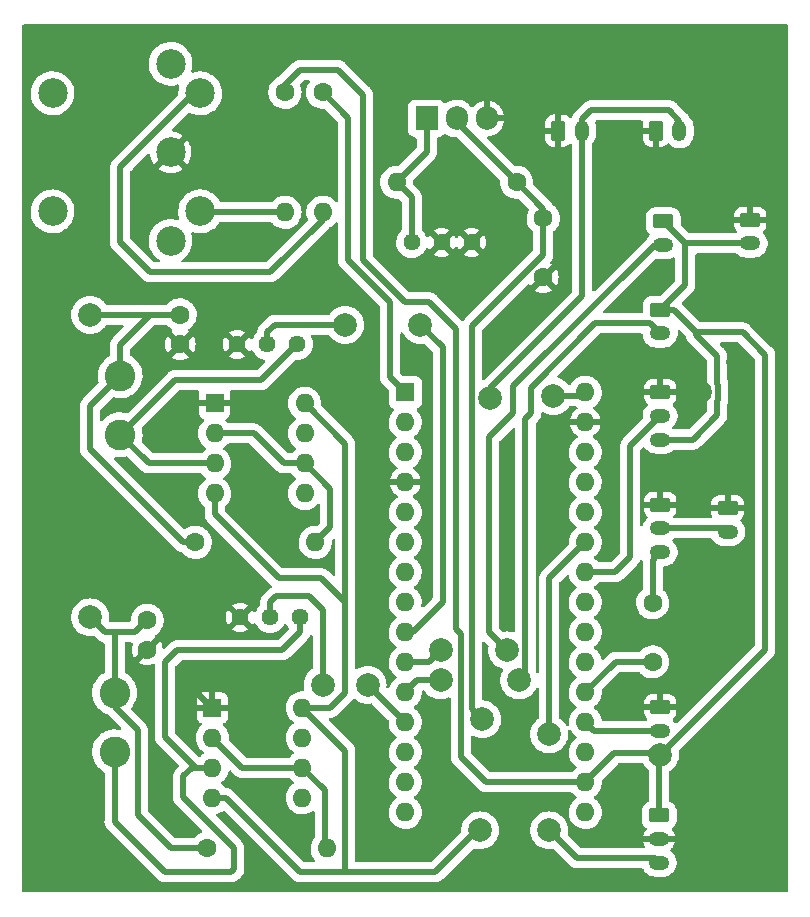
<source format=gbr>
%TF.GenerationSoftware,KiCad,Pcbnew,(6.0.11)*%
%TF.CreationDate,2024-06-19T11:41:47+02:00*%
%TF.ProjectId,Theremin,54686572-656d-4696-9e2e-6b696361645f,rev?*%
%TF.SameCoordinates,Original*%
%TF.FileFunction,Copper,L2,Bot*%
%TF.FilePolarity,Positive*%
%FSLAX46Y46*%
G04 Gerber Fmt 4.6, Leading zero omitted, Abs format (unit mm)*
G04 Created by KiCad (PCBNEW (6.0.11)) date 2024-06-19 11:41:47*
%MOMM*%
%LPD*%
G01*
G04 APERTURE LIST*
G04 Aperture macros list*
%AMRoundRect*
0 Rectangle with rounded corners*
0 $1 Rounding radius*
0 $2 $3 $4 $5 $6 $7 $8 $9 X,Y pos of 4 corners*
0 Add a 4 corners polygon primitive as box body*
4,1,4,$2,$3,$4,$5,$6,$7,$8,$9,$2,$3,0*
0 Add four circle primitives for the rounded corners*
1,1,$1+$1,$2,$3*
1,1,$1+$1,$4,$5*
1,1,$1+$1,$6,$7*
1,1,$1+$1,$8,$9*
0 Add four rect primitives between the rounded corners*
20,1,$1+$1,$2,$3,$4,$5,0*
20,1,$1+$1,$4,$5,$6,$7,0*
20,1,$1+$1,$6,$7,$8,$9,0*
20,1,$1+$1,$8,$9,$2,$3,0*%
G04 Aperture macros list end*
%TA.AperFunction,ComponentPad*%
%ADD10RoundRect,0.250000X-0.625000X0.350000X-0.625000X-0.350000X0.625000X-0.350000X0.625000X0.350000X0*%
%TD*%
%TA.AperFunction,ComponentPad*%
%ADD11O,1.750000X1.200000*%
%TD*%
%TA.AperFunction,WasherPad*%
%ADD12C,2.499360*%
%TD*%
%TA.AperFunction,ComponentPad*%
%ADD13C,2.499360*%
%TD*%
%TA.AperFunction,ComponentPad*%
%ADD14C,1.600000*%
%TD*%
%TA.AperFunction,ComponentPad*%
%ADD15O,1.600000X1.600000*%
%TD*%
%TA.AperFunction,ComponentPad*%
%ADD16C,2.600000*%
%TD*%
%TA.AperFunction,ComponentPad*%
%ADD17C,1.440000*%
%TD*%
%TA.AperFunction,ComponentPad*%
%ADD18C,2.000000*%
%TD*%
%TA.AperFunction,ComponentPad*%
%ADD19RoundRect,0.250000X-0.350000X-0.625000X0.350000X-0.625000X0.350000X0.625000X-0.350000X0.625000X0*%
%TD*%
%TA.AperFunction,ComponentPad*%
%ADD20O,1.200000X1.750000*%
%TD*%
%TA.AperFunction,ComponentPad*%
%ADD21R,1.905000X2.000000*%
%TD*%
%TA.AperFunction,ComponentPad*%
%ADD22O,1.905000X2.000000*%
%TD*%
%TA.AperFunction,ComponentPad*%
%ADD23R,1.600000X1.600000*%
%TD*%
%TA.AperFunction,ViaPad*%
%ADD24C,2.000000*%
%TD*%
%TA.AperFunction,Conductor*%
%ADD25C,0.500000*%
%TD*%
G04 APERTURE END LIST*
D10*
%TO.P,RV1,1,1*%
%TO.N,GND*%
X163830000Y-83185000D03*
D11*
%TO.P,RV1,2,2*%
%TO.N,Net-(J3-Pad2)*%
X163830000Y-85185000D03*
%TO.P,RV1,3,3*%
%TO.N,Net-(C2-Pad2)*%
X163830000Y-87185000D03*
%TD*%
D12*
%TO.P,J2,*%
%TO.N,*%
X112382300Y-58341260D03*
X112382300Y-48338740D03*
D13*
%TO.P,J2,1*%
%TO.N,unconnected-(J2-Pad1)*%
X122377200Y-60838080D03*
%TO.P,J2,2*%
%TO.N,GND*%
X122379740Y-53340000D03*
%TO.P,J2,3*%
%TO.N,unconnected-(J2-Pad3)*%
X122377200Y-45841920D03*
%TO.P,J2,4*%
%TO.N,Net-(J2-Pad4)*%
X124879100Y-58336180D03*
%TO.P,J2,5*%
%TO.N,Net-(J2-Pad5)*%
X124879100Y-48343820D03*
%TD*%
D14*
%TO.P,R3,1*%
%TO.N,+3V3*%
X132060000Y-48260000D03*
D15*
%TO.P,R3,2*%
%TO.N,Net-(J2-Pad4)*%
X132060000Y-58420000D03*
%TD*%
D16*
%TO.P,L2,1*%
%TO.N,Net-(L2-Pad1)*%
X117635000Y-104100000D03*
%TO.P,L2,2*%
%TO.N,Net-(C6-Pad1)*%
X117635000Y-99100000D03*
%TD*%
D17*
%TO.P,RV3,1,1*%
%TO.N,GND*%
X128016000Y-69596000D03*
%TO.P,RV3,2,2*%
%TO.N,VOLUME_GEN*%
X130556000Y-69596000D03*
%TO.P,RV3,3,3*%
%TO.N,Net-(L1-Pad1)*%
X133096000Y-69596000D03*
%TD*%
D18*
%TO.P,H1,1,1*%
%TO.N,Net-(C5-Pad1)*%
X115570000Y-67099001D03*
%TD*%
D10*
%TO.P,RV4,1,1*%
%TO.N,GND*%
X163830000Y-100330000D03*
D11*
%TO.P,RV4,2,2*%
%TO.N,WAVEFORM*%
X163830000Y-102330000D03*
%TO.P,RV4,3,3*%
%TO.N,+3V3*%
X163830000Y-104330000D03*
%TD*%
D14*
%TO.P,R1,1*%
%TO.N,MIDI_TX*%
X135255000Y-48260000D03*
D15*
%TO.P,R1,2*%
%TO.N,Net-(J2-Pad5)*%
X135255000Y-58420000D03*
%TD*%
D19*
%TO.P,J1,1,Pin_1*%
%TO.N,GND*%
X155210000Y-51520000D03*
D20*
%TO.P,J1,2,Pin_2*%
%TO.N,+9V*%
X157210000Y-51520000D03*
%TD*%
D10*
%TO.P,SW2,1,1*%
%TO.N,+3V3*%
X163830000Y-66675000D03*
D11*
%TO.P,SW2,2,2*%
%TO.N,BUT_SMOKE*%
X163830000Y-68675000D03*
%TD*%
D18*
%TO.P,H2,1,1*%
%TO.N,Net-(C6-Pad1)*%
X115570000Y-92710000D03*
%TD*%
D17*
%TO.P,RV2,1,1*%
%TO.N,GND*%
X147870000Y-60960000D03*
%TO.P,RV2,2,2*%
X145330000Y-60960000D03*
%TO.P,RV2,3,3*%
%TO.N,Net-(R2-Pad2)*%
X142790000Y-60960000D03*
%TD*%
D10*
%TO.P,J6,1,Pin_1*%
%TO.N,GND*%
X171450000Y-59055000D03*
D11*
%TO.P,J6,2,Pin_2*%
%TO.N,+3V3*%
X171450000Y-61055000D03*
%TD*%
D14*
%TO.P,R5,1*%
%TO.N,Net-(C6-Pad1)*%
X125476000Y-112268000D03*
D15*
%TO.P,R5,2*%
%TO.N,Net-(R5-Pad2)*%
X135636000Y-112268000D03*
%TD*%
D14*
%TO.P,C4,1*%
%TO.N,+5V*%
X153924000Y-58928000D03*
%TO.P,C4,2*%
%TO.N,GND*%
X153924000Y-63928000D03*
%TD*%
D16*
%TO.P,L1,1*%
%TO.N,Net-(L1-Pad1)*%
X118110000Y-77259001D03*
%TO.P,L1,2*%
%TO.N,Net-(C5-Pad1)*%
X118110000Y-72259001D03*
%TD*%
D14*
%TO.P,C5,1*%
%TO.N,Net-(C5-Pad1)*%
X123190000Y-67099001D03*
%TO.P,C5,2*%
%TO.N,GND*%
X123190000Y-69599001D03*
%TD*%
%TO.P,C2,1*%
%TO.N,TONE*%
X163195000Y-96480000D03*
%TO.P,C2,2*%
%TO.N,Net-(C2-Pad2)*%
X163195000Y-91480000D03*
%TD*%
%TO.P,C6,1*%
%TO.N,Net-(C6-Pad1)*%
X120396000Y-92964000D03*
%TO.P,C6,2*%
%TO.N,GND*%
X120396000Y-95464000D03*
%TD*%
D10*
%TO.P,J4,1,Pin_1*%
%TO.N,+3V3*%
X163745000Y-109474000D03*
D11*
%TO.P,J4,2,Pin_2*%
%TO.N,GND*%
X163745000Y-111474000D03*
%TO.P,J4,3,Pin_3*%
%TO.N,MIC*%
X163745000Y-113474000D03*
%TD*%
D21*
%TO.P,U1,1,ADJ*%
%TO.N,Net-(R2-Pad2)*%
X144060000Y-50475000D03*
D22*
%TO.P,U1,2,VO*%
%TO.N,+5V*%
X146600000Y-50475000D03*
%TO.P,U1,3,VI*%
%TO.N,GND*%
X149140000Y-50475000D03*
%TD*%
D10*
%TO.P,J3,1,Pin_1*%
%TO.N,GND*%
X169545000Y-83455000D03*
D11*
%TO.P,J3,2,Pin_2*%
%TO.N,Net-(J3-Pad2)*%
X169545000Y-85455000D03*
%TD*%
D10*
%TO.P,RV6,1,1*%
%TO.N,GND*%
X163830000Y-73660000D03*
D11*
%TO.P,RV6,2,2*%
%TO.N,POT_EXTRA*%
X163830000Y-75660000D03*
%TO.P,RV6,3,3*%
%TO.N,+3V3*%
X163830000Y-77660000D03*
%TD*%
D19*
%TO.P,J5,1,Pin_1*%
%TO.N,GND*%
X163465000Y-51520000D03*
D20*
%TO.P,J5,2,Pin_2*%
%TO.N,+9V*%
X165465000Y-51520000D03*
%TD*%
D10*
%TO.P,SW1,1,1*%
%TO.N,+3V3*%
X164084000Y-59182000D03*
D11*
%TO.P,SW1,2,2*%
%TO.N,CALIB*%
X164084000Y-61182000D03*
%TD*%
D17*
%TO.P,RV7,1,1*%
%TO.N,GND*%
X128270000Y-92710000D03*
%TO.P,RV7,2,2*%
%TO.N,PITCH_GEN*%
X130810000Y-92710000D03*
%TO.P,RV7,3,3*%
%TO.N,Net-(L2-Pad1)*%
X133350000Y-92710000D03*
%TD*%
D14*
%TO.P,R4,1*%
%TO.N,Net-(C5-Pad1)*%
X124460000Y-86360000D03*
D15*
%TO.P,R4,2*%
%TO.N,Net-(R4-Pad2)*%
X134620000Y-86360000D03*
%TD*%
D23*
%TO.P,U4,1,GND*%
%TO.N,GND*%
X125915000Y-100380000D03*
D15*
%TO.P,U4,2,TR*%
%TO.N,Net-(R5-Pad2)*%
X125915000Y-102920000D03*
%TO.P,U4,3,Q*%
%TO.N,Net-(L2-Pad1)*%
X125915000Y-105460000D03*
%TO.P,U4,4,R*%
%TO.N,+5V*%
X125915000Y-108000000D03*
%TO.P,U4,5,CV*%
%TO.N,unconnected-(U4-Pad5)*%
X133535000Y-108000000D03*
%TO.P,U4,6,THR*%
%TO.N,Net-(R5-Pad2)*%
X133535000Y-105460000D03*
%TO.P,U4,7,DIS*%
%TO.N,unconnected-(U4-Pad7)*%
X133535000Y-102920000D03*
%TO.P,U4,8,VCC*%
%TO.N,+5V*%
X133535000Y-100380000D03*
%TD*%
D23*
%TO.P,A1,1,D1/TX*%
%TO.N,MIDI_TX*%
X142240000Y-73660000D03*
D15*
%TO.P,A1,2,D0/RX*%
%TO.N,unconnected-(A1-Pad2)*%
X142240000Y-76200000D03*
%TO.P,A1,3,~{RESET}*%
%TO.N,unconnected-(A1-Pad3)*%
X142240000Y-78740000D03*
%TO.P,A1,4,GND*%
%TO.N,GND*%
X142240000Y-81280000D03*
%TO.P,A1,5,D2*%
%TO.N,unconnected-(A1-Pad5)*%
X142240000Y-83820000D03*
%TO.P,A1,6,D3*%
%TO.N,EYES*%
X142240000Y-86360000D03*
%TO.P,A1,7,D4*%
%TO.N,unconnected-(A1-Pad7)*%
X142240000Y-88900000D03*
%TO.P,A1,8,D5*%
%TO.N,unconnected-(A1-Pad8)*%
X142240000Y-91440000D03*
%TO.P,A1,9,D6*%
%TO.N,VOLUME_GEN*%
X142240000Y-93980000D03*
%TO.P,A1,10,D7*%
%TO.N,CALIB*%
X142240000Y-96520000D03*
%TO.P,A1,11,D8*%
%TO.N,BUT_SMOKE*%
X142240000Y-99060000D03*
%TO.P,A1,12,D9*%
%TO.N,PITCH_GEN*%
X142240000Y-101600000D03*
%TO.P,A1,13,D10*%
%TO.N,unconnected-(A1-Pad13)*%
X142240000Y-104140000D03*
%TO.P,A1,14,D11*%
%TO.N,SMOKE*%
X142240000Y-106680000D03*
%TO.P,A1,15,D12*%
%TO.N,MOTOR*%
X142240000Y-109220000D03*
%TO.P,A1,16,D13*%
%TO.N,unconnected-(A1-Pad16)*%
X157480000Y-109220000D03*
%TO.P,A1,17,3V3*%
%TO.N,+3V3*%
X157480000Y-106680000D03*
%TO.P,A1,18,AREF*%
%TO.N,unconnected-(A1-Pad18)*%
X157480000Y-104140000D03*
%TO.P,A1,19,A0*%
%TO.N,WAVEFORM*%
X157480000Y-101600000D03*
%TO.P,A1,20,A1*%
%TO.N,TONE*%
X157480000Y-99060000D03*
%TO.P,A1,21,A2*%
%TO.N,unconnected-(A1-Pad21)*%
X157480000Y-96520000D03*
%TO.P,A1,22,A3*%
%TO.N,NOODLE*%
X157480000Y-93980000D03*
%TO.P,A1,23,A4*%
%TO.N,unconnected-(A1-Pad23)*%
X157480000Y-91440000D03*
%TO.P,A1,24,A5*%
%TO.N,POT_EXTRA*%
X157480000Y-88900000D03*
%TO.P,A1,25,A6*%
%TO.N,MIC*%
X157480000Y-86360000D03*
%TO.P,A1,26,A7*%
%TO.N,unconnected-(A1-Pad26)*%
X157480000Y-83820000D03*
%TO.P,A1,27,+5V*%
%TO.N,unconnected-(A1-Pad27)*%
X157480000Y-81280000D03*
%TO.P,A1,28,~{RESET}*%
%TO.N,unconnected-(A1-Pad28)*%
X157480000Y-78740000D03*
%TO.P,A1,29,GND*%
%TO.N,GND*%
X157480000Y-76200000D03*
%TO.P,A1,30,VIN*%
%TO.N,+9V*%
X157480000Y-73660000D03*
%TD*%
D23*
%TO.P,U3,1,GND*%
%TO.N,GND*%
X126110000Y-74605001D03*
D15*
%TO.P,U3,2,TR*%
%TO.N,Net-(R4-Pad2)*%
X126110000Y-77145001D03*
%TO.P,U3,3,Q*%
%TO.N,Net-(L1-Pad1)*%
X126110000Y-79685001D03*
%TO.P,U3,4,R*%
%TO.N,+5V*%
X126110000Y-82225001D03*
%TO.P,U3,5,CV*%
%TO.N,unconnected-(U3-Pad5)*%
X133730000Y-82225001D03*
%TO.P,U3,6,THR*%
%TO.N,Net-(R4-Pad2)*%
X133730000Y-79685001D03*
%TO.P,U3,7,DIS*%
%TO.N,unconnected-(U3-Pad7)*%
X133730000Y-77145001D03*
%TO.P,U3,8,VCC*%
%TO.N,+5V*%
X133730000Y-74605001D03*
%TD*%
D14*
%TO.P,R2,1*%
%TO.N,+5V*%
X151680000Y-55880000D03*
D15*
%TO.P,R2,2*%
%TO.N,Net-(R2-Pad2)*%
X141520000Y-55880000D03*
%TD*%
D24*
%TO.N,+9V*%
X154778413Y-73980913D03*
X149451500Y-74168000D03*
%TO.N,GND*%
X167206500Y-73660000D03*
X123887303Y-97618601D03*
X123825000Y-92710000D03*
X170434000Y-71120000D03*
X170434000Y-65532000D03*
X170688000Y-73660000D03*
%TO.N,+5V*%
X148590000Y-110744000D03*
X148769500Y-101346000D03*
%TO.N,+3V3*%
X163830000Y-104330000D03*
%TO.N,MIC*%
X154432000Y-102616000D03*
X154432000Y-110744000D03*
%TO.N,VOLUME_GEN*%
X137160000Y-67945000D03*
X143510000Y-67945000D03*
%TO.N,PITCH_GEN*%
X139065000Y-98425000D03*
X135255000Y-98425000D03*
%TO.N,CALIB*%
X150876000Y-95504000D03*
X145235500Y-95504000D03*
%TO.N,BUT_SMOKE*%
X145235500Y-98044000D03*
X151892000Y-98044000D03*
%TD*%
D25*
%TO.N,CALIB*%
X163354000Y-61182000D02*
X164084000Y-61182000D01*
X151384000Y-73152000D02*
X163354000Y-61182000D01*
X149352000Y-93980000D02*
X149352000Y-77470000D01*
X149352000Y-77470000D02*
X151384000Y-75438000D01*
X150876000Y-95504000D02*
X149352000Y-93980000D01*
X151384000Y-75438000D02*
X151384000Y-73152000D01*
%TO.N,BUT_SMOKE*%
X152908000Y-75438000D02*
X152426000Y-75920000D01*
X158350370Y-67825000D02*
X152908000Y-73267370D01*
X152908000Y-73267370D02*
X152908000Y-75438000D01*
X162980000Y-67825000D02*
X158350370Y-67825000D01*
X152426000Y-97510000D02*
X151892000Y-98044000D01*
X163830000Y-68675000D02*
X162980000Y-67825000D01*
X152426000Y-75920000D02*
X152426000Y-97510000D01*
%TO.N,+9V*%
X154778413Y-73980913D02*
X157159087Y-73980913D01*
X157159087Y-73980913D02*
X157480000Y-73660000D01*
X149451500Y-73306500D02*
X157210000Y-65548000D01*
X149451500Y-74168000D02*
X149451500Y-73306500D01*
X157210000Y-65548000D02*
X157210000Y-51520000D01*
%TO.N,Net-(J2-Pad5)*%
X118110000Y-60960000D02*
X118110000Y-54607460D01*
X124373640Y-48343820D02*
X124879100Y-48343820D01*
X120650000Y-63500000D02*
X118110000Y-60960000D01*
X130810000Y-63500000D02*
X120650000Y-63500000D01*
X135255000Y-59055000D02*
X130810000Y-63500000D01*
X118110000Y-54607460D02*
X124373640Y-48343820D01*
X135255000Y-58420000D02*
X135255000Y-59055000D01*
%TO.N,+3V3*%
X166592500Y-77660000D02*
X163830000Y-77660000D01*
X168656000Y-75596500D02*
X166592500Y-77660000D01*
X168656000Y-72917468D02*
X168756500Y-73017968D01*
X168656000Y-70612000D02*
X168656000Y-72917468D01*
X168756500Y-73017968D02*
X168756500Y-74302032D01*
X168756500Y-74302032D02*
X168656000Y-74402532D01*
X168656000Y-74402532D02*
X168656000Y-75596500D01*
X166878000Y-68834000D02*
X168656000Y-70612000D01*
X166878000Y-68580000D02*
X166878000Y-68834000D01*
%TO.N,+9V*%
X157210000Y-51520000D02*
X157210000Y-50562000D01*
X157210000Y-50562000D02*
X157988000Y-49784000D01*
X165465000Y-50657000D02*
X165465000Y-51520000D01*
X157988000Y-49784000D02*
X164592000Y-49784000D01*
X164592000Y-49784000D02*
X165465000Y-50657000D01*
%TO.N,GND*%
X123887303Y-97618601D02*
X123887303Y-98352303D01*
X123887303Y-98352303D02*
X125915000Y-100380000D01*
X163830000Y-73660000D02*
X167206500Y-73660000D01*
%TO.N,TONE*%
X163195000Y-96480000D02*
X160060000Y-96480000D01*
X160060000Y-96480000D02*
X157480000Y-99060000D01*
%TO.N,Net-(C2-Pad2)*%
X163195000Y-91480000D02*
X163195000Y-87820000D01*
X163195000Y-87820000D02*
X163830000Y-87185000D01*
%TO.N,+5V*%
X131528999Y-89408000D02*
X135128000Y-89408000D01*
X144780000Y-114300000D02*
X137160000Y-114300000D01*
X148769500Y-101346000D02*
X147902000Y-100478500D01*
X151680000Y-55880000D02*
X153924000Y-58124000D01*
X148590000Y-110744000D02*
X148336000Y-110744000D01*
X126110000Y-83989001D02*
X131528999Y-89408000D01*
X137160000Y-114300000D02*
X137160000Y-104005000D01*
X148336000Y-110744000D02*
X144780000Y-114300000D01*
X133350000Y-114300000D02*
X137160000Y-114300000D01*
X137160000Y-104005000D02*
X133535000Y-100380000D01*
X126110000Y-82225001D02*
X126110000Y-83989001D01*
X135128000Y-89408000D02*
X137160000Y-91440000D01*
X153924000Y-62016000D02*
X153924000Y-58928000D01*
X146600000Y-50800000D02*
X151680000Y-55880000D01*
X137160000Y-78035001D02*
X133730000Y-74605001D01*
X137160000Y-93980000D02*
X137160000Y-78035001D01*
X137160000Y-91440000D02*
X137160000Y-93980000D01*
X125915000Y-108000000D02*
X127050000Y-108000000D01*
X147902000Y-68038000D02*
X153924000Y-62016000D01*
X147902000Y-100478500D02*
X147902000Y-68038000D01*
X135890000Y-100380000D02*
X133535000Y-100380000D01*
X127050000Y-108000000D02*
X133350000Y-114300000D01*
X146600000Y-50475000D02*
X146600000Y-50800000D01*
X137160000Y-93980000D02*
X137160000Y-99110000D01*
X137160000Y-99110000D02*
X135890000Y-100380000D01*
X153924000Y-58124000D02*
X153924000Y-58928000D01*
%TO.N,Net-(C5-Pad1)*%
X123444000Y-86360000D02*
X115570000Y-78486000D01*
X115570000Y-78486000D02*
X115570000Y-74799001D01*
X115570000Y-67099001D02*
X120650000Y-67099001D01*
X120650000Y-67099001D02*
X123190000Y-67099001D01*
X118110000Y-72259001D02*
X118110000Y-69639001D01*
X118110000Y-69639001D02*
X120650000Y-67099001D01*
X115570000Y-74799001D02*
X118110000Y-72259001D01*
X124460000Y-86360000D02*
X123444000Y-86360000D01*
%TO.N,Net-(C6-Pad1)*%
X117635000Y-99100000D02*
X117635000Y-93980000D01*
X116840000Y-93980000D02*
X119380000Y-93980000D01*
X119608600Y-109423200D02*
X122453400Y-112268000D01*
X117635000Y-100312200D02*
X119608600Y-102285800D01*
X117635000Y-99100000D02*
X117635000Y-100312200D01*
X119608600Y-102285800D02*
X119608600Y-109423200D01*
X122453400Y-112268000D02*
X125476000Y-112268000D01*
X119380000Y-93980000D02*
X120396000Y-92964000D01*
X117635000Y-93980000D02*
X119380000Y-93980000D01*
X115570000Y-92710000D02*
X116840000Y-93980000D01*
%TO.N,Net-(J2-Pad4)*%
X132060000Y-58420000D02*
X124962920Y-58420000D01*
X124962920Y-58420000D02*
X124879100Y-58336180D01*
%TO.N,Net-(J3-Pad2)*%
X163830000Y-85185000D02*
X169275000Y-85185000D01*
X169275000Y-85185000D02*
X169545000Y-85455000D01*
%TO.N,+3V3*%
X146935049Y-104517049D02*
X146935049Y-94103049D01*
X136525000Y-46355000D02*
X133350000Y-46355000D01*
X163745000Y-104330000D02*
X163830000Y-104330000D01*
X149098000Y-106680000D02*
X146935049Y-104517049D01*
X164973000Y-66675000D02*
X166878000Y-68580000D01*
X163830000Y-66675000D02*
X164973000Y-66675000D01*
X170815000Y-68580000D02*
X166878000Y-68580000D01*
X163830000Y-104330000D02*
X172720000Y-95440000D01*
X163650000Y-104235000D02*
X159925000Y-104235000D01*
X142240000Y-66040000D02*
X138684000Y-62484000D01*
X157480000Y-106680000D02*
X149098000Y-106680000D01*
X165957000Y-61055000D02*
X164084000Y-59182000D01*
X159925000Y-104235000D02*
X157480000Y-106680000D01*
X172720000Y-70485000D02*
X170815000Y-68580000D01*
X163830000Y-66675000D02*
X165957000Y-64548000D01*
X172720000Y-95440000D02*
X172720000Y-70485000D01*
X132060000Y-47645000D02*
X132060000Y-48260000D01*
X146935049Y-94103049D02*
X146558000Y-93726000D01*
X163745000Y-109474000D02*
X163745000Y-104330000D01*
X138684000Y-62484000D02*
X138684000Y-48514000D01*
X171450000Y-61055000D02*
X165957000Y-61055000D01*
X133350000Y-46355000D02*
X132060000Y-47645000D01*
X165957000Y-64548000D02*
X165957000Y-61055000D01*
X146558000Y-68326000D02*
X144272000Y-66040000D01*
X146558000Y-93726000D02*
X146558000Y-68326000D01*
X138684000Y-48514000D02*
X136525000Y-46355000D01*
X144272000Y-66040000D02*
X142240000Y-66040000D01*
X163745000Y-104330000D02*
X163650000Y-104235000D01*
%TO.N,MIC*%
X156813000Y-113125000D02*
X154432000Y-110744000D01*
X154432000Y-102616000D02*
X154432000Y-89408000D01*
X163745000Y-113474000D02*
X163396000Y-113125000D01*
X154432000Y-89408000D02*
X157480000Y-86360000D01*
X163396000Y-113125000D02*
X156813000Y-113125000D01*
%TO.N,Net-(L1-Pad1)*%
X133096000Y-69596000D02*
X130048000Y-72644000D01*
X122725001Y-72644000D02*
X118110000Y-77259001D01*
X120536000Y-79685001D02*
X118110000Y-77259001D01*
X126110000Y-79685001D02*
X120536000Y-79685001D01*
X130048000Y-72644000D02*
X122725001Y-72644000D01*
%TO.N,Net-(L2-Pad1)*%
X123444000Y-106172000D02*
X123444000Y-107950000D01*
X127508000Y-114300000D02*
X121920000Y-114300000D01*
X133350000Y-93980000D02*
X133350000Y-92710000D01*
X124156000Y-105460000D02*
X123444000Y-106172000D01*
X124510000Y-105460000D02*
X121920000Y-102870000D01*
X117635000Y-110015000D02*
X117635000Y-104100000D01*
X127762000Y-114046000D02*
X127508000Y-114300000D01*
X131826000Y-95504000D02*
X133350000Y-93980000D01*
X123444000Y-107950000D02*
X127762000Y-112268000D01*
X125915000Y-105460000D02*
X124510000Y-105460000D01*
X121920000Y-102870000D02*
X121920000Y-96520000D01*
X121920000Y-96520000D02*
X122936000Y-95504000D01*
X122936000Y-95504000D02*
X131826000Y-95504000D01*
X125915000Y-105460000D02*
X124156000Y-105460000D01*
X121920000Y-114300000D02*
X117635000Y-110015000D01*
X127762000Y-112268000D02*
X127762000Y-114046000D01*
%TO.N,MIDI_TX*%
X137414000Y-62484000D02*
X137414000Y-50419000D01*
X140980000Y-66050000D02*
X137414000Y-62484000D01*
X140980000Y-72400000D02*
X140980000Y-66050000D01*
X137414000Y-50419000D02*
X135255000Y-48260000D01*
X142240000Y-73660000D02*
X140980000Y-72400000D01*
%TO.N,Net-(R2-Pad2)*%
X144060000Y-53340000D02*
X141520000Y-55880000D01*
X142790000Y-60960000D02*
X142790000Y-57150000D01*
X142790000Y-57150000D02*
X141520000Y-55880000D01*
X144060000Y-50475000D02*
X144060000Y-53340000D01*
%TO.N,Net-(R4-Pad2)*%
X131966000Y-79685001D02*
X133730000Y-79685001D01*
X126110000Y-77145001D02*
X129426000Y-77145001D01*
X135890000Y-81845001D02*
X135890000Y-85090000D01*
X133730000Y-79685001D02*
X135890000Y-81845001D01*
X129426000Y-77145001D02*
X131966000Y-79685001D01*
X135890000Y-85090000D02*
X134620000Y-86360000D01*
%TO.N,Net-(R5-Pad2)*%
X135636000Y-112268000D02*
X135415000Y-112047000D01*
X125915000Y-102920000D02*
X128455000Y-105460000D01*
X128455000Y-105460000D02*
X133535000Y-105460000D01*
X135415000Y-107340000D02*
X133535000Y-105460000D01*
X135415000Y-112047000D02*
X135415000Y-107340000D01*
%TO.N,VOLUME_GEN*%
X130556000Y-68580000D02*
X131191000Y-67945000D01*
X131191000Y-67945000D02*
X137160000Y-67945000D01*
X145415000Y-69850000D02*
X145415000Y-91440000D01*
X143510000Y-67945000D02*
X145415000Y-69850000D01*
X130556000Y-69596000D02*
X130556000Y-68580000D01*
X145415000Y-91440000D02*
X142875000Y-93980000D01*
X142875000Y-93980000D02*
X142240000Y-93980000D01*
%TO.N,WAVEFORM*%
X163830000Y-102330000D02*
X158210000Y-102330000D01*
X158210000Y-102330000D02*
X157480000Y-101600000D01*
%TO.N,POT_EXTRA*%
X160020000Y-88900000D02*
X157480000Y-88900000D01*
X161290000Y-78200000D02*
X161290000Y-87630000D01*
X163830000Y-75660000D02*
X161290000Y-78200000D01*
X161290000Y-87630000D02*
X160020000Y-88900000D01*
%TO.N,PITCH_GEN*%
X130810000Y-91440000D02*
X131318000Y-90932000D01*
X134112000Y-90932000D02*
X135255000Y-92075000D01*
X139065000Y-98425000D02*
X142240000Y-101600000D01*
X131318000Y-90932000D02*
X134112000Y-90932000D01*
X135255000Y-92075000D02*
X135255000Y-98425000D01*
X130810000Y-92710000D02*
X130810000Y-91440000D01*
%TO.N,CALIB*%
X144219500Y-96520000D02*
X145235500Y-95504000D01*
X142240000Y-96520000D02*
X144219500Y-96520000D01*
%TO.N,BUT_SMOKE*%
X145235500Y-98044000D02*
X143256000Y-98044000D01*
X143256000Y-98044000D02*
X142240000Y-99060000D01*
%TD*%
%TA.AperFunction,Conductor*%
%TO.N,GND*%
G36*
X174601621Y-42530502D02*
G01*
X174648114Y-42584158D01*
X174659500Y-42636500D01*
X174659500Y-115859500D01*
X174639498Y-115927621D01*
X174585842Y-115974114D01*
X174533500Y-115985500D01*
X109946500Y-115985500D01*
X109878379Y-115965498D01*
X109831886Y-115911842D01*
X109820500Y-115859500D01*
X109820500Y-92710000D01*
X113964551Y-92710000D01*
X113984317Y-92961148D01*
X113985471Y-92965955D01*
X113985472Y-92965961D01*
X114022865Y-93121711D01*
X114043127Y-93206111D01*
X114045020Y-93210682D01*
X114045021Y-93210684D01*
X114114028Y-93377281D01*
X114139534Y-93438859D01*
X114271164Y-93653659D01*
X114274376Y-93657419D01*
X114274379Y-93657424D01*
X114353855Y-93750478D01*
X114434776Y-93845224D01*
X114438538Y-93848437D01*
X114622576Y-94005621D01*
X114622581Y-94005624D01*
X114626341Y-94008836D01*
X114841141Y-94140466D01*
X114845711Y-94142359D01*
X114845715Y-94142361D01*
X115069316Y-94234979D01*
X115073889Y-94236873D01*
X115121045Y-94248194D01*
X115314039Y-94294528D01*
X115314045Y-94294529D01*
X115318852Y-94295683D01*
X115570000Y-94315449D01*
X115821148Y-94295683D01*
X115825957Y-94294528D01*
X115825966Y-94294527D01*
X115858773Y-94286650D01*
X115929681Y-94290196D01*
X115977284Y-94320073D01*
X116209567Y-94552356D01*
X116216710Y-94560123D01*
X116250020Y-94599540D01*
X116255439Y-94603683D01*
X116255440Y-94603684D01*
X116268433Y-94613618D01*
X116309241Y-94644817D01*
X116313948Y-94648416D01*
X116316371Y-94650317D01*
X116373754Y-94696455D01*
X116373764Y-94696461D01*
X116379073Y-94700730D01*
X116385177Y-94703760D01*
X116387790Y-94705431D01*
X116388176Y-94705701D01*
X116388339Y-94705802D01*
X116388738Y-94706022D01*
X116391407Y-94707638D01*
X116396820Y-94711777D01*
X116457428Y-94740039D01*
X116469761Y-94745790D01*
X116472535Y-94747125D01*
X116538480Y-94779861D01*
X116538484Y-94779862D01*
X116544593Y-94782895D01*
X116551218Y-94784547D01*
X116554121Y-94785615D01*
X116554573Y-94785803D01*
X116554708Y-94785851D01*
X116555167Y-94785986D01*
X116558108Y-94786987D01*
X116564297Y-94789873D01*
X116570960Y-94791362D01*
X116570959Y-94791362D01*
X116642831Y-94807427D01*
X116645829Y-94808136D01*
X116688983Y-94818896D01*
X116750241Y-94854785D01*
X116782372Y-94918094D01*
X116784500Y-94941153D01*
X116784500Y-97323539D01*
X116764498Y-97391660D01*
X116716583Y-97435353D01*
X116639455Y-97475418D01*
X116635840Y-97478001D01*
X116635834Y-97478005D01*
X116590793Y-97510192D01*
X116420481Y-97631899D01*
X116417254Y-97634977D01*
X116417252Y-97634979D01*
X116254855Y-97789898D01*
X116225740Y-97817672D01*
X116059118Y-98029032D01*
X116027785Y-98082976D01*
X115926173Y-98257913D01*
X115926170Y-98257919D01*
X115923939Y-98261760D01*
X115822900Y-98511213D01*
X115821829Y-98515526D01*
X115821827Y-98515531D01*
X115802909Y-98591690D01*
X115758017Y-98772414D01*
X115730585Y-99040151D01*
X115732012Y-99076475D01*
X115740511Y-99292761D01*
X115741152Y-99309083D01*
X115789505Y-99573843D01*
X115851589Y-99759929D01*
X115870763Y-99817400D01*
X115874682Y-99829148D01*
X115876674Y-99833135D01*
X115876675Y-99833137D01*
X115977577Y-100035073D01*
X115994981Y-100069905D01*
X116148003Y-100291309D01*
X116151025Y-100294578D01*
X116327679Y-100485682D01*
X116327684Y-100485687D01*
X116330695Y-100488944D01*
X116539411Y-100658866D01*
X116769987Y-100797684D01*
X116774082Y-100799418D01*
X116774084Y-100799419D01*
X117001775Y-100895833D01*
X117044191Y-100925287D01*
X117080524Y-100963707D01*
X117086166Y-100967541D01*
X117091366Y-100971967D01*
X117091022Y-100972371D01*
X117098918Y-100978907D01*
X117821013Y-101701001D01*
X118149104Y-102029092D01*
X118183129Y-102091404D01*
X118178065Y-102162219D01*
X118135518Y-102219055D01*
X118068998Y-102243866D01*
X118031558Y-102240933D01*
X117986797Y-102230558D01*
X117933063Y-102218103D01*
X117664928Y-102194880D01*
X117660493Y-102195124D01*
X117660489Y-102195124D01*
X117551324Y-102201132D01*
X117396196Y-102209669D01*
X117391833Y-102210537D01*
X117391832Y-102210537D01*
X117136596Y-102261307D01*
X117136594Y-102261308D01*
X117132228Y-102262176D01*
X116878292Y-102351352D01*
X116639455Y-102475418D01*
X116635840Y-102478001D01*
X116635834Y-102478005D01*
X116580270Y-102517712D01*
X116420481Y-102631899D01*
X116417254Y-102634977D01*
X116417252Y-102634979D01*
X116230318Y-102813305D01*
X116225740Y-102817672D01*
X116059118Y-103029032D01*
X116013657Y-103107299D01*
X115926173Y-103257913D01*
X115926170Y-103257919D01*
X115923939Y-103261760D01*
X115922269Y-103265883D01*
X115837194Y-103475924D01*
X115822900Y-103511213D01*
X115821829Y-103515526D01*
X115821827Y-103515531D01*
X115776741Y-103697038D01*
X115758017Y-103772414D01*
X115730585Y-104040151D01*
X115730760Y-104044602D01*
X115739650Y-104270845D01*
X115741152Y-104309083D01*
X115789505Y-104573843D01*
X115874682Y-104829148D01*
X115876674Y-104833135D01*
X115876675Y-104833137D01*
X115989462Y-105058859D01*
X115994981Y-105069905D01*
X116148003Y-105291309D01*
X116178042Y-105323805D01*
X116327679Y-105485682D01*
X116327684Y-105485687D01*
X116330695Y-105488944D01*
X116539411Y-105658866D01*
X116543229Y-105661165D01*
X116543231Y-105661166D01*
X116723489Y-105769690D01*
X116771532Y-105821961D01*
X116784500Y-105877636D01*
X116784500Y-109973938D01*
X116784058Y-109984479D01*
X116779740Y-110035902D01*
X116780642Y-110042662D01*
X116780642Y-110042666D01*
X116790381Y-110115659D01*
X116790751Y-110118713D01*
X116792461Y-110134451D01*
X116799442Y-110198709D01*
X116801616Y-110205169D01*
X116802286Y-110208217D01*
X116802367Y-110208678D01*
X116802403Y-110208829D01*
X116802536Y-110209288D01*
X116803278Y-110212307D01*
X116804180Y-110219069D01*
X116806513Y-110225479D01*
X116806514Y-110225483D01*
X116831697Y-110294671D01*
X116832714Y-110297575D01*
X116858383Y-110373848D01*
X116861900Y-110379702D01*
X116863200Y-110382514D01*
X116863382Y-110382957D01*
X116863458Y-110383116D01*
X116863686Y-110383534D01*
X116865049Y-110386303D01*
X116867382Y-110392715D01*
X116871036Y-110398473D01*
X116871039Y-110398479D01*
X116910490Y-110460644D01*
X116912108Y-110463263D01*
X116932852Y-110497786D01*
X116953557Y-110532244D01*
X116958246Y-110537203D01*
X116960128Y-110539682D01*
X116960668Y-110540459D01*
X116963625Y-110544369D01*
X116966398Y-110548738D01*
X116970183Y-110552972D01*
X117023689Y-110606478D01*
X117026142Y-110609000D01*
X117043065Y-110626895D01*
X117080524Y-110666507D01*
X117086166Y-110670341D01*
X117091366Y-110674767D01*
X117091022Y-110675171D01*
X117098918Y-110681707D01*
X121289567Y-114872356D01*
X121296710Y-114880123D01*
X121330020Y-114919540D01*
X121335444Y-114923687D01*
X121335445Y-114923688D01*
X121393932Y-114968405D01*
X121396355Y-114970305D01*
X121453754Y-115016456D01*
X121453764Y-115016462D01*
X121459073Y-115020731D01*
X121465179Y-115023762D01*
X121467804Y-115025441D01*
X121468183Y-115025706D01*
X121468318Y-115025790D01*
X121468742Y-115026023D01*
X121471395Y-115027630D01*
X121476820Y-115031777D01*
X121545840Y-115063961D01*
X121549730Y-115065775D01*
X121552505Y-115067110D01*
X121618480Y-115099861D01*
X121618484Y-115099863D01*
X121624593Y-115102895D01*
X121631218Y-115104547D01*
X121634121Y-115105615D01*
X121634573Y-115105803D01*
X121634708Y-115105851D01*
X121635167Y-115105986D01*
X121638108Y-115106987D01*
X121644297Y-115109873D01*
X121650960Y-115111362D01*
X121650959Y-115111362D01*
X121722831Y-115127427D01*
X121725828Y-115128136D01*
X121791938Y-115144619D01*
X121803894Y-115147600D01*
X121810714Y-115147790D01*
X121813792Y-115148212D01*
X121814709Y-115148377D01*
X121819585Y-115149054D01*
X121824637Y-115150183D01*
X121830307Y-115150500D01*
X121905964Y-115150500D01*
X121909483Y-115150549D01*
X121988611Y-115152759D01*
X121995317Y-115151480D01*
X122002114Y-115150933D01*
X122002157Y-115151462D01*
X122012363Y-115150500D01*
X127466938Y-115150500D01*
X127477479Y-115150942D01*
X127528902Y-115155260D01*
X127535662Y-115154358D01*
X127535666Y-115154358D01*
X127608659Y-115144619D01*
X127611713Y-115144249D01*
X127684928Y-115136295D01*
X127684931Y-115136294D01*
X127691709Y-115135558D01*
X127698169Y-115133384D01*
X127701217Y-115132714D01*
X127701678Y-115132633D01*
X127701829Y-115132597D01*
X127702288Y-115132464D01*
X127705307Y-115131722D01*
X127712069Y-115130820D01*
X127718479Y-115128487D01*
X127718483Y-115128486D01*
X127787671Y-115103303D01*
X127790577Y-115102285D01*
X127860377Y-115078795D01*
X127860379Y-115078794D01*
X127866848Y-115076617D01*
X127872702Y-115073100D01*
X127875514Y-115071800D01*
X127875957Y-115071618D01*
X127876116Y-115071542D01*
X127876534Y-115071314D01*
X127879303Y-115069951D01*
X127885715Y-115067618D01*
X127891473Y-115063964D01*
X127891479Y-115063961D01*
X127953644Y-115024510D01*
X127956263Y-115022892D01*
X128019393Y-114984959D01*
X128019395Y-114984958D01*
X128025244Y-114981443D01*
X128030203Y-114976754D01*
X128032682Y-114974872D01*
X128033459Y-114974332D01*
X128037369Y-114971375D01*
X128041738Y-114968602D01*
X128045972Y-114964817D01*
X128099478Y-114911311D01*
X128102000Y-114908858D01*
X128154549Y-114859165D01*
X128154551Y-114859163D01*
X128159507Y-114854476D01*
X128163341Y-114848834D01*
X128167767Y-114843634D01*
X128168171Y-114843978D01*
X128174707Y-114836082D01*
X128334356Y-114676433D01*
X128342123Y-114669290D01*
X128355619Y-114657885D01*
X128381540Y-114635980D01*
X128430426Y-114572040D01*
X128432317Y-114569629D01*
X128478455Y-114512246D01*
X128478461Y-114512236D01*
X128482730Y-114506927D01*
X128485760Y-114500823D01*
X128487431Y-114498210D01*
X128487701Y-114497824D01*
X128487802Y-114497661D01*
X128488022Y-114497262D01*
X128489638Y-114494593D01*
X128493777Y-114489180D01*
X128527791Y-114416237D01*
X128529125Y-114413465D01*
X128561861Y-114347520D01*
X128561862Y-114347516D01*
X128564895Y-114341407D01*
X128566547Y-114334782D01*
X128567615Y-114331879D01*
X128567803Y-114331427D01*
X128567851Y-114331292D01*
X128567986Y-114330833D01*
X128568987Y-114327892D01*
X128571873Y-114321703D01*
X128589427Y-114243169D01*
X128590136Y-114240172D01*
X128607949Y-114168728D01*
X128607949Y-114168727D01*
X128609600Y-114162106D01*
X128609790Y-114155286D01*
X128610212Y-114152208D01*
X128610377Y-114151291D01*
X128611054Y-114146415D01*
X128612183Y-114141363D01*
X128612500Y-114135693D01*
X128612500Y-114060036D01*
X128612549Y-114056518D01*
X128614253Y-113995502D01*
X128614759Y-113977389D01*
X128613480Y-113970683D01*
X128612933Y-113963886D01*
X128613462Y-113963843D01*
X128612500Y-113953637D01*
X128612500Y-112309062D01*
X128612942Y-112298518D01*
X128615043Y-112273500D01*
X128617260Y-112247098D01*
X128616156Y-112238821D01*
X128606619Y-112167341D01*
X128606249Y-112164287D01*
X128598295Y-112091072D01*
X128598294Y-112091069D01*
X128597558Y-112084291D01*
X128595384Y-112077831D01*
X128594714Y-112074783D01*
X128594633Y-112074322D01*
X128594597Y-112074171D01*
X128594464Y-112073712D01*
X128593722Y-112070693D01*
X128592820Y-112063931D01*
X128590487Y-112057521D01*
X128590486Y-112057517D01*
X128565303Y-111988329D01*
X128564285Y-111985423D01*
X128540795Y-111915623D01*
X128540794Y-111915621D01*
X128538617Y-111909152D01*
X128535100Y-111903298D01*
X128533800Y-111900486D01*
X128533618Y-111900043D01*
X128533542Y-111899884D01*
X128533314Y-111899466D01*
X128531951Y-111896697D01*
X128529618Y-111890285D01*
X128525964Y-111884527D01*
X128525961Y-111884521D01*
X128486510Y-111822356D01*
X128484892Y-111819737D01*
X128446959Y-111756607D01*
X128446958Y-111756605D01*
X128443443Y-111750756D01*
X128438754Y-111745797D01*
X128436872Y-111743318D01*
X128436332Y-111742541D01*
X128433375Y-111738631D01*
X128430602Y-111734262D01*
X128426817Y-111730028D01*
X128373311Y-111676522D01*
X128370858Y-111674000D01*
X128321165Y-111621451D01*
X128321163Y-111621449D01*
X128316476Y-111616493D01*
X128310834Y-111612659D01*
X128305634Y-111608233D01*
X128305978Y-111607829D01*
X128298082Y-111601293D01*
X127286699Y-110589910D01*
X126251881Y-109555093D01*
X126217856Y-109492781D01*
X126222920Y-109421966D01*
X126265467Y-109365130D01*
X126304767Y-109345313D01*
X126427761Y-109308413D01*
X126634574Y-109207096D01*
X126709343Y-109153764D01*
X126792723Y-109094291D01*
X126859797Y-109071017D01*
X126928805Y-109087701D01*
X126954986Y-109107775D01*
X132719567Y-114872356D01*
X132726710Y-114880123D01*
X132760020Y-114919540D01*
X132823934Y-114968405D01*
X132823948Y-114968416D01*
X132826371Y-114970317D01*
X132883754Y-115016455D01*
X132883764Y-115016461D01*
X132889073Y-115020730D01*
X132895177Y-115023760D01*
X132897790Y-115025431D01*
X132898176Y-115025701D01*
X132898339Y-115025802D01*
X132898738Y-115026022D01*
X132901408Y-115027639D01*
X132906820Y-115031777D01*
X132912997Y-115034658D01*
X132913003Y-115034661D01*
X132979752Y-115065787D01*
X132982525Y-115067121D01*
X133048480Y-115099861D01*
X133054592Y-115102895D01*
X133061208Y-115104545D01*
X133064126Y-115105618D01*
X133064553Y-115105796D01*
X133064730Y-115105858D01*
X133065185Y-115105992D01*
X133068111Y-115106988D01*
X133074297Y-115109873D01*
X133080951Y-115111360D01*
X133080953Y-115111361D01*
X133121278Y-115120374D01*
X133152868Y-115127435D01*
X133155850Y-115128141D01*
X133227269Y-115145948D01*
X133227274Y-115145949D01*
X133233893Y-115147599D01*
X133240712Y-115147789D01*
X133243790Y-115148211D01*
X133244729Y-115148380D01*
X133249585Y-115149054D01*
X133254637Y-115150183D01*
X133260307Y-115150500D01*
X133335999Y-115150500D01*
X133339518Y-115150549D01*
X133418611Y-115152758D01*
X133425317Y-115151479D01*
X133432114Y-115150932D01*
X133432157Y-115151466D01*
X133442357Y-115150500D01*
X137079650Y-115150500D01*
X137100228Y-115152192D01*
X137102373Y-115152547D01*
X137112244Y-115154181D01*
X137119061Y-115153824D01*
X137119065Y-115153824D01*
X137179182Y-115150673D01*
X137185776Y-115150500D01*
X144738938Y-115150500D01*
X144749479Y-115150942D01*
X144800902Y-115155260D01*
X144807662Y-115154358D01*
X144807666Y-115154358D01*
X144880659Y-115144619D01*
X144883713Y-115144249D01*
X144956928Y-115136295D01*
X144956931Y-115136294D01*
X144963709Y-115135558D01*
X144970169Y-115133384D01*
X144973217Y-115132714D01*
X144973678Y-115132633D01*
X144973829Y-115132597D01*
X144974288Y-115132464D01*
X144977307Y-115131722D01*
X144984069Y-115130820D01*
X144990479Y-115128487D01*
X144990483Y-115128486D01*
X145059671Y-115103303D01*
X145062577Y-115102285D01*
X145132377Y-115078795D01*
X145132379Y-115078794D01*
X145138848Y-115076617D01*
X145144702Y-115073100D01*
X145147514Y-115071800D01*
X145147957Y-115071618D01*
X145148116Y-115071542D01*
X145148534Y-115071314D01*
X145151303Y-115069951D01*
X145157715Y-115067618D01*
X145163473Y-115063964D01*
X145163479Y-115063961D01*
X145225644Y-115024510D01*
X145228263Y-115022892D01*
X145291393Y-114984959D01*
X145291395Y-114984958D01*
X145297244Y-114981443D01*
X145302203Y-114976754D01*
X145304682Y-114974872D01*
X145305459Y-114974332D01*
X145309369Y-114971375D01*
X145313738Y-114968602D01*
X145317972Y-114964817D01*
X145371478Y-114911311D01*
X145374000Y-114908858D01*
X145426549Y-114859165D01*
X145426551Y-114859163D01*
X145431507Y-114854476D01*
X145435341Y-114848834D01*
X145439767Y-114843634D01*
X145440171Y-114843978D01*
X145446707Y-114836082D01*
X147977890Y-112304899D01*
X148040202Y-112270873D01*
X148096396Y-112271475D01*
X148193149Y-112294703D01*
X148334039Y-112328528D01*
X148334045Y-112328529D01*
X148338852Y-112329683D01*
X148590000Y-112349449D01*
X148841148Y-112329683D01*
X148845955Y-112328529D01*
X148845961Y-112328528D01*
X149032528Y-112283737D01*
X149086111Y-112270873D01*
X149127100Y-112253895D01*
X149314285Y-112176361D01*
X149314289Y-112176359D01*
X149318859Y-112174466D01*
X149533659Y-112042836D01*
X149537419Y-112039624D01*
X149537424Y-112039621D01*
X149721462Y-111882437D01*
X149725224Y-111879224D01*
X149776031Y-111819737D01*
X149885621Y-111691424D01*
X149885624Y-111691419D01*
X149888836Y-111687659D01*
X150020466Y-111472859D01*
X150043397Y-111417500D01*
X150114979Y-111244684D01*
X150114980Y-111244682D01*
X150116873Y-111240111D01*
X150154844Y-111081949D01*
X150174528Y-110999961D01*
X150174529Y-110999955D01*
X150175683Y-110995148D01*
X150195449Y-110744000D01*
X152826551Y-110744000D01*
X152846317Y-110995148D01*
X152847471Y-110999955D01*
X152847472Y-110999961D01*
X152867156Y-111081949D01*
X152905127Y-111240111D01*
X152907020Y-111244682D01*
X152907021Y-111244684D01*
X152978604Y-111417500D01*
X153001534Y-111472859D01*
X153133164Y-111687659D01*
X153136376Y-111691419D01*
X153136379Y-111691424D01*
X153245969Y-111819737D01*
X153296776Y-111879224D01*
X153300538Y-111882437D01*
X153484576Y-112039621D01*
X153484581Y-112039624D01*
X153488341Y-112042836D01*
X153703141Y-112174466D01*
X153707711Y-112176359D01*
X153707715Y-112176361D01*
X153894900Y-112253895D01*
X153935889Y-112270873D01*
X153989472Y-112283737D01*
X154176039Y-112328528D01*
X154176045Y-112328529D01*
X154180852Y-112329683D01*
X154432000Y-112349449D01*
X154683148Y-112329683D01*
X154687957Y-112328528D01*
X154687966Y-112328527D01*
X154720773Y-112320650D01*
X154791681Y-112324196D01*
X154839284Y-112354073D01*
X156182567Y-113697356D01*
X156189710Y-113705123D01*
X156223020Y-113744540D01*
X156228439Y-113748683D01*
X156228440Y-113748684D01*
X156286948Y-113793416D01*
X156289371Y-113795317D01*
X156346754Y-113841455D01*
X156346764Y-113841461D01*
X156352073Y-113845730D01*
X156358177Y-113848760D01*
X156360790Y-113850431D01*
X156361176Y-113850701D01*
X156361339Y-113850802D01*
X156361738Y-113851022D01*
X156364408Y-113852639D01*
X156369820Y-113856777D01*
X156375997Y-113859658D01*
X156376003Y-113859661D01*
X156442752Y-113890787D01*
X156445525Y-113892121D01*
X156511484Y-113924863D01*
X156517592Y-113927895D01*
X156524208Y-113929545D01*
X156527126Y-113930618D01*
X156527553Y-113930796D01*
X156527730Y-113930858D01*
X156528185Y-113930992D01*
X156531111Y-113931988D01*
X156537297Y-113934873D01*
X156543951Y-113936360D01*
X156543953Y-113936361D01*
X156584278Y-113945374D01*
X156615868Y-113952435D01*
X156618850Y-113953141D01*
X156690269Y-113970948D01*
X156690274Y-113970949D01*
X156696893Y-113972599D01*
X156703712Y-113972789D01*
X156706790Y-113973211D01*
X156707729Y-113973380D01*
X156712585Y-113974054D01*
X156717637Y-113975183D01*
X156723307Y-113975500D01*
X156798999Y-113975500D01*
X156802518Y-113975549D01*
X156881611Y-113977758D01*
X156888317Y-113976479D01*
X156895114Y-113975932D01*
X156895157Y-113976466D01*
X156905357Y-113975500D01*
X162299717Y-113975500D01*
X162367838Y-113995502D01*
X162408001Y-114037076D01*
X162421661Y-114060036D01*
X162476498Y-114152208D01*
X162494614Y-114182659D01*
X162640090Y-114348543D01*
X162813360Y-114485137D01*
X163008620Y-114587869D01*
X163219333Y-114653297D01*
X163225070Y-114653976D01*
X163394789Y-114674064D01*
X163394795Y-114674064D01*
X163398476Y-114674500D01*
X164075970Y-114674500D01*
X164239711Y-114659454D01*
X164245273Y-114657885D01*
X164245275Y-114657885D01*
X164345888Y-114629509D01*
X164452064Y-114599565D01*
X164649947Y-114501980D01*
X164672503Y-114485137D01*
X164822109Y-114373420D01*
X164822110Y-114373420D01*
X164826733Y-114369967D01*
X164945322Y-114241678D01*
X164972582Y-114212189D01*
X164972584Y-114212186D01*
X164976501Y-114207949D01*
X165094236Y-114021350D01*
X165164301Y-113845730D01*
X165173854Y-113821785D01*
X165175994Y-113816421D01*
X165180385Y-113794349D01*
X165217911Y-113605691D01*
X165217911Y-113605688D01*
X165219038Y-113600024D01*
X165221926Y-113379406D01*
X165196984Y-113234249D01*
X165185541Y-113167654D01*
X165185541Y-113167653D01*
X165184562Y-113161957D01*
X165108196Y-112954957D01*
X165104055Y-112947997D01*
X164998340Y-112770306D01*
X164998339Y-112770305D01*
X164995386Y-112765341D01*
X164849910Y-112599457D01*
X164741582Y-112514058D01*
X164700469Y-112456178D01*
X164697175Y-112385258D01*
X164732747Y-112323815D01*
X164741755Y-112316023D01*
X164782857Y-112283737D01*
X164791506Y-112275501D01*
X164922212Y-112124877D01*
X164929147Y-112115153D01*
X165029010Y-111942533D01*
X165033984Y-111931669D01*
X165099407Y-111743273D01*
X165099648Y-111742284D01*
X165098180Y-111731992D01*
X165084615Y-111728000D01*
X162409598Y-111728000D01*
X162396067Y-111731973D01*
X162394712Y-111741399D01*
X162416194Y-111830537D01*
X162420083Y-111841832D01*
X162502629Y-112023382D01*
X162508579Y-112033730D01*
X162538280Y-112075601D01*
X162561378Y-112142735D01*
X162544514Y-112211700D01*
X162493042Y-112260599D01*
X162435510Y-112274500D01*
X157217478Y-112274500D01*
X157149357Y-112254498D01*
X157128383Y-112237595D01*
X156042073Y-111151285D01*
X156008047Y-111088973D01*
X156008650Y-111032775D01*
X156016526Y-110999970D01*
X156016527Y-110999962D01*
X156017683Y-110995148D01*
X156037449Y-110744000D01*
X156017683Y-110492852D01*
X156010580Y-110463263D01*
X155970510Y-110296361D01*
X155958873Y-110247889D01*
X155948998Y-110224048D01*
X155864361Y-110019715D01*
X155864359Y-110019711D01*
X155862466Y-110015141D01*
X155730836Y-109800341D01*
X155727624Y-109796581D01*
X155727621Y-109796576D01*
X155570437Y-109612538D01*
X155567224Y-109608776D01*
X155453734Y-109511846D01*
X155379424Y-109448379D01*
X155379419Y-109448376D01*
X155375659Y-109445164D01*
X155160859Y-109313534D01*
X155156289Y-109311641D01*
X155156285Y-109311639D01*
X154932684Y-109219021D01*
X154932682Y-109219020D01*
X154928111Y-109217127D01*
X154818538Y-109190821D01*
X154687961Y-109159472D01*
X154687955Y-109159471D01*
X154683148Y-109158317D01*
X154432000Y-109138551D01*
X154180852Y-109158317D01*
X154176045Y-109159471D01*
X154176039Y-109159472D01*
X154045462Y-109190821D01*
X153935889Y-109217127D01*
X153931318Y-109219020D01*
X153931316Y-109219021D01*
X153707715Y-109311639D01*
X153707711Y-109311641D01*
X153703141Y-109313534D01*
X153488341Y-109445164D01*
X153484581Y-109448376D01*
X153484576Y-109448379D01*
X153410266Y-109511846D01*
X153296776Y-109608776D01*
X153293563Y-109612538D01*
X153136379Y-109796576D01*
X153136376Y-109796581D01*
X153133164Y-109800341D01*
X153001534Y-110015141D01*
X152999641Y-110019711D01*
X152999639Y-110019715D01*
X152915002Y-110224048D01*
X152905127Y-110247889D01*
X152893490Y-110296361D01*
X152853421Y-110463263D01*
X152846317Y-110492852D01*
X152826551Y-110744000D01*
X150195449Y-110744000D01*
X150175683Y-110492852D01*
X150168580Y-110463263D01*
X150128510Y-110296361D01*
X150116873Y-110247889D01*
X150106998Y-110224048D01*
X150022361Y-110019715D01*
X150022359Y-110019711D01*
X150020466Y-110015141D01*
X149888836Y-109800341D01*
X149885624Y-109796581D01*
X149885621Y-109796576D01*
X149728437Y-109612538D01*
X149725224Y-109608776D01*
X149611734Y-109511846D01*
X149537424Y-109448379D01*
X149537419Y-109448376D01*
X149533659Y-109445164D01*
X149318859Y-109313534D01*
X149314289Y-109311641D01*
X149314285Y-109311639D01*
X149090684Y-109219021D01*
X149090682Y-109219020D01*
X149086111Y-109217127D01*
X148976538Y-109190821D01*
X148845961Y-109159472D01*
X148845955Y-109159471D01*
X148841148Y-109158317D01*
X148590000Y-109138551D01*
X148338852Y-109158317D01*
X148334045Y-109159471D01*
X148334039Y-109159472D01*
X148203462Y-109190821D01*
X148093889Y-109217127D01*
X148089318Y-109219020D01*
X148089316Y-109219021D01*
X147865715Y-109311639D01*
X147865711Y-109311641D01*
X147861141Y-109313534D01*
X147646341Y-109445164D01*
X147642581Y-109448376D01*
X147642576Y-109448379D01*
X147568266Y-109511846D01*
X147454776Y-109608776D01*
X147451563Y-109612538D01*
X147294379Y-109796576D01*
X147294376Y-109796581D01*
X147291164Y-109800341D01*
X147159534Y-110015141D01*
X147157641Y-110019711D01*
X147157639Y-110019715D01*
X147073002Y-110224048D01*
X147063127Y-110247889D01*
X147051490Y-110296361D01*
X147011421Y-110463263D01*
X147004317Y-110492852D01*
X146984551Y-110744000D01*
X146984939Y-110748930D01*
X146990840Y-110823907D01*
X146976244Y-110893387D01*
X146954323Y-110922888D01*
X144464617Y-113412595D01*
X144402305Y-113446620D01*
X144375522Y-113449500D01*
X138136500Y-113449500D01*
X138068379Y-113429498D01*
X138021886Y-113375842D01*
X138010500Y-113323500D01*
X138010500Y-104046062D01*
X138010942Y-104035518D01*
X138014689Y-103990895D01*
X138015260Y-103984098D01*
X138014358Y-103977334D01*
X138004619Y-103904341D01*
X138004249Y-103901287D01*
X137996295Y-103828072D01*
X137996294Y-103828069D01*
X137995558Y-103821291D01*
X137993384Y-103814831D01*
X137992714Y-103811783D01*
X137992633Y-103811322D01*
X137992597Y-103811171D01*
X137992464Y-103810712D01*
X137991722Y-103807693D01*
X137990820Y-103800931D01*
X137988487Y-103794521D01*
X137988486Y-103794517D01*
X137963303Y-103725329D01*
X137962285Y-103722423D01*
X137938795Y-103652623D01*
X137938794Y-103652621D01*
X137936617Y-103646152D01*
X137933100Y-103640298D01*
X137931800Y-103637486D01*
X137931618Y-103637043D01*
X137931539Y-103636878D01*
X137931314Y-103636466D01*
X137929951Y-103633697D01*
X137927618Y-103627285D01*
X137923964Y-103621527D01*
X137923961Y-103621521D01*
X137884510Y-103559356D01*
X137882892Y-103556737D01*
X137844959Y-103493607D01*
X137844958Y-103493605D01*
X137841443Y-103487756D01*
X137836754Y-103482797D01*
X137834872Y-103480318D01*
X137834332Y-103479541D01*
X137831375Y-103475631D01*
X137828602Y-103471262D01*
X137824817Y-103467028D01*
X137771311Y-103413522D01*
X137768858Y-103411000D01*
X137719165Y-103358451D01*
X137719163Y-103358449D01*
X137714476Y-103353493D01*
X137708834Y-103349659D01*
X137703634Y-103345233D01*
X137703978Y-103344829D01*
X137696082Y-103338293D01*
X136783366Y-102425577D01*
X135807374Y-101449586D01*
X135773349Y-101387274D01*
X135778413Y-101316459D01*
X135820960Y-101259623D01*
X135887480Y-101234812D01*
X135897280Y-101234873D01*
X135897280Y-101234856D01*
X135904105Y-101234689D01*
X135910902Y-101235260D01*
X135917662Y-101234358D01*
X135917666Y-101234358D01*
X135990659Y-101224619D01*
X135993713Y-101224249D01*
X136066928Y-101216295D01*
X136066931Y-101216294D01*
X136073709Y-101215558D01*
X136080169Y-101213384D01*
X136083217Y-101212714D01*
X136083678Y-101212633D01*
X136083829Y-101212597D01*
X136084288Y-101212464D01*
X136087307Y-101211722D01*
X136094069Y-101210820D01*
X136100479Y-101208487D01*
X136100483Y-101208486D01*
X136169671Y-101183303D01*
X136172577Y-101182285D01*
X136242377Y-101158795D01*
X136242379Y-101158794D01*
X136248848Y-101156617D01*
X136254702Y-101153100D01*
X136257514Y-101151800D01*
X136257957Y-101151618D01*
X136258116Y-101151542D01*
X136258534Y-101151314D01*
X136261303Y-101149951D01*
X136267715Y-101147618D01*
X136273473Y-101143964D01*
X136273479Y-101143961D01*
X136335644Y-101104510D01*
X136338263Y-101102892D01*
X136401393Y-101064959D01*
X136401395Y-101064958D01*
X136407244Y-101061443D01*
X136412203Y-101056754D01*
X136414682Y-101054872D01*
X136415459Y-101054332D01*
X136419369Y-101051375D01*
X136423738Y-101048602D01*
X136427972Y-101044817D01*
X136481478Y-100991311D01*
X136484000Y-100988858D01*
X136536549Y-100939165D01*
X136536551Y-100939163D01*
X136541507Y-100934476D01*
X136545341Y-100928834D01*
X136549767Y-100923634D01*
X136550171Y-100923978D01*
X136556707Y-100916082D01*
X137732356Y-99740433D01*
X137740123Y-99733290D01*
X137774327Y-99704385D01*
X137779540Y-99699980D01*
X137822744Y-99643472D01*
X137880008Y-99601505D01*
X137950871Y-99597159D01*
X138004670Y-99624190D01*
X138050364Y-99663216D01*
X138121341Y-99723836D01*
X138336141Y-99855466D01*
X138340711Y-99857359D01*
X138340715Y-99857361D01*
X138564316Y-99949979D01*
X138568889Y-99951873D01*
X138630257Y-99966606D01*
X138809039Y-100009528D01*
X138809045Y-100009529D01*
X138813852Y-100010683D01*
X139065000Y-100030449D01*
X139316148Y-100010683D01*
X139320957Y-100009528D01*
X139320966Y-100009527D01*
X139353773Y-100001650D01*
X139424681Y-100005196D01*
X139472284Y-100035073D01*
X140808724Y-101371512D01*
X140842749Y-101433824D01*
X140844916Y-101473997D01*
X140839161Y-101527849D01*
X140835119Y-101565665D01*
X140835416Y-101570817D01*
X140835416Y-101570821D01*
X140844529Y-101728859D01*
X140848376Y-101795580D01*
X140849513Y-101800626D01*
X140849514Y-101800632D01*
X140881438Y-101942289D01*
X140899006Y-102020242D01*
X140900948Y-102025024D01*
X140900949Y-102025028D01*
X140980762Y-102221584D01*
X140985649Y-102233618D01*
X141105979Y-102429978D01*
X141256763Y-102604048D01*
X141433953Y-102751154D01*
X141438417Y-102753762D01*
X141438419Y-102753764D01*
X141451940Y-102761665D01*
X141500663Y-102813305D01*
X141513733Y-102883088D01*
X141487000Y-102948859D01*
X141464021Y-102971212D01*
X141311125Y-103086009D01*
X141311119Y-103086015D01*
X141306984Y-103089119D01*
X141147877Y-103255616D01*
X141144963Y-103259888D01*
X141144962Y-103259889D01*
X141063205Y-103379740D01*
X141018099Y-103445863D01*
X141015923Y-103450552D01*
X141015919Y-103450558D01*
X140925128Y-103646152D01*
X140921136Y-103654752D01*
X140895948Y-103745577D01*
X140870032Y-103839029D01*
X140859592Y-103876673D01*
X140859043Y-103881810D01*
X140837985Y-104078852D01*
X140835119Y-104105665D01*
X140835416Y-104110817D01*
X140835416Y-104110821D01*
X140838709Y-104167925D01*
X140848376Y-104335580D01*
X140849513Y-104340626D01*
X140849514Y-104340632D01*
X140870157Y-104432229D01*
X140899006Y-104560242D01*
X140900948Y-104565024D01*
X140900949Y-104565028D01*
X140960173Y-104710878D01*
X140985649Y-104773618D01*
X141105979Y-104969978D01*
X141256763Y-105144048D01*
X141433953Y-105291154D01*
X141438417Y-105293762D01*
X141438419Y-105293764D01*
X141451940Y-105301665D01*
X141500663Y-105353305D01*
X141513733Y-105423088D01*
X141487000Y-105488859D01*
X141464021Y-105511212D01*
X141311125Y-105626009D01*
X141311119Y-105626015D01*
X141306984Y-105629119D01*
X141147877Y-105795616D01*
X141144963Y-105799888D01*
X141144962Y-105799889D01*
X141085830Y-105886573D01*
X141018099Y-105985863D01*
X141015923Y-105990552D01*
X141015919Y-105990558D01*
X140925337Y-106185701D01*
X140921136Y-106194752D01*
X140859592Y-106416673D01*
X140859043Y-106421810D01*
X140846801Y-106536361D01*
X140835119Y-106645665D01*
X140835416Y-106650817D01*
X140835416Y-106650821D01*
X140844375Y-106806184D01*
X140848376Y-106875580D01*
X140849513Y-106880626D01*
X140849514Y-106880632D01*
X140870140Y-106972154D01*
X140899006Y-107100242D01*
X140900948Y-107105024D01*
X140900949Y-107105028D01*
X140980762Y-107301584D01*
X140985649Y-107313618D01*
X141105979Y-107509978D01*
X141256763Y-107684048D01*
X141433953Y-107831154D01*
X141438417Y-107833762D01*
X141438419Y-107833764D01*
X141451940Y-107841665D01*
X141500663Y-107893305D01*
X141513733Y-107963088D01*
X141487000Y-108028859D01*
X141464021Y-108051212D01*
X141311125Y-108166009D01*
X141311119Y-108166015D01*
X141306984Y-108169119D01*
X141147877Y-108335616D01*
X141144963Y-108339888D01*
X141144962Y-108339889D01*
X141093588Y-108415200D01*
X141018099Y-108525863D01*
X141015923Y-108530552D01*
X141015919Y-108530558D01*
X140951571Y-108669185D01*
X140921136Y-108734752D01*
X140859592Y-108956673D01*
X140859043Y-108961810D01*
X140836489Y-109172848D01*
X140835119Y-109185665D01*
X140835416Y-109190817D01*
X140835416Y-109190821D01*
X140837714Y-109230673D01*
X140848376Y-109415580D01*
X140849513Y-109420626D01*
X140849514Y-109420632D01*
X140871226Y-109516975D01*
X140899006Y-109640242D01*
X140900948Y-109645024D01*
X140900949Y-109645028D01*
X140965728Y-109804558D01*
X140985649Y-109853618D01*
X141105979Y-110049978D01*
X141256763Y-110224048D01*
X141433953Y-110371154D01*
X141632790Y-110487345D01*
X141847934Y-110569501D01*
X141853000Y-110570532D01*
X141853001Y-110570532D01*
X141948249Y-110589910D01*
X142073607Y-110615414D01*
X142203352Y-110620172D01*
X142298585Y-110623664D01*
X142298589Y-110623664D01*
X142303749Y-110623853D01*
X142308869Y-110623197D01*
X142308871Y-110623197D01*
X142378272Y-110614307D01*
X142532178Y-110594591D01*
X142537126Y-110593106D01*
X142537133Y-110593105D01*
X142724882Y-110536777D01*
X142752761Y-110528413D01*
X142959574Y-110427096D01*
X143147062Y-110293363D01*
X143310190Y-110130803D01*
X143323137Y-110112786D01*
X143441559Y-109947983D01*
X143444577Y-109943783D01*
X143546615Y-109737325D01*
X143580084Y-109627168D01*
X143612059Y-109521927D01*
X143612060Y-109521921D01*
X143613563Y-109516975D01*
X143627592Y-109410411D01*
X143643185Y-109291971D01*
X143643185Y-109291965D01*
X143643622Y-109288649D01*
X143644143Y-109267345D01*
X143645218Y-109223364D01*
X143645218Y-109223360D01*
X143645300Y-109220000D01*
X143626430Y-108990478D01*
X143570326Y-108767120D01*
X143502083Y-108610171D01*
X143480556Y-108560661D01*
X143480554Y-108560658D01*
X143478496Y-108555924D01*
X143401964Y-108437624D01*
X143356215Y-108366906D01*
X143356213Y-108366903D01*
X143353405Y-108362563D01*
X143332774Y-108339889D01*
X143201890Y-108196051D01*
X143201889Y-108196050D01*
X143198412Y-108192229D01*
X143194361Y-108189030D01*
X143194357Y-108189026D01*
X143017681Y-108049496D01*
X143018346Y-108048653D01*
X142976089Y-107998346D01*
X142967064Y-107927925D01*
X142997545Y-107863805D01*
X143018324Y-107845190D01*
X143042369Y-107828039D01*
X143147062Y-107753363D01*
X143310190Y-107590803D01*
X143355048Y-107528377D01*
X143441559Y-107407983D01*
X143444577Y-107403783D01*
X143458422Y-107375771D01*
X143508578Y-107274286D01*
X143546615Y-107197325D01*
X143588683Y-107058865D01*
X143612059Y-106981927D01*
X143612060Y-106981921D01*
X143613563Y-106976975D01*
X143635434Y-106810845D01*
X143643185Y-106751971D01*
X143643185Y-106751965D01*
X143643622Y-106748649D01*
X143644143Y-106727345D01*
X143645218Y-106683364D01*
X143645218Y-106683360D01*
X143645300Y-106680000D01*
X143626430Y-106450478D01*
X143570326Y-106227120D01*
X143500578Y-106066709D01*
X143480556Y-106020661D01*
X143480554Y-106020658D01*
X143478496Y-106015924D01*
X143353405Y-105822563D01*
X143336974Y-105804505D01*
X143201890Y-105656051D01*
X143201889Y-105656050D01*
X143198412Y-105652229D01*
X143194361Y-105649030D01*
X143194357Y-105649026D01*
X143017681Y-105509496D01*
X143018346Y-105508653D01*
X142976089Y-105458346D01*
X142967064Y-105387925D01*
X142997545Y-105323805D01*
X143018324Y-105305190D01*
X143034343Y-105293764D01*
X143147062Y-105213363D01*
X143310190Y-105050803D01*
X143368269Y-104969978D01*
X143441559Y-104867983D01*
X143444577Y-104863783D01*
X143546615Y-104657325D01*
X143584949Y-104531154D01*
X143612059Y-104441927D01*
X143612060Y-104441921D01*
X143613563Y-104436975D01*
X143635434Y-104270845D01*
X143643185Y-104211971D01*
X143643185Y-104211965D01*
X143643622Y-104208649D01*
X143644143Y-104187345D01*
X143645218Y-104143364D01*
X143645218Y-104143360D01*
X143645300Y-104140000D01*
X143626430Y-103910478D01*
X143580936Y-103729362D01*
X143571585Y-103692132D01*
X143571585Y-103692131D01*
X143570326Y-103687120D01*
X143502083Y-103530171D01*
X143480556Y-103480661D01*
X143480554Y-103480658D01*
X143478496Y-103475924D01*
X143393948Y-103345233D01*
X143356215Y-103286906D01*
X143356213Y-103286903D01*
X143353405Y-103282563D01*
X143338228Y-103265883D01*
X143201890Y-103116051D01*
X143201889Y-103116050D01*
X143198412Y-103112229D01*
X143194361Y-103109030D01*
X143194357Y-103109026D01*
X143017681Y-102969496D01*
X143018346Y-102968653D01*
X142976089Y-102918346D01*
X142967064Y-102847925D01*
X142997545Y-102783805D01*
X143018324Y-102765190D01*
X143038002Y-102751154D01*
X143147062Y-102673363D01*
X143310190Y-102510803D01*
X143368269Y-102429978D01*
X143441559Y-102327983D01*
X143444577Y-102323783D01*
X143448267Y-102316318D01*
X143513855Y-102183609D01*
X143546615Y-102117325D01*
X143572576Y-102031879D01*
X143612059Y-101901927D01*
X143612060Y-101901921D01*
X143613563Y-101896975D01*
X143635434Y-101730845D01*
X143643185Y-101671971D01*
X143643185Y-101671965D01*
X143643622Y-101668649D01*
X143644462Y-101634293D01*
X143645218Y-101603364D01*
X143645218Y-101603360D01*
X143645300Y-101600000D01*
X143626430Y-101370478D01*
X143573102Y-101158171D01*
X143571585Y-101152132D01*
X143571585Y-101152131D01*
X143570326Y-101147120D01*
X143510197Y-101008831D01*
X143480556Y-100940661D01*
X143480554Y-100940658D01*
X143478496Y-100935924D01*
X143401964Y-100817624D01*
X143356215Y-100746906D01*
X143356213Y-100746903D01*
X143353405Y-100742563D01*
X143339331Y-100727095D01*
X143201890Y-100576051D01*
X143201889Y-100576050D01*
X143198412Y-100572229D01*
X143194361Y-100569030D01*
X143194357Y-100569026D01*
X143017681Y-100429496D01*
X143018346Y-100428653D01*
X142976089Y-100378346D01*
X142967064Y-100307925D01*
X142997545Y-100243805D01*
X143018324Y-100225190D01*
X143023266Y-100221665D01*
X143147062Y-100133363D01*
X143310190Y-99970803D01*
X143337423Y-99932905D01*
X143441559Y-99787983D01*
X143444577Y-99783783D01*
X143456367Y-99759929D01*
X143544321Y-99581966D01*
X143546615Y-99577325D01*
X143572576Y-99491879D01*
X143612059Y-99361927D01*
X143612060Y-99361921D01*
X143613563Y-99356975D01*
X143631112Y-99223672D01*
X143643185Y-99131971D01*
X143643185Y-99131965D01*
X143643622Y-99128649D01*
X143644863Y-99077895D01*
X143645218Y-99063364D01*
X143645218Y-99063360D01*
X143645300Y-99060000D01*
X143642901Y-99030824D01*
X143657253Y-98961295D01*
X143706918Y-98910561D01*
X143768477Y-98894500D01*
X143809012Y-98894500D01*
X143877133Y-98914502D01*
X143916444Y-98954665D01*
X143934073Y-98983433D01*
X143934080Y-98983442D01*
X143936664Y-98987659D01*
X143939875Y-98991419D01*
X143939879Y-98991424D01*
X144029861Y-99096779D01*
X144100276Y-99179224D01*
X144104038Y-99182437D01*
X144288076Y-99339621D01*
X144288081Y-99339624D01*
X144291841Y-99342836D01*
X144506641Y-99474466D01*
X144511211Y-99476359D01*
X144511215Y-99476361D01*
X144716816Y-99561523D01*
X144739389Y-99570873D01*
X144823789Y-99591135D01*
X144979539Y-99628528D01*
X144979545Y-99628529D01*
X144984352Y-99629683D01*
X145235500Y-99649449D01*
X145486648Y-99629683D01*
X145491455Y-99628529D01*
X145491461Y-99628528D01*
X145647211Y-99591135D01*
X145731611Y-99570873D01*
X145817418Y-99535331D01*
X145910331Y-99496845D01*
X145980921Y-99489256D01*
X146044408Y-99521035D01*
X146080635Y-99582094D01*
X146084549Y-99613254D01*
X146084549Y-104475987D01*
X146084107Y-104486528D01*
X146079789Y-104537951D01*
X146080691Y-104544711D01*
X146080691Y-104544715D01*
X146090430Y-104617708D01*
X146090800Y-104620762D01*
X146098754Y-104693977D01*
X146099491Y-104700758D01*
X146101665Y-104707218D01*
X146102335Y-104710266D01*
X146102416Y-104710727D01*
X146102452Y-104710878D01*
X146102585Y-104711337D01*
X146103327Y-104714356D01*
X146104229Y-104721118D01*
X146106562Y-104727528D01*
X146106563Y-104727532D01*
X146131746Y-104796720D01*
X146132764Y-104799626D01*
X146155769Y-104867983D01*
X146158432Y-104875897D01*
X146161949Y-104881751D01*
X146163249Y-104884563D01*
X146163431Y-104885006D01*
X146163507Y-104885165D01*
X146163735Y-104885583D01*
X146165098Y-104888352D01*
X146167431Y-104894764D01*
X146171085Y-104900522D01*
X146171088Y-104900528D01*
X146210539Y-104962693D01*
X146212157Y-104965312D01*
X146240290Y-105012132D01*
X146253606Y-105034293D01*
X146258295Y-105039252D01*
X146260177Y-105041731D01*
X146260717Y-105042508D01*
X146263674Y-105046418D01*
X146266447Y-105050787D01*
X146270232Y-105055021D01*
X146323738Y-105108527D01*
X146326191Y-105111049D01*
X146380573Y-105168556D01*
X146386215Y-105172390D01*
X146391415Y-105176816D01*
X146391071Y-105177220D01*
X146398967Y-105183756D01*
X148467562Y-107252350D01*
X148474705Y-107260117D01*
X148508020Y-107299540D01*
X148513444Y-107303687D01*
X148513445Y-107303688D01*
X148571929Y-107348402D01*
X148574353Y-107350302D01*
X148631753Y-107396454D01*
X148631756Y-107396456D01*
X148637073Y-107400731D01*
X148643190Y-107403768D01*
X148645802Y-107405438D01*
X148646196Y-107405714D01*
X148646320Y-107405791D01*
X148646742Y-107406023D01*
X148649395Y-107407630D01*
X148654820Y-107411777D01*
X148727730Y-107445775D01*
X148730505Y-107447110D01*
X148796480Y-107479861D01*
X148796484Y-107479863D01*
X148802593Y-107482895D01*
X148809218Y-107484547D01*
X148812121Y-107485615D01*
X148812573Y-107485803D01*
X148812708Y-107485851D01*
X148813167Y-107485986D01*
X148816108Y-107486987D01*
X148822297Y-107489873D01*
X148828960Y-107491362D01*
X148828959Y-107491362D01*
X148900831Y-107507427D01*
X148903828Y-107508136D01*
X148975272Y-107525949D01*
X148981894Y-107527600D01*
X148988714Y-107527790D01*
X148991792Y-107528212D01*
X148992709Y-107528377D01*
X148997585Y-107529054D01*
X149002637Y-107530183D01*
X149008307Y-107530500D01*
X149083965Y-107530500D01*
X149087484Y-107530549D01*
X149166612Y-107532759D01*
X149173318Y-107531480D01*
X149180115Y-107530933D01*
X149180158Y-107531462D01*
X149190364Y-107530500D01*
X156306201Y-107530500D01*
X156374322Y-107550502D01*
X156401439Y-107574003D01*
X156430585Y-107607650D01*
X156496763Y-107684048D01*
X156673953Y-107831154D01*
X156678417Y-107833762D01*
X156678419Y-107833764D01*
X156691940Y-107841665D01*
X156740663Y-107893305D01*
X156753733Y-107963088D01*
X156727000Y-108028859D01*
X156704021Y-108051212D01*
X156551125Y-108166009D01*
X156551119Y-108166015D01*
X156546984Y-108169119D01*
X156387877Y-108335616D01*
X156384963Y-108339888D01*
X156384962Y-108339889D01*
X156333588Y-108415200D01*
X156258099Y-108525863D01*
X156255923Y-108530552D01*
X156255919Y-108530558D01*
X156191571Y-108669185D01*
X156161136Y-108734752D01*
X156099592Y-108956673D01*
X156099043Y-108961810D01*
X156076489Y-109172848D01*
X156075119Y-109185665D01*
X156075416Y-109190817D01*
X156075416Y-109190821D01*
X156077714Y-109230673D01*
X156088376Y-109415580D01*
X156089513Y-109420626D01*
X156089514Y-109420632D01*
X156111226Y-109516975D01*
X156139006Y-109640242D01*
X156140948Y-109645024D01*
X156140949Y-109645028D01*
X156205728Y-109804558D01*
X156225649Y-109853618D01*
X156345979Y-110049978D01*
X156496763Y-110224048D01*
X156673953Y-110371154D01*
X156872790Y-110487345D01*
X157087934Y-110569501D01*
X157093000Y-110570532D01*
X157093001Y-110570532D01*
X157188249Y-110589910D01*
X157313607Y-110615414D01*
X157443352Y-110620172D01*
X157538585Y-110623664D01*
X157538589Y-110623664D01*
X157543749Y-110623853D01*
X157548869Y-110623197D01*
X157548871Y-110623197D01*
X157618272Y-110614307D01*
X157772178Y-110594591D01*
X157777126Y-110593106D01*
X157777133Y-110593105D01*
X157964882Y-110536777D01*
X157992761Y-110528413D01*
X158199574Y-110427096D01*
X158387062Y-110293363D01*
X158550190Y-110130803D01*
X158563137Y-110112786D01*
X158681559Y-109947983D01*
X158684577Y-109943783D01*
X158786615Y-109737325D01*
X158820084Y-109627168D01*
X158852059Y-109521927D01*
X158852060Y-109521921D01*
X158853563Y-109516975D01*
X158867592Y-109410411D01*
X158883185Y-109291971D01*
X158883185Y-109291965D01*
X158883622Y-109288649D01*
X158884143Y-109267345D01*
X158885218Y-109223364D01*
X158885218Y-109223360D01*
X158885300Y-109220000D01*
X158866430Y-108990478D01*
X158810326Y-108767120D01*
X158742083Y-108610171D01*
X158720556Y-108560661D01*
X158720554Y-108560658D01*
X158718496Y-108555924D01*
X158641964Y-108437624D01*
X158596215Y-108366906D01*
X158596213Y-108366903D01*
X158593405Y-108362563D01*
X158572774Y-108339889D01*
X158441890Y-108196051D01*
X158441889Y-108196050D01*
X158438412Y-108192229D01*
X158434361Y-108189030D01*
X158434357Y-108189026D01*
X158257681Y-108049496D01*
X158258346Y-108048653D01*
X158216089Y-107998346D01*
X158207064Y-107927925D01*
X158237545Y-107863805D01*
X158258324Y-107845190D01*
X158282369Y-107828039D01*
X158387062Y-107753363D01*
X158550190Y-107590803D01*
X158595048Y-107528377D01*
X158681559Y-107407983D01*
X158684577Y-107403783D01*
X158698422Y-107375771D01*
X158748578Y-107274286D01*
X158786615Y-107197325D01*
X158828683Y-107058865D01*
X158852059Y-106981927D01*
X158852060Y-106981921D01*
X158853563Y-106976975D01*
X158875434Y-106810845D01*
X158883185Y-106751971D01*
X158883185Y-106751965D01*
X158883622Y-106748649D01*
X158884143Y-106727345D01*
X158885218Y-106683364D01*
X158885218Y-106683360D01*
X158885300Y-106680000D01*
X158874697Y-106551029D01*
X158889050Y-106481499D01*
X158911178Y-106451611D01*
X160240384Y-105122405D01*
X160302696Y-105088379D01*
X160329479Y-105085500D01*
X162345296Y-105085500D01*
X162413417Y-105105502D01*
X162452729Y-105145665D01*
X162472066Y-105177220D01*
X162531164Y-105273659D01*
X162534376Y-105277419D01*
X162534379Y-105277424D01*
X162658788Y-105423088D01*
X162694776Y-105465224D01*
X162850332Y-105598081D01*
X162889140Y-105657531D01*
X162894500Y-105693891D01*
X162894500Y-108208279D01*
X162874498Y-108276400D01*
X162824525Y-108321138D01*
X162659074Y-108403269D01*
X162515060Y-108519060D01*
X162399269Y-108663074D01*
X162366018Y-108730057D01*
X162320138Y-108822481D01*
X162320136Y-108822485D01*
X162317105Y-108828592D01*
X162315454Y-108835214D01*
X162274333Y-109000141D01*
X162272400Y-109007893D01*
X162269500Y-109050434D01*
X162269500Y-109897566D01*
X162272400Y-109940107D01*
X162273744Y-109945499D01*
X162273745Y-109945503D01*
X162297971Y-110042666D01*
X162317105Y-110119408D01*
X162320136Y-110125515D01*
X162320138Y-110125519D01*
X162324572Y-110134451D01*
X162399269Y-110284926D01*
X162515060Y-110428940D01*
X162520377Y-110433215D01*
X162645649Y-110533937D01*
X162686205Y-110592210D01*
X162688818Y-110663158D01*
X162661862Y-110714714D01*
X162567788Y-110823123D01*
X162560853Y-110832847D01*
X162460990Y-111005467D01*
X162456016Y-111016331D01*
X162390593Y-111204727D01*
X162390352Y-111205716D01*
X162391820Y-111216008D01*
X162405385Y-111220000D01*
X165080402Y-111220000D01*
X165093933Y-111216027D01*
X165095288Y-111206601D01*
X165073806Y-111117463D01*
X165069917Y-111106168D01*
X164987371Y-110924618D01*
X164981424Y-110914276D01*
X164866032Y-110751603D01*
X164858239Y-110742575D01*
X164837138Y-110722375D01*
X164801762Y-110660820D01*
X164805281Y-110589910D01*
X164845316Y-110533161D01*
X164902299Y-110487345D01*
X164974940Y-110428940D01*
X165090731Y-110284926D01*
X165165428Y-110134451D01*
X165169862Y-110125519D01*
X165169864Y-110125515D01*
X165172895Y-110119408D01*
X165192029Y-110042666D01*
X165216255Y-109945503D01*
X165216256Y-109945499D01*
X165217600Y-109940107D01*
X165220500Y-109897566D01*
X165220500Y-109050434D01*
X165217600Y-109007893D01*
X165215668Y-109000141D01*
X165174546Y-108835214D01*
X165172895Y-108828592D01*
X165169864Y-108822485D01*
X165169862Y-108822481D01*
X165123982Y-108730057D01*
X165090731Y-108663074D01*
X164974940Y-108519060D01*
X164830926Y-108403269D01*
X164665475Y-108321138D01*
X164613353Y-108272934D01*
X164595500Y-108208279D01*
X164595500Y-105808576D01*
X164615502Y-105740455D01*
X164655665Y-105701143D01*
X164720901Y-105661166D01*
X164773659Y-105628836D01*
X164777419Y-105625624D01*
X164777424Y-105625621D01*
X164961462Y-105468437D01*
X164965224Y-105465224D01*
X165001212Y-105423088D01*
X165125621Y-105277424D01*
X165125624Y-105277419D01*
X165128836Y-105273659D01*
X165260466Y-105058859D01*
X165265542Y-105046606D01*
X165354979Y-104830684D01*
X165354980Y-104830682D01*
X165356873Y-104826111D01*
X165384685Y-104710266D01*
X165414528Y-104585961D01*
X165414529Y-104585955D01*
X165415683Y-104581148D01*
X165435449Y-104330000D01*
X165415683Y-104078852D01*
X165414528Y-104074043D01*
X165414527Y-104074034D01*
X165406650Y-104041227D01*
X165410196Y-103970319D01*
X165440073Y-103922716D01*
X173292350Y-96070438D01*
X173300117Y-96063295D01*
X173334326Y-96034386D01*
X173339540Y-96029980D01*
X173388409Y-95966062D01*
X173390302Y-95963647D01*
X173436454Y-95906247D01*
X173436456Y-95906244D01*
X173440731Y-95900927D01*
X173443768Y-95894810D01*
X173445438Y-95892198D01*
X173445714Y-95891804D01*
X173445791Y-95891680D01*
X173446023Y-95891258D01*
X173447630Y-95888605D01*
X173451777Y-95883180D01*
X173485779Y-95810262D01*
X173487110Y-95807495D01*
X173519861Y-95741520D01*
X173519863Y-95741516D01*
X173522895Y-95735407D01*
X173524547Y-95728782D01*
X173525615Y-95725879D01*
X173525803Y-95725427D01*
X173525851Y-95725292D01*
X173525986Y-95724833D01*
X173526987Y-95721892D01*
X173529873Y-95715703D01*
X173543742Y-95653653D01*
X173547427Y-95637169D01*
X173548136Y-95634172D01*
X173565949Y-95562728D01*
X173565949Y-95562727D01*
X173567600Y-95556106D01*
X173567790Y-95549286D01*
X173568212Y-95546208D01*
X173568377Y-95545291D01*
X173569054Y-95540415D01*
X173570183Y-95535363D01*
X173570500Y-95529693D01*
X173570500Y-95454035D01*
X173570549Y-95450517D01*
X173571042Y-95432859D01*
X173572759Y-95371388D01*
X173571480Y-95364682D01*
X173570933Y-95357885D01*
X173571462Y-95357842D01*
X173570500Y-95347636D01*
X173570500Y-70526062D01*
X173570942Y-70515518D01*
X173571293Y-70511341D01*
X173575260Y-70464098D01*
X173572516Y-70443532D01*
X173564619Y-70384341D01*
X173564249Y-70381287D01*
X173556295Y-70308072D01*
X173556294Y-70308069D01*
X173555558Y-70301291D01*
X173553384Y-70294831D01*
X173552714Y-70291783D01*
X173552633Y-70291322D01*
X173552597Y-70291171D01*
X173552464Y-70290712D01*
X173551722Y-70287693D01*
X173550820Y-70280931D01*
X173548487Y-70274521D01*
X173548486Y-70274517D01*
X173523303Y-70205329D01*
X173522285Y-70202423D01*
X173498795Y-70132623D01*
X173498794Y-70132621D01*
X173496617Y-70126152D01*
X173493100Y-70120298D01*
X173491800Y-70117486D01*
X173491618Y-70117043D01*
X173491542Y-70116884D01*
X173491314Y-70116466D01*
X173489951Y-70113697D01*
X173487618Y-70107285D01*
X173483964Y-70101527D01*
X173483961Y-70101521D01*
X173444510Y-70039356D01*
X173442892Y-70036737D01*
X173404959Y-69973607D01*
X173404958Y-69973605D01*
X173401443Y-69967756D01*
X173396754Y-69962797D01*
X173394872Y-69960318D01*
X173394332Y-69959541D01*
X173391375Y-69955631D01*
X173388602Y-69951262D01*
X173384817Y-69947028D01*
X173331311Y-69893522D01*
X173328858Y-69891000D01*
X173279165Y-69838451D01*
X173279163Y-69838449D01*
X173274476Y-69833493D01*
X173268834Y-69829659D01*
X173263634Y-69825233D01*
X173263978Y-69824829D01*
X173256082Y-69818293D01*
X171445438Y-68007650D01*
X171438295Y-67999883D01*
X171409386Y-67965674D01*
X171404980Y-67960460D01*
X171391208Y-67949930D01*
X171341071Y-67911598D01*
X171338647Y-67909698D01*
X171281247Y-67863546D01*
X171281244Y-67863544D01*
X171275927Y-67859269D01*
X171269810Y-67856232D01*
X171267198Y-67854562D01*
X171266804Y-67854286D01*
X171266680Y-67854209D01*
X171266258Y-67853977D01*
X171263605Y-67852370D01*
X171258180Y-67848223D01*
X171185262Y-67814221D01*
X171182495Y-67812890D01*
X171116520Y-67780139D01*
X171116516Y-67780137D01*
X171110407Y-67777105D01*
X171103782Y-67775453D01*
X171100879Y-67774385D01*
X171100427Y-67774197D01*
X171100292Y-67774149D01*
X171099833Y-67774014D01*
X171096892Y-67773013D01*
X171090703Y-67770127D01*
X171068246Y-67765107D01*
X171012169Y-67752573D01*
X171009172Y-67751864D01*
X170937728Y-67734051D01*
X170937727Y-67734051D01*
X170931106Y-67732400D01*
X170924286Y-67732210D01*
X170921208Y-67731788D01*
X170920291Y-67731623D01*
X170915415Y-67730946D01*
X170910363Y-67729817D01*
X170904693Y-67729500D01*
X170829036Y-67729500D01*
X170825518Y-67729451D01*
X170823788Y-67729403D01*
X170746389Y-67727241D01*
X170739683Y-67728520D01*
X170732886Y-67729067D01*
X170732843Y-67728538D01*
X170722637Y-67729500D01*
X167282479Y-67729500D01*
X167214358Y-67709498D01*
X167193384Y-67692595D01*
X165693384Y-66192595D01*
X165659358Y-66130283D01*
X165664423Y-66059468D01*
X165693384Y-66014405D01*
X166529356Y-65178433D01*
X166537123Y-65171290D01*
X166543659Y-65165766D01*
X166576540Y-65137980D01*
X166625426Y-65074040D01*
X166627317Y-65071629D01*
X166673455Y-65014246D01*
X166673461Y-65014236D01*
X166677730Y-65008927D01*
X166680760Y-65002823D01*
X166682431Y-65000210D01*
X166682701Y-64999824D01*
X166682802Y-64999661D01*
X166683022Y-64999262D01*
X166684638Y-64996593D01*
X166688777Y-64991180D01*
X166722791Y-64918237D01*
X166724125Y-64915465D01*
X166756861Y-64849520D01*
X166756862Y-64849516D01*
X166759895Y-64843407D01*
X166761547Y-64836782D01*
X166762615Y-64833879D01*
X166762803Y-64833427D01*
X166762851Y-64833292D01*
X166762986Y-64832833D01*
X166763987Y-64829892D01*
X166766873Y-64823703D01*
X166784427Y-64745169D01*
X166785136Y-64742172D01*
X166802949Y-64670728D01*
X166802949Y-64670727D01*
X166804600Y-64664106D01*
X166804790Y-64657286D01*
X166805212Y-64654208D01*
X166805377Y-64653291D01*
X166806054Y-64648415D01*
X166807183Y-64643363D01*
X166807500Y-64637693D01*
X166807500Y-64562036D01*
X166807549Y-64558518D01*
X166808447Y-64526358D01*
X166809759Y-64479389D01*
X166808480Y-64472683D01*
X166807933Y-64465886D01*
X166808462Y-64465843D01*
X166807500Y-64455637D01*
X166807500Y-62031500D01*
X166827502Y-61963379D01*
X166881158Y-61916886D01*
X166933500Y-61905500D01*
X170270899Y-61905500D01*
X170339020Y-61925502D01*
X170348904Y-61932550D01*
X170388011Y-61963379D01*
X170518360Y-62066137D01*
X170713620Y-62168869D01*
X170924333Y-62234297D01*
X170930070Y-62234976D01*
X171099789Y-62255064D01*
X171099795Y-62255064D01*
X171103476Y-62255500D01*
X171780970Y-62255500D01*
X171944711Y-62240454D01*
X171950273Y-62238885D01*
X171950275Y-62238885D01*
X172076518Y-62203281D01*
X172157064Y-62180565D01*
X172354947Y-62082980D01*
X172377503Y-62066137D01*
X172527109Y-61954420D01*
X172527110Y-61954420D01*
X172531733Y-61950967D01*
X172681501Y-61788949D01*
X172799236Y-61602350D01*
X172880994Y-61397421D01*
X172885197Y-61376295D01*
X172922911Y-61186691D01*
X172922911Y-61186688D01*
X172924038Y-61181024D01*
X172924527Y-61143709D01*
X172926569Y-60987666D01*
X172926926Y-60960406D01*
X172925920Y-60954551D01*
X172890541Y-60748654D01*
X172890541Y-60748653D01*
X172889562Y-60742957D01*
X172813196Y-60535957D01*
X172746290Y-60423499D01*
X172703340Y-60351306D01*
X172703339Y-60351305D01*
X172700386Y-60346341D01*
X172554910Y-60180457D01*
X172553652Y-60179466D01*
X172518687Y-60119239D01*
X172521896Y-60048315D01*
X172551891Y-60000222D01*
X172668739Y-59883171D01*
X172677751Y-59871760D01*
X172762816Y-59733757D01*
X172768963Y-59720576D01*
X172820138Y-59566290D01*
X172823005Y-59552914D01*
X172832672Y-59458562D01*
X172833000Y-59452146D01*
X172833000Y-59327115D01*
X172828525Y-59311876D01*
X172827135Y-59310671D01*
X172819452Y-59309000D01*
X170085116Y-59309000D01*
X170069877Y-59313475D01*
X170068672Y-59314865D01*
X170067001Y-59322548D01*
X170067001Y-59452095D01*
X170067338Y-59458614D01*
X170077257Y-59554206D01*
X170080149Y-59567600D01*
X170131588Y-59721784D01*
X170137761Y-59734962D01*
X170223063Y-59872807D01*
X170232099Y-59884208D01*
X170337401Y-59989327D01*
X170371480Y-60051610D01*
X170366477Y-60122430D01*
X170323980Y-60179302D01*
X170257481Y-60204171D01*
X170248383Y-60204500D01*
X166361480Y-60204500D01*
X166293359Y-60184498D01*
X166272385Y-60167596D01*
X165596405Y-59491617D01*
X165562380Y-59429304D01*
X165559500Y-59402521D01*
X165559500Y-58782885D01*
X170067000Y-58782885D01*
X170071475Y-58798124D01*
X170072865Y-58799329D01*
X170080548Y-58801000D01*
X171177885Y-58801000D01*
X171193124Y-58796525D01*
X171194329Y-58795135D01*
X171196000Y-58787452D01*
X171196000Y-58782885D01*
X171704000Y-58782885D01*
X171708475Y-58798124D01*
X171709865Y-58799329D01*
X171717548Y-58801000D01*
X172814884Y-58801000D01*
X172830123Y-58796525D01*
X172831328Y-58795135D01*
X172832999Y-58787452D01*
X172832999Y-58657905D01*
X172832662Y-58651386D01*
X172822743Y-58555794D01*
X172819851Y-58542400D01*
X172768412Y-58388216D01*
X172762239Y-58375038D01*
X172676937Y-58237193D01*
X172667901Y-58225792D01*
X172553171Y-58111261D01*
X172541760Y-58102249D01*
X172403757Y-58017184D01*
X172390576Y-58011037D01*
X172236290Y-57959862D01*
X172222914Y-57956995D01*
X172128562Y-57947328D01*
X172122145Y-57947000D01*
X171722115Y-57947000D01*
X171706876Y-57951475D01*
X171705671Y-57952865D01*
X171704000Y-57960548D01*
X171704000Y-58782885D01*
X171196000Y-58782885D01*
X171196000Y-57965116D01*
X171191525Y-57949877D01*
X171190135Y-57948672D01*
X171182452Y-57947001D01*
X170777905Y-57947001D01*
X170771386Y-57947338D01*
X170675794Y-57957257D01*
X170662400Y-57960149D01*
X170508216Y-58011588D01*
X170495038Y-58017761D01*
X170357193Y-58103063D01*
X170345792Y-58112099D01*
X170231261Y-58226829D01*
X170222249Y-58238240D01*
X170137184Y-58376243D01*
X170131037Y-58389424D01*
X170079862Y-58543710D01*
X170076995Y-58557086D01*
X170067328Y-58651438D01*
X170067000Y-58657855D01*
X170067000Y-58782885D01*
X165559500Y-58782885D01*
X165559500Y-58758434D01*
X165556600Y-58715893D01*
X165543830Y-58664673D01*
X165513546Y-58543214D01*
X165511895Y-58536592D01*
X165508864Y-58530485D01*
X165508862Y-58530481D01*
X165452353Y-58416646D01*
X165429731Y-58371074D01*
X165313940Y-58227060D01*
X165169926Y-58111269D01*
X165080217Y-58066737D01*
X165010519Y-58032138D01*
X165010515Y-58032136D01*
X165004408Y-58029105D01*
X164956596Y-58017184D01*
X164830503Y-57985745D01*
X164830499Y-57985744D01*
X164825107Y-57984400D01*
X164808294Y-57983254D01*
X164784714Y-57981646D01*
X164784701Y-57981646D01*
X164782566Y-57981500D01*
X163385434Y-57981500D01*
X163383299Y-57981646D01*
X163383286Y-57981646D01*
X163359706Y-57983254D01*
X163342893Y-57984400D01*
X163337501Y-57985744D01*
X163337497Y-57985745D01*
X163211404Y-58017184D01*
X163163592Y-58029105D01*
X163157485Y-58032136D01*
X163157481Y-58032138D01*
X163087783Y-58066737D01*
X162998074Y-58111269D01*
X162854060Y-58227060D01*
X162738269Y-58371074D01*
X162715647Y-58416646D01*
X162659138Y-58530481D01*
X162659136Y-58530485D01*
X162656105Y-58536592D01*
X162654454Y-58543214D01*
X162624171Y-58664673D01*
X162611400Y-58715893D01*
X162608500Y-58758434D01*
X162608500Y-59605566D01*
X162611400Y-59648107D01*
X162612744Y-59653499D01*
X162612745Y-59653503D01*
X162637697Y-59753577D01*
X162656105Y-59827408D01*
X162659136Y-59833515D01*
X162659138Y-59833519D01*
X162687243Y-59890135D01*
X162738269Y-59992926D01*
X162854060Y-60136940D01*
X162912930Y-60184273D01*
X162953484Y-60242543D01*
X162956097Y-60313492D01*
X162926501Y-60367996D01*
X162875195Y-60423499D01*
X162852499Y-60448051D01*
X162804832Y-60523599D01*
X162804170Y-60524648D01*
X162786703Y-60546508D01*
X162762522Y-60570689D01*
X162760000Y-60573142D01*
X162747314Y-60585139D01*
X162702493Y-60627524D01*
X162698659Y-60633166D01*
X162694233Y-60638366D01*
X162693829Y-60638022D01*
X162687293Y-60645918D01*
X158275595Y-65057616D01*
X158213283Y-65091642D01*
X158142468Y-65086577D01*
X158085632Y-65044030D01*
X158060821Y-64977510D01*
X158060500Y-64968521D01*
X158060500Y-52699101D01*
X158080502Y-52630980D01*
X158087550Y-52621096D01*
X158178247Y-52506046D01*
X158221137Y-52451640D01*
X158323869Y-52256380D01*
X158343830Y-52192095D01*
X162357001Y-52192095D01*
X162357338Y-52198614D01*
X162367257Y-52294206D01*
X162370149Y-52307600D01*
X162421588Y-52461784D01*
X162427761Y-52474962D01*
X162513063Y-52612807D01*
X162522099Y-52624208D01*
X162636829Y-52738739D01*
X162648240Y-52747751D01*
X162786243Y-52832816D01*
X162799424Y-52838963D01*
X162953710Y-52890138D01*
X162967086Y-52893005D01*
X163061438Y-52902672D01*
X163067854Y-52903000D01*
X163192885Y-52903000D01*
X163208124Y-52898525D01*
X163209329Y-52897135D01*
X163211000Y-52889452D01*
X163211000Y-51792115D01*
X163206525Y-51776876D01*
X163205135Y-51775671D01*
X163197452Y-51774000D01*
X162375116Y-51774000D01*
X162359877Y-51778475D01*
X162358672Y-51779865D01*
X162357001Y-51787548D01*
X162357001Y-52192095D01*
X158343830Y-52192095D01*
X158389297Y-52045667D01*
X158396995Y-51980629D01*
X158410064Y-51870211D01*
X158410064Y-51870205D01*
X158410500Y-51866524D01*
X158410500Y-51189030D01*
X158395454Y-51025289D01*
X158335565Y-50812936D01*
X158333009Y-50807753D01*
X158332202Y-50805650D01*
X158326466Y-50734886D01*
X158359899Y-50672253D01*
X158421885Y-50637639D01*
X158449835Y-50634500D01*
X162238961Y-50634500D01*
X162307082Y-50654502D01*
X162353575Y-50708158D01*
X162364305Y-50773343D01*
X162357328Y-50841440D01*
X162357000Y-50847855D01*
X162357000Y-51247885D01*
X162361475Y-51263124D01*
X162362865Y-51264329D01*
X162370548Y-51266000D01*
X163593000Y-51266000D01*
X163661121Y-51286002D01*
X163707614Y-51339658D01*
X163719000Y-51392000D01*
X163719000Y-52884884D01*
X163723475Y-52900123D01*
X163724865Y-52901328D01*
X163732548Y-52902999D01*
X163862095Y-52902999D01*
X163868614Y-52902662D01*
X163964206Y-52892743D01*
X163977600Y-52889851D01*
X164131784Y-52838412D01*
X164144962Y-52832239D01*
X164282807Y-52746937D01*
X164294208Y-52737901D01*
X164411134Y-52620772D01*
X164473417Y-52586693D01*
X164544237Y-52591696D01*
X164585836Y-52617266D01*
X164726805Y-52747577D01*
X164726811Y-52747582D01*
X164731051Y-52751501D01*
X164917650Y-52869236D01*
X165122579Y-52950994D01*
X165128239Y-52952120D01*
X165128243Y-52952121D01*
X165333309Y-52992911D01*
X165333312Y-52992911D01*
X165338976Y-52994038D01*
X165344751Y-52994114D01*
X165344755Y-52994114D01*
X165455496Y-52995563D01*
X165559594Y-52996926D01*
X165565292Y-52995947D01*
X165771346Y-52960541D01*
X165771347Y-52960541D01*
X165777043Y-52959562D01*
X165984043Y-52883196D01*
X166173659Y-52770386D01*
X166339543Y-52624910D01*
X166476137Y-52451640D01*
X166578869Y-52256380D01*
X166644297Y-52045667D01*
X166651995Y-51980629D01*
X166665064Y-51870211D01*
X166665064Y-51870205D01*
X166665500Y-51866524D01*
X166665500Y-51189030D01*
X166650454Y-51025289D01*
X166590565Y-50812936D01*
X166492980Y-50615053D01*
X166466375Y-50579424D01*
X166364420Y-50442891D01*
X166364420Y-50442890D01*
X166360967Y-50438267D01*
X166356729Y-50434349D01*
X166356725Y-50434345D01*
X166279796Y-50363232D01*
X166245907Y-50310898D01*
X166243795Y-50304621D01*
X166243791Y-50304613D01*
X166241617Y-50298152D01*
X166238104Y-50292306D01*
X166236805Y-50289495D01*
X166236625Y-50289058D01*
X166236544Y-50288888D01*
X166236320Y-50288477D01*
X166234951Y-50285695D01*
X166232618Y-50279284D01*
X166189480Y-50211311D01*
X166187864Y-50208693D01*
X166149958Y-50145606D01*
X166146443Y-50139756D01*
X166141756Y-50134800D01*
X166139872Y-50132317D01*
X166139327Y-50131532D01*
X166136372Y-50127625D01*
X166133602Y-50123261D01*
X166129817Y-50119028D01*
X166076312Y-50065523D01*
X166073859Y-50063001D01*
X166024165Y-50010451D01*
X166024163Y-50010449D01*
X166019476Y-50005493D01*
X166013834Y-50001659D01*
X166008634Y-49997233D01*
X166008977Y-49996830D01*
X166001085Y-49990296D01*
X165222432Y-49211644D01*
X165215289Y-49203876D01*
X165181980Y-49164460D01*
X165157267Y-49145565D01*
X165118071Y-49115598D01*
X165115647Y-49113698D01*
X165110766Y-49109773D01*
X165068291Y-49075622D01*
X165058247Y-49067546D01*
X165058244Y-49067544D01*
X165052927Y-49063269D01*
X165046810Y-49060232D01*
X165044198Y-49058562D01*
X165043804Y-49058286D01*
X165043680Y-49058209D01*
X165043258Y-49057977D01*
X165040605Y-49056370D01*
X165035180Y-49052223D01*
X164962262Y-49018221D01*
X164959495Y-49016890D01*
X164893520Y-48984139D01*
X164893516Y-48984137D01*
X164887407Y-48981105D01*
X164880782Y-48979453D01*
X164877879Y-48978385D01*
X164877427Y-48978197D01*
X164877292Y-48978149D01*
X164876833Y-48978014D01*
X164873892Y-48977013D01*
X164867703Y-48974127D01*
X164830395Y-48965788D01*
X164789169Y-48956573D01*
X164786172Y-48955864D01*
X164714728Y-48938051D01*
X164714727Y-48938051D01*
X164708106Y-48936400D01*
X164701286Y-48936210D01*
X164698208Y-48935788D01*
X164697291Y-48935623D01*
X164692415Y-48934946D01*
X164687363Y-48933817D01*
X164681693Y-48933500D01*
X164606036Y-48933500D01*
X164602518Y-48933451D01*
X164600788Y-48933403D01*
X164523389Y-48931241D01*
X164516683Y-48932520D01*
X164509886Y-48933067D01*
X164509843Y-48932538D01*
X164499637Y-48933500D01*
X158029062Y-48933500D01*
X158018521Y-48933058D01*
X157967098Y-48928740D01*
X157960338Y-48929642D01*
X157960334Y-48929642D01*
X157887341Y-48939381D01*
X157884287Y-48939751D01*
X157811072Y-48947705D01*
X157811069Y-48947706D01*
X157804291Y-48948442D01*
X157797831Y-48950616D01*
X157794783Y-48951286D01*
X157794322Y-48951367D01*
X157794171Y-48951403D01*
X157793712Y-48951536D01*
X157790693Y-48952278D01*
X157783931Y-48953180D01*
X157777521Y-48955513D01*
X157777517Y-48955514D01*
X157708329Y-48980697D01*
X157705423Y-48981715D01*
X157635623Y-49005205D01*
X157635621Y-49005206D01*
X157629152Y-49007383D01*
X157623298Y-49010900D01*
X157620486Y-49012200D01*
X157620043Y-49012382D01*
X157619884Y-49012458D01*
X157619466Y-49012686D01*
X157616697Y-49014049D01*
X157610285Y-49016382D01*
X157604527Y-49020036D01*
X157604521Y-49020039D01*
X157542356Y-49059490D01*
X157539737Y-49061108D01*
X157476607Y-49099041D01*
X157476605Y-49099042D01*
X157470756Y-49102557D01*
X157465797Y-49107246D01*
X157463318Y-49109128D01*
X157462541Y-49109668D01*
X157458631Y-49112625D01*
X157454262Y-49115398D01*
X157450028Y-49119183D01*
X157396523Y-49172688D01*
X157394001Y-49175141D01*
X157357081Y-49210055D01*
X157336493Y-49229524D01*
X157332659Y-49235166D01*
X157328233Y-49240366D01*
X157327830Y-49240023D01*
X157321296Y-49247915D01*
X156637644Y-49931568D01*
X156629876Y-49938711D01*
X156590460Y-49972020D01*
X156586313Y-49977444D01*
X156586312Y-49977445D01*
X156541598Y-50035929D01*
X156539698Y-50038353D01*
X156496643Y-50091902D01*
X156489269Y-50101073D01*
X156486232Y-50107190D01*
X156484562Y-50109802D01*
X156484286Y-50110196D01*
X156484209Y-50110320D01*
X156483977Y-50110742D01*
X156482370Y-50113395D01*
X156478223Y-50118820D01*
X156444341Y-50191482D01*
X156444225Y-50191730D01*
X156442890Y-50194505D01*
X156410139Y-50260480D01*
X156410137Y-50260484D01*
X156407105Y-50266593D01*
X156405453Y-50273218D01*
X156404385Y-50276121D01*
X156404197Y-50276573D01*
X156404149Y-50276708D01*
X156404014Y-50277167D01*
X156403013Y-50280108D01*
X156400127Y-50286297D01*
X156398638Y-50292959D01*
X156389058Y-50335818D01*
X156354678Y-50397935D01*
X156349169Y-50403065D01*
X156335457Y-50415090D01*
X156334466Y-50416348D01*
X156274239Y-50451313D01*
X156203315Y-50448104D01*
X156155222Y-50418109D01*
X156038171Y-50301261D01*
X156026760Y-50292249D01*
X155888757Y-50207184D01*
X155875576Y-50201037D01*
X155721290Y-50149862D01*
X155707914Y-50146995D01*
X155613562Y-50137328D01*
X155607145Y-50137000D01*
X155482115Y-50137000D01*
X155466876Y-50141475D01*
X155465671Y-50142865D01*
X155464000Y-50150548D01*
X155464000Y-52884884D01*
X155468475Y-52900123D01*
X155469865Y-52901328D01*
X155477548Y-52902999D01*
X155607095Y-52902999D01*
X155613614Y-52902662D01*
X155709206Y-52892743D01*
X155722600Y-52889851D01*
X155876784Y-52838412D01*
X155889962Y-52832239D01*
X156027807Y-52746937D01*
X156039208Y-52737901D01*
X156144327Y-52632599D01*
X156206610Y-52598520D01*
X156277430Y-52603523D01*
X156334302Y-52646020D01*
X156359171Y-52712519D01*
X156359500Y-52721617D01*
X156359500Y-65143521D01*
X156339498Y-65211642D01*
X156322595Y-65232616D01*
X152623195Y-68932017D01*
X148967595Y-72587617D01*
X148905283Y-72621643D01*
X148834468Y-72616578D01*
X148777632Y-72574031D01*
X148752821Y-72507511D01*
X148752500Y-72498522D01*
X148752500Y-68442479D01*
X148772502Y-68374358D01*
X148789405Y-68353384D01*
X152128727Y-65014062D01*
X153202493Y-65014062D01*
X153211789Y-65026077D01*
X153262994Y-65061931D01*
X153272489Y-65067414D01*
X153469947Y-65159490D01*
X153480239Y-65163236D01*
X153690688Y-65219625D01*
X153701481Y-65221528D01*
X153918525Y-65240517D01*
X153929475Y-65240517D01*
X154146519Y-65221528D01*
X154157312Y-65219625D01*
X154367761Y-65163236D01*
X154378053Y-65159490D01*
X154575511Y-65067414D01*
X154585006Y-65061931D01*
X154637048Y-65025491D01*
X154645424Y-65015012D01*
X154638356Y-65001566D01*
X153936812Y-64300022D01*
X153922868Y-64292408D01*
X153921035Y-64292539D01*
X153914420Y-64296790D01*
X153208923Y-65002287D01*
X153202493Y-65014062D01*
X152128727Y-65014062D01*
X152587470Y-64555319D01*
X152649782Y-64521293D01*
X152720597Y-64526358D01*
X152777433Y-64568905D01*
X152785681Y-64581408D01*
X152790067Y-64589003D01*
X152826509Y-64641048D01*
X152836988Y-64649424D01*
X152850434Y-64642356D01*
X153563658Y-63929132D01*
X154288408Y-63929132D01*
X154288539Y-63930965D01*
X154292790Y-63937580D01*
X154998287Y-64643077D01*
X155010062Y-64649507D01*
X155022077Y-64640211D01*
X155057931Y-64589006D01*
X155063414Y-64579511D01*
X155155490Y-64382053D01*
X155159236Y-64371761D01*
X155215625Y-64161312D01*
X155217528Y-64150519D01*
X155236517Y-63933475D01*
X155236517Y-63922525D01*
X155217528Y-63705481D01*
X155215625Y-63694688D01*
X155159236Y-63484239D01*
X155155490Y-63473947D01*
X155063414Y-63276489D01*
X155057931Y-63266994D01*
X155021491Y-63214952D01*
X155011012Y-63206576D01*
X154997566Y-63213644D01*
X154296022Y-63915188D01*
X154288408Y-63929132D01*
X153563658Y-63929132D01*
X154639077Y-62853713D01*
X154645507Y-62841938D01*
X154636211Y-62829923D01*
X154585003Y-62794066D01*
X154580676Y-62791568D01*
X154531685Y-62740183D01*
X154518251Y-62670469D01*
X154543583Y-62605924D01*
X154592440Y-62542022D01*
X154594302Y-62539647D01*
X154640454Y-62482247D01*
X154640456Y-62482244D01*
X154644731Y-62476927D01*
X154647768Y-62470810D01*
X154649438Y-62468198D01*
X154649714Y-62467804D01*
X154649791Y-62467680D01*
X154650023Y-62467258D01*
X154651630Y-62464605D01*
X154655777Y-62459180D01*
X154689779Y-62386262D01*
X154691110Y-62383495D01*
X154723861Y-62317520D01*
X154723863Y-62317516D01*
X154726895Y-62311407D01*
X154728547Y-62304782D01*
X154729615Y-62301879D01*
X154729803Y-62301427D01*
X154729851Y-62301292D01*
X154729986Y-62300833D01*
X154730987Y-62297892D01*
X154733873Y-62291703D01*
X154741965Y-62255500D01*
X154751427Y-62213169D01*
X154752136Y-62210172D01*
X154769949Y-62138728D01*
X154769949Y-62138727D01*
X154771600Y-62132106D01*
X154771790Y-62125286D01*
X154772212Y-62122208D01*
X154772377Y-62121291D01*
X154773054Y-62116415D01*
X154774183Y-62111363D01*
X154774500Y-62105693D01*
X154774500Y-62030036D01*
X154774549Y-62026518D01*
X154775607Y-61988621D01*
X154776759Y-61947389D01*
X154775480Y-61940683D01*
X154774933Y-61933886D01*
X154775462Y-61933843D01*
X154774500Y-61923637D01*
X154774500Y-60106603D01*
X154794502Y-60038482D01*
X154823337Y-60008215D01*
X154822904Y-60007703D01*
X154826857Y-60004363D01*
X154831062Y-60001363D01*
X154994190Y-59838803D01*
X155005069Y-59823664D01*
X155125559Y-59655983D01*
X155128577Y-59651783D01*
X155139341Y-59630005D01*
X155224073Y-59458562D01*
X155230615Y-59445325D01*
X155261643Y-59343200D01*
X155296059Y-59229927D01*
X155296060Y-59229921D01*
X155297563Y-59224975D01*
X155311592Y-59118411D01*
X155327185Y-58999971D01*
X155327185Y-58999965D01*
X155327622Y-58996649D01*
X155328184Y-58973654D01*
X155329218Y-58931364D01*
X155329218Y-58931360D01*
X155329300Y-58928000D01*
X155310430Y-58698478D01*
X155254326Y-58475120D01*
X155194722Y-58338039D01*
X155164556Y-58268661D01*
X155164554Y-58268658D01*
X155162496Y-58263924D01*
X155037405Y-58070563D01*
X154997565Y-58026779D01*
X154885890Y-57904051D01*
X154885889Y-57904050D01*
X154882412Y-57900229D01*
X154878361Y-57897030D01*
X154878357Y-57897026D01*
X154780298Y-57819584D01*
X154712583Y-57766106D01*
X154684291Y-57734739D01*
X154648493Y-57678329D01*
X154646876Y-57675712D01*
X154608953Y-57612598D01*
X154605443Y-57606756D01*
X154600757Y-57601801D01*
X154598882Y-57599331D01*
X154598341Y-57598552D01*
X154595373Y-57594628D01*
X154592602Y-57590261D01*
X154588817Y-57586028D01*
X154535311Y-57532522D01*
X154532858Y-57530000D01*
X154483165Y-57477451D01*
X154483163Y-57477449D01*
X154478476Y-57472493D01*
X154472834Y-57468659D01*
X154467634Y-57464233D01*
X154467978Y-57463829D01*
X154460082Y-57457293D01*
X153786447Y-56783658D01*
X153112181Y-56109393D01*
X153078156Y-56047081D01*
X153076354Y-56003851D01*
X153076355Y-56003850D01*
X153083622Y-55948649D01*
X153085300Y-55880000D01*
X153066430Y-55650478D01*
X153010326Y-55427120D01*
X152918496Y-55215924D01*
X152825325Y-55071903D01*
X152796215Y-55026906D01*
X152796213Y-55026903D01*
X152793405Y-55022563D01*
X152779946Y-55007771D01*
X152641890Y-54856051D01*
X152641889Y-54856050D01*
X152638412Y-54852229D01*
X152634361Y-54849030D01*
X152634357Y-54849026D01*
X152461735Y-54712697D01*
X152461730Y-54712693D01*
X152457681Y-54709496D01*
X152453165Y-54707003D01*
X152453162Y-54707001D01*
X152260589Y-54600695D01*
X152260585Y-54600693D01*
X152256065Y-54598198D01*
X152251196Y-54596474D01*
X152251192Y-54596472D01*
X152043853Y-54523049D01*
X152043849Y-54523048D01*
X152038978Y-54521323D01*
X152033885Y-54520416D01*
X152033882Y-54520415D01*
X151926299Y-54501252D01*
X151812250Y-54480937D01*
X151725802Y-54479881D01*
X151587141Y-54478186D01*
X151587139Y-54478186D01*
X151581971Y-54478123D01*
X151576862Y-54478905D01*
X151576859Y-54478905D01*
X151569322Y-54480059D01*
X151557375Y-54481887D01*
X151487014Y-54472420D01*
X151449221Y-54446432D01*
X149197063Y-52194274D01*
X149195873Y-52192095D01*
X154102001Y-52192095D01*
X154102338Y-52198614D01*
X154112257Y-52294206D01*
X154115149Y-52307600D01*
X154166588Y-52461784D01*
X154172761Y-52474962D01*
X154258063Y-52612807D01*
X154267099Y-52624208D01*
X154381829Y-52738739D01*
X154393240Y-52747751D01*
X154531243Y-52832816D01*
X154544424Y-52838963D01*
X154698710Y-52890138D01*
X154712086Y-52893005D01*
X154806438Y-52902672D01*
X154812854Y-52903000D01*
X154937885Y-52903000D01*
X154953124Y-52898525D01*
X154954329Y-52897135D01*
X154956000Y-52889452D01*
X154956000Y-51792115D01*
X154951525Y-51776876D01*
X154950135Y-51775671D01*
X154942452Y-51774000D01*
X154120116Y-51774000D01*
X154104877Y-51778475D01*
X154103672Y-51779865D01*
X154102001Y-51787548D01*
X154102001Y-52192095D01*
X149195873Y-52192095D01*
X149163037Y-52131962D01*
X149168102Y-52061147D01*
X149210649Y-52004311D01*
X149267099Y-51980629D01*
X149474516Y-51948890D01*
X149484543Y-51946501D01*
X149702988Y-51875102D01*
X149712497Y-51871105D01*
X149916344Y-51764989D01*
X149925069Y-51759495D01*
X150108852Y-51621507D01*
X150116559Y-51614664D01*
X150275339Y-51448509D01*
X150281826Y-51440499D01*
X150411330Y-51250653D01*
X150412903Y-51247885D01*
X154102000Y-51247885D01*
X154106475Y-51263124D01*
X154107865Y-51264329D01*
X154115548Y-51266000D01*
X154937885Y-51266000D01*
X154953124Y-51261525D01*
X154954329Y-51260135D01*
X154956000Y-51252452D01*
X154956000Y-50155116D01*
X154951525Y-50139877D01*
X154950135Y-50138672D01*
X154942452Y-50137001D01*
X154812905Y-50137001D01*
X154806386Y-50137338D01*
X154710794Y-50147257D01*
X154697400Y-50150149D01*
X154543216Y-50201588D01*
X154530038Y-50207761D01*
X154392193Y-50293063D01*
X154380792Y-50302099D01*
X154266261Y-50416829D01*
X154257249Y-50428240D01*
X154172184Y-50566243D01*
X154166037Y-50579424D01*
X154114862Y-50733710D01*
X154111995Y-50747086D01*
X154102328Y-50841438D01*
X154102000Y-50847855D01*
X154102000Y-51247885D01*
X150412903Y-51247885D01*
X150416429Y-51241679D01*
X150513187Y-51033231D01*
X150516750Y-51023544D01*
X150578165Y-50802092D01*
X150580096Y-50791970D01*
X150584901Y-50747013D01*
X150582253Y-50732392D01*
X150569876Y-50729000D01*
X149012000Y-50729000D01*
X148943879Y-50708998D01*
X148897386Y-50655342D01*
X148886000Y-50603000D01*
X148886000Y-50202885D01*
X149394000Y-50202885D01*
X149398475Y-50218124D01*
X149399865Y-50219329D01*
X149407548Y-50221000D01*
X150570412Y-50221000D01*
X150585141Y-50216675D01*
X150587202Y-50204889D01*
X150586249Y-50193296D01*
X150584567Y-50183134D01*
X150528578Y-49960229D01*
X150525259Y-49950481D01*
X150433615Y-49739711D01*
X150428749Y-49730636D01*
X150303915Y-49537673D01*
X150297622Y-49529502D01*
X150142950Y-49359520D01*
X150135417Y-49352494D01*
X149955056Y-49210055D01*
X149946469Y-49204350D01*
X149745278Y-49093286D01*
X149735866Y-49089056D01*
X149519232Y-49012341D01*
X149509261Y-49009707D01*
X149411837Y-48992353D01*
X149398540Y-48993813D01*
X149394000Y-49008370D01*
X149394000Y-50202885D01*
X148886000Y-50202885D01*
X148886000Y-49006904D01*
X148882082Y-48993560D01*
X148867806Y-48991573D01*
X148805485Y-49001110D01*
X148795457Y-49003499D01*
X148577012Y-49074898D01*
X148567503Y-49078895D01*
X148363656Y-49185011D01*
X148354931Y-49190505D01*
X148171148Y-49328493D01*
X148163441Y-49335336D01*
X148021138Y-49484247D01*
X147959613Y-49519677D01*
X147888701Y-49516220D01*
X147835530Y-49480521D01*
X147685662Y-49310528D01*
X147685659Y-49310525D01*
X147682314Y-49306731D01*
X147657834Y-49286623D01*
X147493107Y-49151315D01*
X147493104Y-49151313D01*
X147489201Y-49148107D01*
X147336942Y-49059490D01*
X147277580Y-49024940D01*
X147277578Y-49024939D01*
X147273212Y-49022398D01*
X147247911Y-49012686D01*
X147044632Y-48934654D01*
X147044629Y-48934653D01*
X147039903Y-48932839D01*
X146795276Y-48881734D01*
X146790227Y-48881505D01*
X146790221Y-48881504D01*
X146676260Y-48876329D01*
X146545625Y-48870397D01*
X146540605Y-48870978D01*
X146540601Y-48870978D01*
X146447643Y-48881734D01*
X146297373Y-48899121D01*
X146292499Y-48900500D01*
X146292495Y-48900501D01*
X146061776Y-48965788D01*
X146061774Y-48965789D01*
X146056907Y-48967166D01*
X146052332Y-48969300D01*
X146052325Y-48969302D01*
X145933010Y-49024940D01*
X145830413Y-49072782D01*
X145685846Y-49171030D01*
X145618263Y-49192775D01*
X145549651Y-49174531D01*
X145515063Y-49143521D01*
X145445809Y-49053268D01*
X145445805Y-49053264D01*
X145440782Y-49046718D01*
X145315341Y-48950464D01*
X145169262Y-48889956D01*
X145114671Y-48882769D01*
X145055948Y-48875038D01*
X145055947Y-48875038D01*
X145051861Y-48874500D01*
X144060121Y-48874500D01*
X143068140Y-48874501D01*
X143064056Y-48875039D01*
X143064050Y-48875039D01*
X142958925Y-48888878D01*
X142958923Y-48888878D01*
X142950738Y-48889956D01*
X142804659Y-48950464D01*
X142679218Y-49046718D01*
X142582964Y-49172159D01*
X142522456Y-49318238D01*
X142521378Y-49326426D01*
X142520945Y-49329719D01*
X142507000Y-49435639D01*
X142507001Y-51514360D01*
X142522456Y-51631762D01*
X142582964Y-51777841D01*
X142679218Y-51903282D01*
X142804659Y-51999536D01*
X142950738Y-52060044D01*
X142958926Y-52061122D01*
X143064045Y-52074961D01*
X143068139Y-52075500D01*
X143083500Y-52075500D01*
X143151621Y-52095502D01*
X143198114Y-52149158D01*
X143209500Y-52201500D01*
X143209500Y-52935521D01*
X143189498Y-53003642D01*
X143172595Y-53024616D01*
X141752283Y-54444929D01*
X141689971Y-54478954D01*
X141653438Y-54481149D01*
X141652250Y-54480937D01*
X141604323Y-54480351D01*
X141427141Y-54478186D01*
X141427139Y-54478186D01*
X141421971Y-54478123D01*
X141194325Y-54512958D01*
X140975424Y-54584506D01*
X140970832Y-54586896D01*
X140970833Y-54586896D01*
X140799530Y-54676071D01*
X140771149Y-54690845D01*
X140586984Y-54829119D01*
X140427877Y-54995616D01*
X140298099Y-55185863D01*
X140295923Y-55190552D01*
X140295919Y-55190558D01*
X140284145Y-55215924D01*
X140201136Y-55394752D01*
X140139592Y-55616673D01*
X140139043Y-55621810D01*
X140131317Y-55694105D01*
X140115119Y-55845665D01*
X140115416Y-55850817D01*
X140115416Y-55850821D01*
X140120864Y-55945296D01*
X140128376Y-56075580D01*
X140129513Y-56080626D01*
X140129514Y-56080632D01*
X140135996Y-56109393D01*
X140179006Y-56300242D01*
X140180948Y-56305024D01*
X140180949Y-56305028D01*
X140262197Y-56505117D01*
X140265649Y-56513618D01*
X140385979Y-56709978D01*
X140536763Y-56884048D01*
X140713953Y-57031154D01*
X140912790Y-57147345D01*
X141127934Y-57229501D01*
X141133000Y-57230532D01*
X141133001Y-57230532D01*
X141226214Y-57249496D01*
X141353607Y-57275414D01*
X141483352Y-57280172D01*
X141578585Y-57283664D01*
X141578589Y-57283664D01*
X141583749Y-57283853D01*
X141644111Y-57276120D01*
X141714219Y-57287304D01*
X141749215Y-57312004D01*
X141902595Y-57465384D01*
X141936621Y-57527696D01*
X141939500Y-57554479D01*
X141939500Y-59890841D01*
X141919498Y-59958962D01*
X141902595Y-59979936D01*
X141774574Y-60107957D01*
X141771417Y-60112465D01*
X141771415Y-60112468D01*
X141649884Y-60286033D01*
X141642045Y-60297228D01*
X141639722Y-60302210D01*
X141639719Y-60302215D01*
X141549242Y-60496245D01*
X141544396Y-60506637D01*
X141542974Y-60511945D01*
X141542973Y-60511947D01*
X141507076Y-60645918D01*
X141484594Y-60729822D01*
X141464456Y-60960000D01*
X141484594Y-61190178D01*
X141486018Y-61195491D01*
X141486018Y-61195493D01*
X141542677Y-61406946D01*
X141544396Y-61413363D01*
X141546718Y-61418344D01*
X141546719Y-61418345D01*
X141639719Y-61617785D01*
X141639722Y-61617790D01*
X141642045Y-61622772D01*
X141645201Y-61627279D01*
X141645202Y-61627281D01*
X141756313Y-61785963D01*
X141774574Y-61812043D01*
X141937957Y-61975426D01*
X141942465Y-61978583D01*
X141942468Y-61978585D01*
X142091560Y-62082980D01*
X142127228Y-62107955D01*
X142132210Y-62110278D01*
X142132215Y-62110281D01*
X142309723Y-62193054D01*
X142336637Y-62205604D01*
X142341945Y-62207026D01*
X142341947Y-62207027D01*
X142554507Y-62263982D01*
X142554509Y-62263982D01*
X142559822Y-62265406D01*
X142790000Y-62285544D01*
X143020178Y-62265406D01*
X143025491Y-62263982D01*
X143025493Y-62263982D01*
X143238053Y-62207027D01*
X143238055Y-62207026D01*
X143243363Y-62205604D01*
X143270277Y-62193054D01*
X143447785Y-62110281D01*
X143447790Y-62110278D01*
X143452772Y-62107955D01*
X143488440Y-62082980D01*
X143623199Y-61988621D01*
X144665933Y-61988621D01*
X144675227Y-62000635D01*
X144709146Y-62024385D01*
X144718641Y-62029868D01*
X144903413Y-62116028D01*
X144913705Y-62119774D01*
X145110632Y-62172540D01*
X145121425Y-62174443D01*
X145324525Y-62192212D01*
X145335475Y-62192212D01*
X145538575Y-62174443D01*
X145549368Y-62172540D01*
X145746295Y-62119774D01*
X145756587Y-62116028D01*
X145941359Y-62029868D01*
X145950854Y-62024385D01*
X145985607Y-62000051D01*
X145993983Y-61989572D01*
X145993483Y-61988621D01*
X147205933Y-61988621D01*
X147215227Y-62000635D01*
X147249146Y-62024385D01*
X147258641Y-62029868D01*
X147443413Y-62116028D01*
X147453705Y-62119774D01*
X147650632Y-62172540D01*
X147661425Y-62174443D01*
X147864525Y-62192212D01*
X147875475Y-62192212D01*
X148078575Y-62174443D01*
X148089368Y-62172540D01*
X148286295Y-62119774D01*
X148296587Y-62116028D01*
X148481359Y-62029868D01*
X148490854Y-62024385D01*
X148525607Y-62000051D01*
X148533983Y-61989572D01*
X148526916Y-61976127D01*
X147882811Y-61332021D01*
X147868868Y-61324408D01*
X147867034Y-61324539D01*
X147860420Y-61328790D01*
X147212360Y-61976851D01*
X147205933Y-61988621D01*
X145993483Y-61988621D01*
X145986916Y-61976127D01*
X145342811Y-61332021D01*
X145328868Y-61324408D01*
X145327034Y-61324539D01*
X145320420Y-61328790D01*
X144672360Y-61976851D01*
X144665933Y-61988621D01*
X143623199Y-61988621D01*
X143637532Y-61978585D01*
X143637535Y-61978583D01*
X143642043Y-61975426D01*
X143805426Y-61812043D01*
X143823688Y-61785963D01*
X143934798Y-61627281D01*
X143934799Y-61627279D01*
X143937955Y-61622772D01*
X143940278Y-61617790D01*
X143940281Y-61617785D01*
X143996836Y-61496501D01*
X144043753Y-61443216D01*
X144112030Y-61423755D01*
X144179990Y-61444297D01*
X144225226Y-61496501D01*
X144260135Y-61571364D01*
X144265613Y-61580850D01*
X144289949Y-61615607D01*
X144300428Y-61623983D01*
X144313872Y-61616917D01*
X144957979Y-60972811D01*
X144964356Y-60961132D01*
X145694408Y-60961132D01*
X145694539Y-60962966D01*
X145698790Y-60969580D01*
X146346851Y-61617640D01*
X146358621Y-61624067D01*
X146370635Y-61614772D01*
X146394387Y-61580850D01*
X146399865Y-61571364D01*
X146485805Y-61387065D01*
X146532722Y-61333780D01*
X146601000Y-61314319D01*
X146668960Y-61334861D01*
X146714195Y-61387065D01*
X146800135Y-61571364D01*
X146805613Y-61580850D01*
X146829949Y-61615607D01*
X146840428Y-61623983D01*
X146853872Y-61616917D01*
X147497979Y-60972811D01*
X147504356Y-60961132D01*
X148234408Y-60961132D01*
X148234539Y-60962966D01*
X148238790Y-60969580D01*
X148886851Y-61617640D01*
X148898621Y-61624067D01*
X148910635Y-61614772D01*
X148934387Y-61580850D01*
X148939865Y-61571364D01*
X149026028Y-61386587D01*
X149029774Y-61376295D01*
X149082540Y-61179368D01*
X149084443Y-61168575D01*
X149102212Y-60965475D01*
X149102212Y-60954525D01*
X149084443Y-60751425D01*
X149082540Y-60740632D01*
X149029774Y-60543705D01*
X149026028Y-60533413D01*
X148939865Y-60348636D01*
X148934387Y-60339150D01*
X148910051Y-60304393D01*
X148899572Y-60296017D01*
X148886128Y-60303083D01*
X148242021Y-60947189D01*
X148234408Y-60961132D01*
X147504356Y-60961132D01*
X147505592Y-60958868D01*
X147505461Y-60957034D01*
X147501210Y-60950420D01*
X146853149Y-60302360D01*
X146841379Y-60295933D01*
X146829365Y-60305228D01*
X146805613Y-60339150D01*
X146800135Y-60348636D01*
X146714195Y-60532935D01*
X146667278Y-60586220D01*
X146599000Y-60605681D01*
X146531040Y-60585139D01*
X146485805Y-60532935D01*
X146399865Y-60348636D01*
X146394387Y-60339150D01*
X146370051Y-60304393D01*
X146359572Y-60296017D01*
X146346128Y-60303083D01*
X145702021Y-60947189D01*
X145694408Y-60961132D01*
X144964356Y-60961132D01*
X144965592Y-60958868D01*
X144965461Y-60957034D01*
X144961210Y-60950420D01*
X144313149Y-60302360D01*
X144301379Y-60295933D01*
X144289365Y-60305228D01*
X144265613Y-60339150D01*
X144260135Y-60348636D01*
X144225226Y-60423499D01*
X144178309Y-60476784D01*
X144110031Y-60496245D01*
X144042071Y-60475703D01*
X143996836Y-60423499D01*
X143940281Y-60302215D01*
X143940278Y-60302210D01*
X143937955Y-60297228D01*
X143930116Y-60286033D01*
X143808585Y-60112468D01*
X143808583Y-60112465D01*
X143805426Y-60107957D01*
X143677405Y-59979936D01*
X143650371Y-59930428D01*
X144666017Y-59930428D01*
X144673083Y-59943872D01*
X145317189Y-60587979D01*
X145331132Y-60595592D01*
X145332966Y-60595461D01*
X145339580Y-60591210D01*
X145987640Y-59943149D01*
X145994067Y-59931379D01*
X145993331Y-59930428D01*
X147206017Y-59930428D01*
X147213083Y-59943872D01*
X147857189Y-60587979D01*
X147871132Y-60595592D01*
X147872966Y-60595461D01*
X147879580Y-60591210D01*
X148527640Y-59943149D01*
X148534067Y-59931379D01*
X148524773Y-59919365D01*
X148490854Y-59895615D01*
X148481359Y-59890132D01*
X148296587Y-59803972D01*
X148286295Y-59800226D01*
X148089368Y-59747460D01*
X148078575Y-59745557D01*
X147875475Y-59727788D01*
X147864525Y-59727788D01*
X147661425Y-59745557D01*
X147650632Y-59747460D01*
X147453705Y-59800226D01*
X147443413Y-59803972D01*
X147258636Y-59890135D01*
X147249150Y-59895613D01*
X147214393Y-59919949D01*
X147206017Y-59930428D01*
X145993331Y-59930428D01*
X145984773Y-59919365D01*
X145950854Y-59895615D01*
X145941359Y-59890132D01*
X145756587Y-59803972D01*
X145746295Y-59800226D01*
X145549368Y-59747460D01*
X145538575Y-59745557D01*
X145335475Y-59727788D01*
X145324525Y-59727788D01*
X145121425Y-59745557D01*
X145110632Y-59747460D01*
X144913705Y-59800226D01*
X144903413Y-59803972D01*
X144718636Y-59890135D01*
X144709150Y-59895613D01*
X144674393Y-59919949D01*
X144666017Y-59930428D01*
X143650371Y-59930428D01*
X143643379Y-59917624D01*
X143640500Y-59890841D01*
X143640500Y-57191062D01*
X143640942Y-57180518D01*
X143643728Y-57147345D01*
X143645260Y-57129098D01*
X143640895Y-57096382D01*
X143634619Y-57049341D01*
X143634249Y-57046287D01*
X143626295Y-56973072D01*
X143626294Y-56973069D01*
X143625558Y-56966291D01*
X143623384Y-56959831D01*
X143622714Y-56956783D01*
X143622633Y-56956322D01*
X143622597Y-56956171D01*
X143622464Y-56955712D01*
X143621722Y-56952693D01*
X143620820Y-56945931D01*
X143618487Y-56939521D01*
X143618486Y-56939517D01*
X143593303Y-56870329D01*
X143592285Y-56867423D01*
X143568795Y-56797623D01*
X143568794Y-56797621D01*
X143566617Y-56791152D01*
X143563100Y-56785298D01*
X143561800Y-56782486D01*
X143561618Y-56782043D01*
X143561542Y-56781884D01*
X143561314Y-56781466D01*
X143559951Y-56778697D01*
X143557618Y-56772285D01*
X143553964Y-56766527D01*
X143553961Y-56766521D01*
X143514510Y-56704356D01*
X143512892Y-56701737D01*
X143474959Y-56638607D01*
X143474958Y-56638605D01*
X143471443Y-56632756D01*
X143466754Y-56627797D01*
X143464872Y-56625318D01*
X143464332Y-56624541D01*
X143461375Y-56620631D01*
X143458602Y-56616262D01*
X143454817Y-56612028D01*
X143401312Y-56558523D01*
X143398859Y-56556001D01*
X143349165Y-56503451D01*
X143349163Y-56503449D01*
X143344476Y-56498493D01*
X143338834Y-56494659D01*
X143333634Y-56490233D01*
X143333977Y-56489830D01*
X143326085Y-56483296D01*
X143143031Y-56300242D01*
X142952181Y-56109393D01*
X142918156Y-56047080D01*
X142916354Y-56003851D01*
X142923622Y-55948649D01*
X142925300Y-55880000D01*
X142914697Y-55751029D01*
X142929050Y-55681499D01*
X142951178Y-55651611D01*
X144632356Y-53970433D01*
X144640123Y-53963290D01*
X144659262Y-53947116D01*
X144679540Y-53929980D01*
X144728426Y-53866040D01*
X144730317Y-53863629D01*
X144776455Y-53806246D01*
X144776461Y-53806236D01*
X144780730Y-53800927D01*
X144783760Y-53794823D01*
X144785431Y-53792210D01*
X144785701Y-53791824D01*
X144785802Y-53791661D01*
X144786022Y-53791262D01*
X144787639Y-53788592D01*
X144791777Y-53783180D01*
X144794658Y-53777003D01*
X144794661Y-53776997D01*
X144825787Y-53710248D01*
X144827121Y-53707475D01*
X144859863Y-53641516D01*
X144862895Y-53635408D01*
X144864545Y-53628792D01*
X144865618Y-53625874D01*
X144865796Y-53625447D01*
X144865858Y-53625270D01*
X144865992Y-53624815D01*
X144866988Y-53621889D01*
X144869873Y-53615703D01*
X144887435Y-53537132D01*
X144888141Y-53534150D01*
X144905948Y-53462731D01*
X144905949Y-53462726D01*
X144907599Y-53456107D01*
X144907789Y-53449288D01*
X144908211Y-53446210D01*
X144908380Y-53445271D01*
X144909054Y-53440415D01*
X144910183Y-53435363D01*
X144910500Y-53429693D01*
X144910500Y-53354001D01*
X144910549Y-53350483D01*
X144910599Y-53348692D01*
X144912758Y-53271389D01*
X144911479Y-53264683D01*
X144910932Y-53257886D01*
X144911466Y-53257843D01*
X144910500Y-53247643D01*
X144910500Y-52201499D01*
X144930502Y-52133378D01*
X144984158Y-52086885D01*
X145036500Y-52075499D01*
X145051860Y-52075499D01*
X145055944Y-52074961D01*
X145055950Y-52074961D01*
X145161075Y-52061122D01*
X145161077Y-52061122D01*
X145169262Y-52060044D01*
X145315341Y-51999536D01*
X145440782Y-51903282D01*
X145445805Y-51896736D01*
X145445809Y-51896732D01*
X145513605Y-51808379D01*
X145570943Y-51766512D01*
X145641814Y-51762290D01*
X145693542Y-51787718D01*
X145710799Y-51801893D01*
X145815461Y-51862808D01*
X145893633Y-51908305D01*
X145926788Y-51927602D01*
X145931511Y-51929415D01*
X146155368Y-52015346D01*
X146155371Y-52015347D01*
X146160097Y-52017161D01*
X146404724Y-52068266D01*
X146409773Y-52068495D01*
X146409779Y-52068496D01*
X146523883Y-52073677D01*
X146629061Y-52078453D01*
X146696203Y-52101524D01*
X146712439Y-52115228D01*
X150248724Y-55651512D01*
X150282750Y-55713824D01*
X150284916Y-55753997D01*
X150275119Y-55845665D01*
X150275416Y-55850817D01*
X150275416Y-55850821D01*
X150280864Y-55945296D01*
X150288376Y-56075580D01*
X150289513Y-56080626D01*
X150289514Y-56080632D01*
X150295996Y-56109393D01*
X150339006Y-56300242D01*
X150340948Y-56305024D01*
X150340949Y-56305028D01*
X150422197Y-56505117D01*
X150425649Y-56513618D01*
X150545979Y-56709978D01*
X150696763Y-56884048D01*
X150873953Y-57031154D01*
X151072790Y-57147345D01*
X151287934Y-57229501D01*
X151293000Y-57230532D01*
X151293001Y-57230532D01*
X151386214Y-57249496D01*
X151513607Y-57275414D01*
X151643352Y-57280172D01*
X151738585Y-57283664D01*
X151738589Y-57283664D01*
X151743749Y-57283853D01*
X151804111Y-57276120D01*
X151874219Y-57287304D01*
X151909215Y-57312004D01*
X152681262Y-58084051D01*
X152715288Y-58146363D01*
X152710223Y-58217178D01*
X152703155Y-58232315D01*
X152702099Y-58233863D01*
X152699923Y-58238551D01*
X152614136Y-58423364D01*
X152605136Y-58442752D01*
X152543592Y-58664673D01*
X152543043Y-58669810D01*
X152528405Y-58806779D01*
X152519119Y-58893665D01*
X152519416Y-58898817D01*
X152519416Y-58898821D01*
X152525249Y-58999971D01*
X152532376Y-59123580D01*
X152533513Y-59128626D01*
X152533514Y-59128632D01*
X152555226Y-59224975D01*
X152583006Y-59348242D01*
X152584948Y-59353024D01*
X152584949Y-59353028D01*
X152666639Y-59554206D01*
X152669649Y-59561618D01*
X152711557Y-59630005D01*
X152783534Y-59747460D01*
X152789979Y-59757978D01*
X152940763Y-59932048D01*
X152992563Y-59975053D01*
X153027985Y-60004461D01*
X153067620Y-60063363D01*
X153073500Y-60101405D01*
X153073500Y-61611521D01*
X153053498Y-61679642D01*
X153036595Y-61700616D01*
X147329650Y-67407562D01*
X147321883Y-67414705D01*
X147282460Y-67448020D01*
X147278313Y-67453444D01*
X147278312Y-67453445D01*
X147233598Y-67511929D01*
X147231698Y-67514352D01*
X147193760Y-67561537D01*
X147135487Y-67602093D01*
X147064539Y-67604706D01*
X147006469Y-67571680D01*
X144902438Y-65467650D01*
X144895295Y-65459883D01*
X144866386Y-65425674D01*
X144861980Y-65420460D01*
X144798062Y-65371591D01*
X144795647Y-65369698D01*
X144738247Y-65323546D01*
X144738244Y-65323544D01*
X144732927Y-65319269D01*
X144726810Y-65316232D01*
X144724198Y-65314562D01*
X144723804Y-65314286D01*
X144723680Y-65314209D01*
X144723258Y-65313977D01*
X144720605Y-65312370D01*
X144715180Y-65308223D01*
X144642262Y-65274221D01*
X144639495Y-65272890D01*
X144639135Y-65272711D01*
X144628590Y-65267476D01*
X144573520Y-65240139D01*
X144573516Y-65240137D01*
X144567407Y-65237105D01*
X144560782Y-65235453D01*
X144557879Y-65234385D01*
X144557427Y-65234197D01*
X144557292Y-65234149D01*
X144556833Y-65234014D01*
X144553892Y-65233013D01*
X144547703Y-65230127D01*
X144500718Y-65219625D01*
X144469169Y-65212573D01*
X144466172Y-65211864D01*
X144394728Y-65194051D01*
X144394727Y-65194051D01*
X144388106Y-65192400D01*
X144381286Y-65192210D01*
X144378208Y-65191788D01*
X144377291Y-65191623D01*
X144372415Y-65190946D01*
X144367363Y-65189817D01*
X144361693Y-65189500D01*
X144286036Y-65189500D01*
X144282518Y-65189451D01*
X144280788Y-65189403D01*
X144203389Y-65187241D01*
X144196683Y-65188520D01*
X144189886Y-65189067D01*
X144189843Y-65188538D01*
X144179637Y-65189500D01*
X142644479Y-65189500D01*
X142576358Y-65169498D01*
X142555384Y-65152595D01*
X139571405Y-62168617D01*
X139537379Y-62106305D01*
X139534500Y-62079522D01*
X139534500Y-48555062D01*
X139534942Y-48544518D01*
X139538689Y-48499895D01*
X139539260Y-48493098D01*
X139538358Y-48486334D01*
X139528619Y-48413341D01*
X139528249Y-48410287D01*
X139520295Y-48337072D01*
X139520294Y-48337069D01*
X139519558Y-48330291D01*
X139517384Y-48323831D01*
X139516714Y-48320783D01*
X139516633Y-48320322D01*
X139516597Y-48320171D01*
X139516464Y-48319712D01*
X139515722Y-48316693D01*
X139514820Y-48309931D01*
X139512487Y-48303521D01*
X139512486Y-48303517D01*
X139487303Y-48234329D01*
X139486285Y-48231423D01*
X139462795Y-48161623D01*
X139462794Y-48161621D01*
X139460617Y-48155152D01*
X139457100Y-48149298D01*
X139455800Y-48146486D01*
X139455618Y-48146043D01*
X139455542Y-48145884D01*
X139455314Y-48145466D01*
X139453951Y-48142697D01*
X139451618Y-48136285D01*
X139447964Y-48130527D01*
X139447961Y-48130521D01*
X139408510Y-48068356D01*
X139406892Y-48065737D01*
X139368959Y-48002607D01*
X139368958Y-48002605D01*
X139365443Y-47996756D01*
X139360754Y-47991797D01*
X139358872Y-47989318D01*
X139358332Y-47988541D01*
X139355375Y-47984631D01*
X139352602Y-47980262D01*
X139348817Y-47976028D01*
X139295311Y-47922522D01*
X139292858Y-47920000D01*
X139243165Y-47867451D01*
X139243163Y-47867449D01*
X139238476Y-47862493D01*
X139232834Y-47858659D01*
X139227634Y-47854233D01*
X139227978Y-47853829D01*
X139220082Y-47847293D01*
X137155438Y-45782650D01*
X137148295Y-45774883D01*
X137139508Y-45764485D01*
X137114980Y-45735460D01*
X137051062Y-45686591D01*
X137048647Y-45684698D01*
X136991247Y-45638546D01*
X136991244Y-45638544D01*
X136985927Y-45634269D01*
X136979810Y-45631232D01*
X136977198Y-45629562D01*
X136976804Y-45629286D01*
X136976680Y-45629209D01*
X136976258Y-45628977D01*
X136973605Y-45627370D01*
X136968180Y-45623223D01*
X136895262Y-45589221D01*
X136892495Y-45587890D01*
X136886700Y-45585013D01*
X136868952Y-45576203D01*
X136826520Y-45555139D01*
X136826516Y-45555137D01*
X136820407Y-45552105D01*
X136813782Y-45550453D01*
X136810879Y-45549385D01*
X136810427Y-45549197D01*
X136810292Y-45549149D01*
X136809833Y-45549014D01*
X136806892Y-45548013D01*
X136800703Y-45545127D01*
X136778246Y-45540107D01*
X136722169Y-45527573D01*
X136719172Y-45526864D01*
X136647728Y-45509051D01*
X136647727Y-45509051D01*
X136641106Y-45507400D01*
X136634286Y-45507210D01*
X136631208Y-45506788D01*
X136630291Y-45506623D01*
X136625415Y-45505946D01*
X136620363Y-45504817D01*
X136614693Y-45504500D01*
X136539036Y-45504500D01*
X136535518Y-45504451D01*
X136533788Y-45504403D01*
X136456389Y-45502241D01*
X136449683Y-45503520D01*
X136442886Y-45504067D01*
X136442843Y-45503538D01*
X136432637Y-45504500D01*
X133391050Y-45504500D01*
X133380509Y-45504058D01*
X133329098Y-45499741D01*
X133322338Y-45500643D01*
X133322334Y-45500643D01*
X133249363Y-45510379D01*
X133246308Y-45510749D01*
X133173073Y-45518705D01*
X133173071Y-45518705D01*
X133166291Y-45519442D01*
X133159830Y-45521616D01*
X133156783Y-45522286D01*
X133156322Y-45522367D01*
X133156171Y-45522403D01*
X133155712Y-45522536D01*
X133152693Y-45523278D01*
X133145931Y-45524180D01*
X133139519Y-45526514D01*
X133139514Y-45526515D01*
X133070311Y-45551703D01*
X133067406Y-45552721D01*
X132991152Y-45578383D01*
X132985305Y-45581896D01*
X132982495Y-45583195D01*
X132982058Y-45583375D01*
X132981888Y-45583456D01*
X132981477Y-45583680D01*
X132978695Y-45585049D01*
X132972284Y-45587382D01*
X132966524Y-45591038D01*
X132966523Y-45591038D01*
X132904314Y-45630518D01*
X132901696Y-45632134D01*
X132832756Y-45673557D01*
X132827800Y-45678244D01*
X132825317Y-45680128D01*
X132824529Y-45680675D01*
X132820625Y-45683629D01*
X132816261Y-45686398D01*
X132812028Y-45690184D01*
X132758540Y-45743672D01*
X132756019Y-45746125D01*
X132698493Y-45800524D01*
X132694659Y-45806165D01*
X132690233Y-45811366D01*
X132689828Y-45811022D01*
X132683291Y-45818921D01*
X131569834Y-46932378D01*
X131524756Y-46960058D01*
X131525108Y-46960895D01*
X131520342Y-46962899D01*
X131515424Y-46964506D01*
X131311149Y-47070845D01*
X131126984Y-47209119D01*
X130967877Y-47375616D01*
X130838099Y-47565863D01*
X130835923Y-47570552D01*
X130835919Y-47570558D01*
X130743406Y-47769861D01*
X130741136Y-47774752D01*
X130679592Y-47996673D01*
X130679043Y-48001810D01*
X130663617Y-48146152D01*
X130655119Y-48225665D01*
X130655416Y-48230817D01*
X130655416Y-48230821D01*
X130660864Y-48325296D01*
X130668376Y-48455580D01*
X130669513Y-48460626D01*
X130669514Y-48460632D01*
X130690795Y-48555062D01*
X130719006Y-48680242D01*
X130720948Y-48685024D01*
X130720949Y-48685028D01*
X130803705Y-48888831D01*
X130805649Y-48893618D01*
X130925979Y-49089978D01*
X131076763Y-49264048D01*
X131253953Y-49411154D01*
X131452790Y-49527345D01*
X131457615Y-49529187D01*
X131457616Y-49529188D01*
X131479836Y-49537673D01*
X131667934Y-49609501D01*
X131673000Y-49610532D01*
X131673001Y-49610532D01*
X131749920Y-49626181D01*
X131893607Y-49655414D01*
X132023352Y-49660172D01*
X132118585Y-49663664D01*
X132118589Y-49663664D01*
X132123749Y-49663853D01*
X132128869Y-49663197D01*
X132128871Y-49663197D01*
X132198272Y-49654307D01*
X132352178Y-49634591D01*
X132357126Y-49633106D01*
X132357133Y-49633105D01*
X132567811Y-49569898D01*
X132567810Y-49569898D01*
X132572761Y-49568413D01*
X132779574Y-49467096D01*
X132967062Y-49333363D01*
X133130190Y-49170803D01*
X133144194Y-49151315D01*
X133261559Y-48987983D01*
X133264577Y-48983783D01*
X133267362Y-48978149D01*
X133353303Y-48804259D01*
X133366615Y-48777325D01*
X133397643Y-48675200D01*
X133432059Y-48561927D01*
X133432060Y-48561921D01*
X133433563Y-48556975D01*
X133448244Y-48445456D01*
X133463185Y-48331971D01*
X133463185Y-48331965D01*
X133463622Y-48328649D01*
X133463829Y-48320171D01*
X133465218Y-48263364D01*
X133465218Y-48263360D01*
X133465300Y-48260000D01*
X133446430Y-48030478D01*
X133390326Y-47807120D01*
X133374126Y-47769861D01*
X133336756Y-47683917D01*
X133327935Y-47613470D01*
X133363210Y-47544579D01*
X133665384Y-47242405D01*
X133727696Y-47208379D01*
X133754479Y-47205500D01*
X134040447Y-47205500D01*
X134108568Y-47225502D01*
X134155061Y-47279158D01*
X134165165Y-47349432D01*
X134144535Y-47402504D01*
X134033099Y-47565863D01*
X134030923Y-47570552D01*
X134030919Y-47570558D01*
X133938406Y-47769861D01*
X133936136Y-47774752D01*
X133874592Y-47996673D01*
X133874043Y-48001810D01*
X133858617Y-48146152D01*
X133850119Y-48225665D01*
X133850416Y-48230817D01*
X133850416Y-48230821D01*
X133855864Y-48325296D01*
X133863376Y-48455580D01*
X133864513Y-48460626D01*
X133864514Y-48460632D01*
X133885795Y-48555062D01*
X133914006Y-48680242D01*
X133915948Y-48685024D01*
X133915949Y-48685028D01*
X133998705Y-48888831D01*
X134000649Y-48893618D01*
X134120979Y-49089978D01*
X134271763Y-49264048D01*
X134448953Y-49411154D01*
X134647790Y-49527345D01*
X134652615Y-49529187D01*
X134652616Y-49529188D01*
X134674836Y-49537673D01*
X134862934Y-49609501D01*
X134868000Y-49610532D01*
X134868001Y-49610532D01*
X134944920Y-49626181D01*
X135088607Y-49655414D01*
X135218352Y-49660172D01*
X135313585Y-49663664D01*
X135313589Y-49663664D01*
X135318749Y-49663853D01*
X135379112Y-49656120D01*
X135449220Y-49667304D01*
X135484216Y-49692004D01*
X136526595Y-50734383D01*
X136560621Y-50796695D01*
X136563500Y-50823478D01*
X136563500Y-57451280D01*
X136543498Y-57519401D01*
X136489842Y-57565894D01*
X136419568Y-57575998D01*
X136354988Y-57546504D01*
X136344307Y-57536080D01*
X136341070Y-57532522D01*
X136213412Y-57392229D01*
X136209361Y-57389030D01*
X136209357Y-57389026D01*
X136036735Y-57252697D01*
X136036730Y-57252693D01*
X136032681Y-57249496D01*
X136028165Y-57247003D01*
X136028162Y-57247001D01*
X135835589Y-57140695D01*
X135835585Y-57140693D01*
X135831065Y-57138198D01*
X135826196Y-57136474D01*
X135826192Y-57136472D01*
X135618853Y-57063049D01*
X135618849Y-57063048D01*
X135613978Y-57061323D01*
X135608885Y-57060416D01*
X135608882Y-57060415D01*
X135512707Y-57043284D01*
X135387250Y-57020937D01*
X135300802Y-57019881D01*
X135162141Y-57018186D01*
X135162139Y-57018186D01*
X135156971Y-57018123D01*
X134929325Y-57052958D01*
X134710424Y-57124506D01*
X134506149Y-57230845D01*
X134321984Y-57369119D01*
X134162877Y-57535616D01*
X134159963Y-57539888D01*
X134159962Y-57539889D01*
X134147105Y-57558737D01*
X134033099Y-57725863D01*
X134030923Y-57730552D01*
X134030919Y-57730558D01*
X133952161Y-57900229D01*
X133936136Y-57934752D01*
X133912024Y-58021699D01*
X133885998Y-58115546D01*
X133874592Y-58156673D01*
X133874043Y-58161810D01*
X133851126Y-58376243D01*
X133850119Y-58385665D01*
X133850416Y-58390817D01*
X133850416Y-58390821D01*
X133859002Y-58539727D01*
X133863376Y-58615580D01*
X133864513Y-58620626D01*
X133864514Y-58620632D01*
X133887342Y-58721927D01*
X133914006Y-58840242D01*
X133915948Y-58845025D01*
X133915951Y-58845034D01*
X133984503Y-59013855D01*
X133991600Y-59084496D01*
X133956856Y-59150355D01*
X130494617Y-62612595D01*
X130432305Y-62646621D01*
X130405522Y-62649500D01*
X123411990Y-62649500D01*
X123343869Y-62629498D01*
X123297376Y-62575842D01*
X123287272Y-62505568D01*
X123316766Y-62440988D01*
X123341988Y-62418735D01*
X123510377Y-62306221D01*
X123510381Y-62306218D01*
X123514085Y-62303743D01*
X123517402Y-62300772D01*
X123517406Y-62300769D01*
X123705939Y-62131905D01*
X123705940Y-62131904D01*
X123709257Y-62128933D01*
X123877850Y-61928366D01*
X124016502Y-61706046D01*
X124051578Y-61626707D01*
X124120647Y-61470474D01*
X124122445Y-61466407D01*
X124143499Y-61391757D01*
X124192356Y-61218521D01*
X124193566Y-61214231D01*
X124198027Y-61181024D01*
X124223998Y-60987666D01*
X124228446Y-60954551D01*
X124228576Y-60950420D01*
X124232005Y-60841302D01*
X124232005Y-60841297D01*
X124232106Y-60838080D01*
X124213601Y-60576721D01*
X124212303Y-60570689D01*
X124159391Y-60324925D01*
X124159391Y-60324923D01*
X124158455Y-60320578D01*
X124135572Y-60258551D01*
X124130760Y-60187721D01*
X124165006Y-60125530D01*
X124227439Y-60091727D01*
X124286074Y-60093150D01*
X124531525Y-60158231D01*
X124791722Y-60189027D01*
X125053662Y-60182854D01*
X125068063Y-60180457D01*
X125307729Y-60140566D01*
X125307733Y-60140565D01*
X125312119Y-60139835D01*
X125316360Y-60138494D01*
X125316363Y-60138493D01*
X125557690Y-60062171D01*
X125557692Y-60062170D01*
X125561936Y-60060828D01*
X125565947Y-60058902D01*
X125565952Y-60058900D01*
X125794110Y-59949340D01*
X125794111Y-59949339D01*
X125798129Y-59947410D01*
X125911347Y-59871760D01*
X126012277Y-59804321D01*
X126012281Y-59804318D01*
X126015985Y-59801843D01*
X126019302Y-59798872D01*
X126019306Y-59798869D01*
X126207839Y-59630005D01*
X126207840Y-59630004D01*
X126211157Y-59627033D01*
X126379750Y-59426466D01*
X126388821Y-59411922D01*
X126440023Y-59329823D01*
X126493044Y-59282607D01*
X126546935Y-59270500D01*
X130886201Y-59270500D01*
X130954322Y-59290502D01*
X130981439Y-59314003D01*
X131011098Y-59348242D01*
X131076763Y-59424048D01*
X131253953Y-59571154D01*
X131452790Y-59687345D01*
X131457615Y-59689187D01*
X131457616Y-59689188D01*
X131476068Y-59696234D01*
X131667934Y-59769501D01*
X131673000Y-59770532D01*
X131673001Y-59770532D01*
X131773697Y-59791018D01*
X131893607Y-59815414D01*
X132023352Y-59820172D01*
X132118585Y-59823664D01*
X132118589Y-59823664D01*
X132123749Y-59823853D01*
X132128869Y-59823197D01*
X132128871Y-59823197D01*
X132236566Y-59809401D01*
X132352178Y-59794591D01*
X132357126Y-59793106D01*
X132357133Y-59793105D01*
X132550932Y-59734962D01*
X132572761Y-59728413D01*
X132779574Y-59627096D01*
X132967062Y-59493363D01*
X133130190Y-59330803D01*
X133142642Y-59313475D01*
X133261559Y-59147983D01*
X133264577Y-59143783D01*
X133267541Y-59137787D01*
X133364321Y-58941966D01*
X133366615Y-58937325D01*
X133382112Y-58886320D01*
X133432059Y-58721927D01*
X133432060Y-58721921D01*
X133433563Y-58716975D01*
X133454612Y-58557086D01*
X133463185Y-58491971D01*
X133463185Y-58491965D01*
X133463622Y-58488649D01*
X133465300Y-58420000D01*
X133446430Y-58190478D01*
X133395004Y-57985745D01*
X133391585Y-57972132D01*
X133391585Y-57972131D01*
X133390326Y-57967120D01*
X133301980Y-57763937D01*
X133300556Y-57760661D01*
X133300554Y-57760658D01*
X133298496Y-57755924D01*
X133201995Y-57606756D01*
X133176215Y-57566906D01*
X133176213Y-57566903D01*
X133173405Y-57562563D01*
X133158793Y-57546504D01*
X133021890Y-57396051D01*
X133021889Y-57396050D01*
X133018412Y-57392229D01*
X133014361Y-57389030D01*
X133014357Y-57389026D01*
X132841735Y-57252697D01*
X132841730Y-57252693D01*
X132837681Y-57249496D01*
X132833165Y-57247003D01*
X132833162Y-57247001D01*
X132640589Y-57140695D01*
X132640585Y-57140693D01*
X132636065Y-57138198D01*
X132631196Y-57136474D01*
X132631192Y-57136472D01*
X132423853Y-57063049D01*
X132423849Y-57063048D01*
X132418978Y-57061323D01*
X132413885Y-57060416D01*
X132413882Y-57060415D01*
X132317707Y-57043284D01*
X132192250Y-57020937D01*
X132105802Y-57019881D01*
X131967141Y-57018186D01*
X131967139Y-57018186D01*
X131961971Y-57018123D01*
X131734325Y-57052958D01*
X131515424Y-57124506D01*
X131311149Y-57230845D01*
X131126984Y-57369119D01*
X131123410Y-57372859D01*
X130972717Y-57530551D01*
X130911193Y-57565981D01*
X130881623Y-57569500D01*
X126643040Y-57569500D01*
X126574919Y-57549498D01*
X126532152Y-57503332D01*
X126447362Y-57346188D01*
X126447362Y-57346187D01*
X126445249Y-57342272D01*
X126289582Y-57131515D01*
X126282683Y-57124506D01*
X126117119Y-56956322D01*
X126105771Y-56944794D01*
X125897486Y-56785836D01*
X125855426Y-56762281D01*
X125672767Y-56659987D01*
X125672764Y-56659986D01*
X125668881Y-56657811D01*
X125664742Y-56656210D01*
X125664734Y-56656206D01*
X125483939Y-56586263D01*
X125424517Y-56563274D01*
X125420192Y-56562271D01*
X125420187Y-56562270D01*
X125280009Y-56529779D01*
X125169271Y-56504111D01*
X124908236Y-56481503D01*
X124903801Y-56481747D01*
X124903797Y-56481747D01*
X124788668Y-56488083D01*
X124646619Y-56495900D01*
X124389640Y-56547017D01*
X124274698Y-56587381D01*
X124146635Y-56632353D01*
X124146627Y-56632356D01*
X124142428Y-56633831D01*
X124138475Y-56635884D01*
X124138469Y-56635887D01*
X124086485Y-56662891D01*
X123909914Y-56754613D01*
X123855332Y-56793618D01*
X123700359Y-56904362D01*
X123700355Y-56904365D01*
X123696738Y-56906950D01*
X123507154Y-57087805D01*
X123504398Y-57091301D01*
X123504397Y-57091302D01*
X123358698Y-57276120D01*
X123344943Y-57293568D01*
X123298887Y-57372859D01*
X123215577Y-57516287D01*
X123215574Y-57516293D01*
X123213343Y-57520134D01*
X123211673Y-57524257D01*
X123188238Y-57582117D01*
X123114980Y-57762983D01*
X123113909Y-57767296D01*
X123113907Y-57767301D01*
X123081683Y-57897026D01*
X123051815Y-58017268D01*
X123025109Y-58277916D01*
X123025284Y-58282368D01*
X123033520Y-58491971D01*
X123035396Y-58539727D01*
X123082469Y-58797476D01*
X123083878Y-58801699D01*
X123123964Y-58921852D01*
X123126548Y-58992801D01*
X123090365Y-59053885D01*
X123026900Y-59085710D01*
X122958978Y-59079241D01*
X122922617Y-59065174D01*
X122918292Y-59064171D01*
X122918287Y-59064170D01*
X122778109Y-59031679D01*
X122667371Y-59006011D01*
X122406336Y-58983403D01*
X122401901Y-58983647D01*
X122401897Y-58983647D01*
X122286768Y-58989983D01*
X122144719Y-58997800D01*
X121887740Y-59048917D01*
X121786425Y-59084496D01*
X121644735Y-59134253D01*
X121644727Y-59134256D01*
X121640528Y-59135731D01*
X121636575Y-59137784D01*
X121636569Y-59137787D01*
X121511706Y-59202649D01*
X121408014Y-59256513D01*
X121334565Y-59309000D01*
X121198459Y-59406262D01*
X121198455Y-59406265D01*
X121194838Y-59408850D01*
X121005254Y-59589705D01*
X121002498Y-59593201D01*
X121002497Y-59593202D01*
X120896398Y-59727788D01*
X120843043Y-59795468D01*
X120800015Y-59869546D01*
X120713677Y-60018187D01*
X120713674Y-60018193D01*
X120711443Y-60022034D01*
X120709773Y-60026157D01*
X120622129Y-60242543D01*
X120613080Y-60264883D01*
X120612009Y-60269196D01*
X120612007Y-60269201D01*
X120591612Y-60351306D01*
X120549915Y-60519168D01*
X120523209Y-60779816D01*
X120523384Y-60784268D01*
X120530200Y-60957729D01*
X120533496Y-61041627D01*
X120580569Y-61299376D01*
X120663490Y-61547922D01*
X120780604Y-61782304D01*
X120783133Y-61785963D01*
X120914080Y-61975426D01*
X120929575Y-61997846D01*
X120932597Y-62001115D01*
X121104413Y-62186986D01*
X121104418Y-62186991D01*
X121107429Y-62190248D01*
X121310619Y-62355671D01*
X121314436Y-62357969D01*
X121410083Y-62415553D01*
X121458126Y-62467825D01*
X121470283Y-62537773D01*
X121442693Y-62603190D01*
X121384116Y-62643305D01*
X121345094Y-62649500D01*
X121054479Y-62649500D01*
X120986358Y-62629498D01*
X120965384Y-62612595D01*
X118997405Y-60644617D01*
X118963380Y-60582305D01*
X118960500Y-60555522D01*
X118960500Y-55011939D01*
X118980502Y-54943818D01*
X118997405Y-54922844D01*
X119171345Y-54748904D01*
X121335581Y-54748904D01*
X121344294Y-54760424D01*
X121441929Y-54832012D01*
X121449839Y-54836955D01*
X121672758Y-54954238D01*
X121681321Y-54957961D01*
X121919127Y-55041008D01*
X121928136Y-55043422D01*
X122175619Y-55090408D01*
X122184874Y-55091462D01*
X122436586Y-55101352D01*
X122445900Y-55101026D01*
X122696297Y-55073604D01*
X122705474Y-55071903D01*
X122949066Y-55007771D01*
X122957885Y-55004734D01*
X123189332Y-54905296D01*
X123197591Y-54900997D01*
X123411808Y-54768436D01*
X123418707Y-54763424D01*
X123427031Y-54750792D01*
X123420967Y-54740437D01*
X122392552Y-53712022D01*
X122378608Y-53704408D01*
X122376775Y-53704539D01*
X122370160Y-53708790D01*
X121342239Y-54736711D01*
X121335581Y-54748904D01*
X119171345Y-54748904D01*
X120419646Y-53500603D01*
X120481958Y-53466577D01*
X120552773Y-53471642D01*
X120609609Y-53514189D01*
X120632320Y-53565117D01*
X120680325Y-53806457D01*
X120682814Y-53815432D01*
X120767936Y-54052514D01*
X120771733Y-54061042D01*
X120890957Y-54282928D01*
X120895968Y-54290795D01*
X120959415Y-54375761D01*
X120970673Y-54384210D01*
X120983092Y-54377438D01*
X122019398Y-53341132D01*
X122744148Y-53341132D01*
X122744279Y-53342965D01*
X122748530Y-53349580D01*
X123779422Y-54380472D01*
X123791802Y-54387232D01*
X123800143Y-54380988D01*
X123926223Y-54184975D01*
X123930670Y-54176783D01*
X124034128Y-53947116D01*
X124037323Y-53938338D01*
X124105695Y-53695906D01*
X124107553Y-53686777D01*
X124139535Y-53435378D01*
X124140016Y-53429092D01*
X124142266Y-53343160D01*
X124142115Y-53336851D01*
X124123334Y-53084122D01*
X124121957Y-53074916D01*
X124066362Y-52829220D01*
X124063638Y-52820309D01*
X123972338Y-52585530D01*
X123968327Y-52577121D01*
X123843328Y-52358420D01*
X123838117Y-52350694D01*
X123800904Y-52303490D01*
X123788978Y-52295018D01*
X123777446Y-52301504D01*
X122751762Y-53327188D01*
X122744148Y-53341132D01*
X122019398Y-53341132D01*
X123417928Y-51942602D01*
X123424312Y-51930912D01*
X123414900Y-51918801D01*
X123278170Y-51823948D01*
X123270145Y-51819220D01*
X123044211Y-51707801D01*
X123035579Y-51704314D01*
X122795664Y-51627517D01*
X122786601Y-51625341D01*
X122606532Y-51596015D01*
X122542512Y-51565323D01*
X122505248Y-51504892D01*
X122506572Y-51433907D01*
X122537690Y-51382558D01*
X123897438Y-50022810D01*
X123959750Y-49988784D01*
X124030565Y-49993849D01*
X124036948Y-49996653D01*
X124036990Y-49996553D01*
X124274161Y-50096982D01*
X124274166Y-50096984D01*
X124278264Y-50098719D01*
X124282572Y-50099861D01*
X124282577Y-50099863D01*
X124357253Y-50119663D01*
X124531525Y-50165871D01*
X124791722Y-50196667D01*
X125053662Y-50190494D01*
X125084183Y-50185414D01*
X125307729Y-50148206D01*
X125307733Y-50148205D01*
X125312119Y-50147475D01*
X125316360Y-50146134D01*
X125316363Y-50146133D01*
X125557690Y-50069811D01*
X125557692Y-50069810D01*
X125561936Y-50068468D01*
X125565947Y-50066542D01*
X125565952Y-50066540D01*
X125794110Y-49956980D01*
X125794111Y-49956979D01*
X125798129Y-49955050D01*
X125950087Y-49853515D01*
X126012277Y-49811961D01*
X126012281Y-49811958D01*
X126015985Y-49809483D01*
X126019302Y-49806512D01*
X126019306Y-49806509D01*
X126207839Y-49637645D01*
X126207840Y-49637644D01*
X126211157Y-49634673D01*
X126379750Y-49434106D01*
X126518402Y-49211786D01*
X126521690Y-49204350D01*
X126622547Y-48976214D01*
X126624345Y-48972147D01*
X126629043Y-48955491D01*
X126694256Y-48724261D01*
X126695466Y-48719971D01*
X126696149Y-48714891D01*
X126729919Y-48463469D01*
X126730346Y-48460291D01*
X126730506Y-48455211D01*
X126733905Y-48347042D01*
X126733905Y-48347037D01*
X126734006Y-48343820D01*
X126732344Y-48320339D01*
X126720034Y-48146486D01*
X126715501Y-48082461D01*
X126714408Y-48077381D01*
X126661291Y-47830665D01*
X126661291Y-47830663D01*
X126660355Y-47826318D01*
X126569667Y-47580500D01*
X126445249Y-47349912D01*
X126289582Y-47139155D01*
X126284582Y-47134075D01*
X126150650Y-46998024D01*
X126105771Y-46952434D01*
X125897486Y-46793476D01*
X125837284Y-46759761D01*
X125672767Y-46667627D01*
X125672764Y-46667626D01*
X125668881Y-46665451D01*
X125664742Y-46663850D01*
X125664734Y-46663846D01*
X125467942Y-46587714D01*
X125424517Y-46570914D01*
X125420192Y-46569911D01*
X125420187Y-46569910D01*
X125280009Y-46537419D01*
X125169271Y-46511751D01*
X124908236Y-46489143D01*
X124903801Y-46489387D01*
X124903797Y-46489387D01*
X124788668Y-46495723D01*
X124646619Y-46503540D01*
X124389640Y-46554657D01*
X124295507Y-46587714D01*
X124224607Y-46591412D01*
X124162962Y-46556192D01*
X124130145Y-46493236D01*
X124132490Y-46434629D01*
X124168362Y-46307439D01*
X124193566Y-46218071D01*
X124228446Y-45958391D01*
X124232106Y-45841920D01*
X124213601Y-45580561D01*
X124205973Y-45545127D01*
X124159391Y-45328765D01*
X124159391Y-45328763D01*
X124158455Y-45324418D01*
X124067767Y-45078600D01*
X123943349Y-44848012D01*
X123787682Y-44637255D01*
X123603871Y-44450534D01*
X123395586Y-44291576D01*
X123344455Y-44262941D01*
X123170867Y-44165727D01*
X123170864Y-44165726D01*
X123166981Y-44163551D01*
X123162842Y-44161950D01*
X123162834Y-44161946D01*
X122982039Y-44092003D01*
X122922617Y-44069014D01*
X122918292Y-44068011D01*
X122918287Y-44068010D01*
X122778109Y-44035519D01*
X122667371Y-44009851D01*
X122406336Y-43987243D01*
X122401901Y-43987487D01*
X122401897Y-43987487D01*
X122286768Y-43993823D01*
X122144719Y-44001640D01*
X121887740Y-44052757D01*
X121772798Y-44093121D01*
X121644735Y-44138093D01*
X121644727Y-44138096D01*
X121640528Y-44139571D01*
X121636575Y-44141624D01*
X121636569Y-44141627D01*
X121505628Y-44209646D01*
X121408014Y-44260353D01*
X121301426Y-44336522D01*
X121198459Y-44410102D01*
X121198455Y-44410105D01*
X121194838Y-44412690D01*
X121005254Y-44593545D01*
X120843043Y-44799308D01*
X120812479Y-44851928D01*
X120713677Y-45022027D01*
X120713674Y-45022033D01*
X120711443Y-45025874D01*
X120613080Y-45268723D01*
X120549915Y-45523008D01*
X120523209Y-45783656D01*
X120523384Y-45788108D01*
X120530200Y-45961569D01*
X120533496Y-46045467D01*
X120580569Y-46303216D01*
X120663490Y-46551762D01*
X120672558Y-46569910D01*
X120765103Y-46755121D01*
X120780604Y-46786144D01*
X120929575Y-47001686D01*
X120932597Y-47004955D01*
X121104413Y-47190826D01*
X121104418Y-47190831D01*
X121107429Y-47194088D01*
X121310619Y-47359511D01*
X121535090Y-47494653D01*
X121539183Y-47496386D01*
X121772261Y-47595082D01*
X121772266Y-47595084D01*
X121776364Y-47596819D01*
X121780672Y-47597961D01*
X121780677Y-47597963D01*
X121894592Y-47628167D01*
X122029625Y-47663971D01*
X122289822Y-47694767D01*
X122551762Y-47688594D01*
X122556160Y-47687862D01*
X122805829Y-47646306D01*
X122805833Y-47646305D01*
X122810219Y-47645575D01*
X122814460Y-47644234D01*
X122814463Y-47644233D01*
X122860501Y-47629673D01*
X122962547Y-47597400D01*
X123033526Y-47595930D01*
X123094034Y-47633068D01*
X123124858Y-47697025D01*
X123117627Y-47762130D01*
X123118028Y-47762260D01*
X123117396Y-47764205D01*
X123117327Y-47764827D01*
X123116653Y-47766491D01*
X123116651Y-47766499D01*
X123114980Y-47770623D01*
X123113909Y-47774936D01*
X123113907Y-47774941D01*
X123095935Y-47847293D01*
X123051815Y-48024908D01*
X123025109Y-48285556D01*
X123025284Y-48290007D01*
X123030658Y-48426779D01*
X123013346Y-48495633D01*
X122993850Y-48520821D01*
X117537650Y-53977022D01*
X117529883Y-53984165D01*
X117490460Y-54017480D01*
X117486313Y-54022904D01*
X117486312Y-54022905D01*
X117441598Y-54081389D01*
X117439705Y-54083805D01*
X117389269Y-54146533D01*
X117386232Y-54152650D01*
X117384562Y-54155262D01*
X117384286Y-54155656D01*
X117384209Y-54155780D01*
X117383977Y-54156202D01*
X117382370Y-54158855D01*
X117378223Y-54164280D01*
X117375338Y-54170468D01*
X117344225Y-54237190D01*
X117342890Y-54239965D01*
X117310139Y-54305940D01*
X117310137Y-54305944D01*
X117307105Y-54312053D01*
X117305453Y-54318678D01*
X117304385Y-54321581D01*
X117304197Y-54322033D01*
X117304149Y-54322168D01*
X117304014Y-54322627D01*
X117303013Y-54325568D01*
X117300127Y-54331757D01*
X117298638Y-54338419D01*
X117282573Y-54410291D01*
X117281864Y-54413288D01*
X117267121Y-54472420D01*
X117262400Y-54491354D01*
X117262210Y-54498174D01*
X117261788Y-54501252D01*
X117261623Y-54502169D01*
X117260946Y-54507045D01*
X117259817Y-54512097D01*
X117259500Y-54517767D01*
X117259500Y-54593424D01*
X117259451Y-54596942D01*
X117257241Y-54676071D01*
X117258520Y-54682777D01*
X117259067Y-54689574D01*
X117258538Y-54689617D01*
X117259500Y-54699823D01*
X117259500Y-60918938D01*
X117259058Y-60929479D01*
X117254740Y-60980902D01*
X117255642Y-60987662D01*
X117255642Y-60987666D01*
X117265381Y-61060659D01*
X117265751Y-61063713D01*
X117274442Y-61143709D01*
X117276616Y-61150169D01*
X117277286Y-61153217D01*
X117277367Y-61153678D01*
X117277403Y-61153829D01*
X117277536Y-61154288D01*
X117278278Y-61157307D01*
X117279180Y-61164069D01*
X117281513Y-61170479D01*
X117281514Y-61170483D01*
X117306697Y-61239671D01*
X117307714Y-61242575D01*
X117333383Y-61318848D01*
X117336900Y-61324702D01*
X117338200Y-61327514D01*
X117338382Y-61327957D01*
X117338458Y-61328116D01*
X117338686Y-61328534D01*
X117340049Y-61331303D01*
X117342382Y-61337715D01*
X117346036Y-61343473D01*
X117346039Y-61343479D01*
X117385490Y-61405644D01*
X117387108Y-61408263D01*
X117408760Y-61444297D01*
X117428557Y-61477244D01*
X117433246Y-61482203D01*
X117435128Y-61484682D01*
X117435668Y-61485459D01*
X117438625Y-61489369D01*
X117441398Y-61493738D01*
X117445183Y-61497972D01*
X117498689Y-61551478D01*
X117501142Y-61554000D01*
X117546865Y-61602350D01*
X117555524Y-61611507D01*
X117561166Y-61615341D01*
X117566366Y-61619767D01*
X117566022Y-61620171D01*
X117573918Y-61626707D01*
X120019567Y-64072356D01*
X120026710Y-64080123D01*
X120060020Y-64119540D01*
X120119241Y-64164817D01*
X120123948Y-64168416D01*
X120126371Y-64170317D01*
X120183754Y-64216455D01*
X120183764Y-64216461D01*
X120189073Y-64220730D01*
X120195177Y-64223760D01*
X120197790Y-64225431D01*
X120198176Y-64225701D01*
X120198339Y-64225802D01*
X120198738Y-64226022D01*
X120201408Y-64227639D01*
X120206820Y-64231777D01*
X120212997Y-64234658D01*
X120213003Y-64234661D01*
X120279752Y-64265787D01*
X120282525Y-64267121D01*
X120348484Y-64299863D01*
X120354592Y-64302895D01*
X120361208Y-64304545D01*
X120364126Y-64305618D01*
X120364553Y-64305796D01*
X120364730Y-64305858D01*
X120365185Y-64305992D01*
X120368111Y-64306988D01*
X120374297Y-64309873D01*
X120380951Y-64311360D01*
X120380953Y-64311361D01*
X120421278Y-64320374D01*
X120452868Y-64327435D01*
X120455850Y-64328141D01*
X120527269Y-64345948D01*
X120527274Y-64345949D01*
X120533893Y-64347599D01*
X120540712Y-64347789D01*
X120543790Y-64348211D01*
X120544729Y-64348380D01*
X120549585Y-64349054D01*
X120554637Y-64350183D01*
X120560307Y-64350500D01*
X120635999Y-64350500D01*
X120639518Y-64350549D01*
X120718611Y-64352758D01*
X120725317Y-64351479D01*
X120732114Y-64350932D01*
X120732157Y-64351466D01*
X120742357Y-64350500D01*
X130768938Y-64350500D01*
X130779479Y-64350942D01*
X130830902Y-64355260D01*
X130837662Y-64354358D01*
X130837666Y-64354358D01*
X130910659Y-64344619D01*
X130913713Y-64344249D01*
X130986928Y-64336295D01*
X130986931Y-64336294D01*
X130993709Y-64335558D01*
X131000169Y-64333384D01*
X131003217Y-64332714D01*
X131003678Y-64332633D01*
X131003829Y-64332597D01*
X131004288Y-64332464D01*
X131007307Y-64331722D01*
X131014069Y-64330820D01*
X131020479Y-64328487D01*
X131020483Y-64328486D01*
X131089671Y-64303303D01*
X131092577Y-64302285D01*
X131162377Y-64278795D01*
X131162379Y-64278794D01*
X131168848Y-64276617D01*
X131174702Y-64273100D01*
X131177514Y-64271800D01*
X131177957Y-64271618D01*
X131178116Y-64271542D01*
X131178534Y-64271314D01*
X131181303Y-64269951D01*
X131187715Y-64267618D01*
X131193473Y-64263964D01*
X131193479Y-64263961D01*
X131255644Y-64224510D01*
X131258263Y-64222892D01*
X131321393Y-64184959D01*
X131321395Y-64184958D01*
X131327244Y-64181443D01*
X131332203Y-64176754D01*
X131334682Y-64174872D01*
X131335459Y-64174332D01*
X131339369Y-64171375D01*
X131343738Y-64168602D01*
X131347972Y-64164817D01*
X131401478Y-64111311D01*
X131404000Y-64108858D01*
X131456549Y-64059165D01*
X131456551Y-64059163D01*
X131461507Y-64054476D01*
X131465341Y-64048834D01*
X131469767Y-64043634D01*
X131470171Y-64043978D01*
X131476707Y-64036082D01*
X135785503Y-59727286D01*
X135819164Y-59703231D01*
X135974574Y-59627096D01*
X136162062Y-59493363D01*
X136325190Y-59330803D01*
X136335178Y-59316903D01*
X136391174Y-59273256D01*
X136461877Y-59266812D01*
X136524841Y-59299615D01*
X136560075Y-59361252D01*
X136563500Y-59390431D01*
X136563500Y-62442938D01*
X136563058Y-62453479D01*
X136558740Y-62504902D01*
X136559642Y-62511662D01*
X136559642Y-62511666D01*
X136569381Y-62584659D01*
X136569751Y-62587713D01*
X136577705Y-62660928D01*
X136578442Y-62667709D01*
X136580616Y-62674169D01*
X136581286Y-62677217D01*
X136581367Y-62677678D01*
X136581403Y-62677829D01*
X136581536Y-62678288D01*
X136582278Y-62681307D01*
X136583180Y-62688069D01*
X136585513Y-62694479D01*
X136585514Y-62694483D01*
X136610697Y-62763671D01*
X136611714Y-62766575D01*
X136637383Y-62842848D01*
X136640900Y-62848702D01*
X136642200Y-62851514D01*
X136642382Y-62851957D01*
X136642458Y-62852116D01*
X136642686Y-62852534D01*
X136644049Y-62855303D01*
X136646382Y-62861715D01*
X136650036Y-62867473D01*
X136650039Y-62867479D01*
X136689490Y-62929644D01*
X136691108Y-62932263D01*
X136732557Y-63001244D01*
X136737246Y-63006203D01*
X136739128Y-63008682D01*
X136739668Y-63009459D01*
X136742625Y-63013369D01*
X136745398Y-63017738D01*
X136749183Y-63021972D01*
X136802689Y-63075478D01*
X136805142Y-63078000D01*
X136859524Y-63135507D01*
X136865166Y-63139341D01*
X136870366Y-63143767D01*
X136870022Y-63144171D01*
X136877918Y-63150707D01*
X140092595Y-66365384D01*
X140126621Y-66427696D01*
X140129500Y-66454479D01*
X140129500Y-72358938D01*
X140129058Y-72369479D01*
X140124740Y-72420902D01*
X140125642Y-72427662D01*
X140125642Y-72427666D01*
X140135381Y-72500659D01*
X140135751Y-72503713D01*
X140143691Y-72576796D01*
X140144442Y-72583709D01*
X140146616Y-72590169D01*
X140147286Y-72593217D01*
X140147367Y-72593678D01*
X140147403Y-72593829D01*
X140147536Y-72594288D01*
X140148278Y-72597307D01*
X140149180Y-72604069D01*
X140151513Y-72610479D01*
X140151514Y-72610483D01*
X140176697Y-72679671D01*
X140177715Y-72682577D01*
X140193158Y-72728464D01*
X140203383Y-72758848D01*
X140206900Y-72764702D01*
X140208200Y-72767514D01*
X140208382Y-72767957D01*
X140208458Y-72768116D01*
X140208686Y-72768534D01*
X140210049Y-72771303D01*
X140212382Y-72777715D01*
X140216036Y-72783473D01*
X140216039Y-72783479D01*
X140255490Y-72845644D01*
X140257108Y-72848263D01*
X140293302Y-72908499D01*
X140298557Y-72917244D01*
X140303246Y-72922203D01*
X140305128Y-72924682D01*
X140305668Y-72925459D01*
X140308625Y-72929369D01*
X140311398Y-72933738D01*
X140315183Y-72937972D01*
X140368689Y-72991478D01*
X140371142Y-72994000D01*
X140412046Y-73037254D01*
X140425524Y-73051507D01*
X140431166Y-73055341D01*
X140436366Y-73059767D01*
X140436022Y-73060171D01*
X140443918Y-73066707D01*
X140802595Y-73425384D01*
X140836621Y-73487696D01*
X140839500Y-73514479D01*
X140839501Y-74023753D01*
X140839501Y-74499360D01*
X140840039Y-74503444D01*
X140840039Y-74503450D01*
X140853878Y-74608574D01*
X140854956Y-74616762D01*
X140915464Y-74762841D01*
X140968081Y-74831413D01*
X141006252Y-74881158D01*
X141011718Y-74888282D01*
X141137159Y-74984536D01*
X141197430Y-75009501D01*
X141201493Y-75011184D01*
X141256773Y-75055733D01*
X141279194Y-75123096D01*
X141261635Y-75191888D01*
X141244371Y-75214641D01*
X141147877Y-75315616D01*
X141144963Y-75319888D01*
X141144962Y-75319889D01*
X141105933Y-75377104D01*
X141018099Y-75505863D01*
X141015923Y-75510552D01*
X141015919Y-75510558D01*
X140924715Y-75707041D01*
X140921136Y-75714752D01*
X140879968Y-75863199D01*
X140868585Y-75904247D01*
X140859592Y-75936673D01*
X140859043Y-75941810D01*
X140839725Y-76122571D01*
X140835119Y-76165665D01*
X140835416Y-76170817D01*
X140835416Y-76170821D01*
X140837804Y-76212233D01*
X140848376Y-76395580D01*
X140849513Y-76400626D01*
X140849514Y-76400632D01*
X140871226Y-76496975D01*
X140899006Y-76620242D01*
X140900948Y-76625024D01*
X140900949Y-76625028D01*
X140983705Y-76828831D01*
X140985649Y-76833618D01*
X141105979Y-77029978D01*
X141256763Y-77204048D01*
X141433953Y-77351154D01*
X141438417Y-77353762D01*
X141438419Y-77353764D01*
X141451940Y-77361665D01*
X141500663Y-77413305D01*
X141513733Y-77483088D01*
X141487000Y-77548859D01*
X141464021Y-77571212D01*
X141311125Y-77686009D01*
X141311119Y-77686015D01*
X141306984Y-77689119D01*
X141147877Y-77855616D01*
X141144963Y-77859888D01*
X141144962Y-77859889D01*
X141107659Y-77914573D01*
X141018099Y-78045863D01*
X141015923Y-78050552D01*
X141015919Y-78050558D01*
X140937655Y-78219165D01*
X140921136Y-78254752D01*
X140894615Y-78350385D01*
X140863288Y-78463347D01*
X140859592Y-78476673D01*
X140859043Y-78481810D01*
X140836786Y-78690069D01*
X140835119Y-78705665D01*
X140835416Y-78710817D01*
X140835416Y-78710821D01*
X140844047Y-78860500D01*
X140848376Y-78935580D01*
X140849513Y-78940626D01*
X140849514Y-78940632D01*
X140871226Y-79036975D01*
X140899006Y-79160242D01*
X140900948Y-79165024D01*
X140900949Y-79165028D01*
X140938427Y-79257325D01*
X140985649Y-79373618D01*
X141105979Y-79569978D01*
X141256763Y-79744048D01*
X141433953Y-79891154D01*
X141529686Y-79947096D01*
X141541679Y-79954104D01*
X141590402Y-80005743D01*
X141603473Y-80075526D01*
X141576741Y-80141298D01*
X141550379Y-80166105D01*
X141400533Y-80271028D01*
X141392125Y-80278084D01*
X141238084Y-80432125D01*
X141231028Y-80440533D01*
X141106069Y-80618993D01*
X141100586Y-80628489D01*
X141008510Y-80825947D01*
X141004764Y-80836239D01*
X140958606Y-81008503D01*
X140958942Y-81022599D01*
X140966884Y-81026000D01*
X143507967Y-81026000D01*
X143521498Y-81022027D01*
X143522727Y-81013478D01*
X143475236Y-80836239D01*
X143471490Y-80825947D01*
X143379414Y-80628489D01*
X143373931Y-80618993D01*
X143248972Y-80440533D01*
X143241916Y-80432125D01*
X143087875Y-80278084D01*
X143079467Y-80271028D01*
X142932797Y-80168329D01*
X142888469Y-80112872D01*
X142881160Y-80042253D01*
X142913191Y-79978892D01*
X142949630Y-79951968D01*
X142959574Y-79947096D01*
X143147062Y-79813363D01*
X143310190Y-79650803D01*
X143368269Y-79569978D01*
X143441559Y-79467983D01*
X143444577Y-79463783D01*
X143546615Y-79257325D01*
X143579120Y-79150340D01*
X143612059Y-79041927D01*
X143612060Y-79041921D01*
X143613563Y-79036975D01*
X143637581Y-78854534D01*
X143643185Y-78811971D01*
X143643185Y-78811965D01*
X143643622Y-78808649D01*
X143644538Y-78771177D01*
X143645218Y-78743364D01*
X143645218Y-78743360D01*
X143645300Y-78740000D01*
X143626430Y-78510478D01*
X143573251Y-78298765D01*
X143571585Y-78292132D01*
X143571585Y-78292131D01*
X143570326Y-78287120D01*
X143493446Y-78110307D01*
X143480556Y-78080661D01*
X143480554Y-78080658D01*
X143478496Y-78075924D01*
X143401964Y-77957624D01*
X143356215Y-77886906D01*
X143356213Y-77886903D01*
X143353405Y-77882563D01*
X143333905Y-77861132D01*
X143201890Y-77716051D01*
X143201889Y-77716050D01*
X143198412Y-77712229D01*
X143194361Y-77709030D01*
X143194357Y-77709026D01*
X143017681Y-77569496D01*
X143018346Y-77568653D01*
X142976089Y-77518346D01*
X142967064Y-77447925D01*
X142997545Y-77383805D01*
X143018324Y-77365190D01*
X143023266Y-77361665D01*
X143147062Y-77273363D01*
X143310190Y-77110803D01*
X143368269Y-77029978D01*
X143441559Y-76927983D01*
X143444577Y-76923783D01*
X143546615Y-76717325D01*
X143590917Y-76571511D01*
X143612059Y-76501927D01*
X143612060Y-76501921D01*
X143613563Y-76496975D01*
X143633552Y-76345140D01*
X143643185Y-76271971D01*
X143643185Y-76271965D01*
X143643622Y-76268649D01*
X143643910Y-76256880D01*
X143645218Y-76203364D01*
X143645218Y-76203360D01*
X143645300Y-76200000D01*
X143626430Y-75970478D01*
X143576939Y-75773449D01*
X143571585Y-75752132D01*
X143571585Y-75752131D01*
X143570326Y-75747120D01*
X143492001Y-75566984D01*
X143480556Y-75540661D01*
X143480554Y-75540658D01*
X143478496Y-75535924D01*
X143384022Y-75389889D01*
X143356215Y-75346906D01*
X143356213Y-75346903D01*
X143353405Y-75342563D01*
X143325791Y-75312215D01*
X143262830Y-75243023D01*
X143234568Y-75211963D01*
X143203516Y-75148118D01*
X143211910Y-75077620D01*
X143257087Y-75022851D01*
X143279543Y-75010755D01*
X143316306Y-74995527D01*
X143342841Y-74984536D01*
X143468282Y-74888282D01*
X143473749Y-74881158D01*
X143511919Y-74831413D01*
X143564536Y-74762841D01*
X143625044Y-74616762D01*
X143626122Y-74608574D01*
X143639962Y-74503448D01*
X143639962Y-74503447D01*
X143640500Y-74499361D01*
X143640499Y-72820640D01*
X143638120Y-72802563D01*
X143626122Y-72711425D01*
X143626122Y-72711423D01*
X143625044Y-72703238D01*
X143564536Y-72557159D01*
X143468282Y-72431718D01*
X143342841Y-72335464D01*
X143196762Y-72274956D01*
X143188574Y-72273878D01*
X143083448Y-72260038D01*
X143083447Y-72260038D01*
X143079361Y-72259500D01*
X143003448Y-72259500D01*
X142094479Y-72259501D01*
X142026358Y-72239499D01*
X142005384Y-72222596D01*
X141867405Y-72084617D01*
X141833379Y-72022305D01*
X141830500Y-71995522D01*
X141830500Y-68706083D01*
X141850502Y-68637962D01*
X141904158Y-68591469D01*
X141974432Y-68581365D01*
X142039012Y-68610859D01*
X142072908Y-68657863D01*
X142079534Y-68673859D01*
X142211164Y-68888659D01*
X142214376Y-68892419D01*
X142214379Y-68892424D01*
X142357075Y-69059499D01*
X142374776Y-69080224D01*
X142378538Y-69083437D01*
X142562576Y-69240621D01*
X142562581Y-69240624D01*
X142566341Y-69243836D01*
X142781141Y-69375466D01*
X142785711Y-69377359D01*
X142785715Y-69377361D01*
X143003102Y-69467405D01*
X143013889Y-69471873D01*
X143070679Y-69485507D01*
X143254039Y-69529528D01*
X143254045Y-69529529D01*
X143258852Y-69530683D01*
X143510000Y-69550449D01*
X143761148Y-69530683D01*
X143765962Y-69529527D01*
X143765970Y-69529526D01*
X143798775Y-69521650D01*
X143869683Y-69525196D01*
X143917285Y-69555073D01*
X144527595Y-70165383D01*
X144561621Y-70227695D01*
X144564500Y-70254478D01*
X144564500Y-91035521D01*
X144544498Y-91103642D01*
X144527595Y-91124616D01*
X143830292Y-91821919D01*
X143767980Y-91855945D01*
X143697165Y-91850880D01*
X143640329Y-91808333D01*
X143615518Y-91741813D01*
X143616275Y-91716378D01*
X143643185Y-91511971D01*
X143643185Y-91511965D01*
X143643622Y-91508649D01*
X143643790Y-91501790D01*
X143645218Y-91443364D01*
X143645218Y-91443360D01*
X143645300Y-91440000D01*
X143626430Y-91210478D01*
X143573497Y-90999744D01*
X143571585Y-90992132D01*
X143571585Y-90992131D01*
X143570326Y-90987120D01*
X143516750Y-90863903D01*
X143480556Y-90780661D01*
X143480554Y-90780658D01*
X143478496Y-90775924D01*
X143364614Y-90599889D01*
X143356215Y-90586906D01*
X143356213Y-90586903D01*
X143353405Y-90582563D01*
X143332774Y-90559889D01*
X143201890Y-90416051D01*
X143201889Y-90416050D01*
X143198412Y-90412229D01*
X143194361Y-90409030D01*
X143194357Y-90409026D01*
X143017681Y-90269496D01*
X143018346Y-90268653D01*
X142976089Y-90218346D01*
X142967064Y-90147925D01*
X142997545Y-90083805D01*
X143018324Y-90065190D01*
X143038002Y-90051154D01*
X143147062Y-89973363D01*
X143310190Y-89810803D01*
X143357936Y-89744358D01*
X143441559Y-89627983D01*
X143444577Y-89623783D01*
X143546615Y-89417325D01*
X143578422Y-89312637D01*
X143612059Y-89201927D01*
X143612060Y-89201921D01*
X143613563Y-89196975D01*
X143643622Y-88968649D01*
X143643913Y-88956742D01*
X143645218Y-88903364D01*
X143645218Y-88903360D01*
X143645300Y-88900000D01*
X143626430Y-88670478D01*
X143570326Y-88447120D01*
X143478496Y-88235924D01*
X143378699Y-88081661D01*
X143356215Y-88046906D01*
X143356213Y-88046903D01*
X143353405Y-88042563D01*
X143332774Y-88019889D01*
X143201890Y-87876051D01*
X143201889Y-87876050D01*
X143198412Y-87872229D01*
X143194361Y-87869030D01*
X143194357Y-87869026D01*
X143017681Y-87729496D01*
X143018346Y-87728653D01*
X142976089Y-87678346D01*
X142967064Y-87607925D01*
X142997545Y-87543805D01*
X143018324Y-87525190D01*
X143038002Y-87511154D01*
X143147062Y-87433363D01*
X143310190Y-87270803D01*
X143359483Y-87202205D01*
X143441559Y-87087983D01*
X143444577Y-87083783D01*
X143456838Y-87058976D01*
X143544321Y-86881966D01*
X143546615Y-86877325D01*
X143609189Y-86671373D01*
X143612059Y-86661927D01*
X143612060Y-86661921D01*
X143613563Y-86656975D01*
X143636133Y-86485535D01*
X143643185Y-86431971D01*
X143643185Y-86431965D01*
X143643622Y-86428649D01*
X143645300Y-86360000D01*
X143626430Y-86130478D01*
X143570326Y-85907120D01*
X143484184Y-85709005D01*
X143480556Y-85700661D01*
X143480554Y-85700658D01*
X143478496Y-85695924D01*
X143400425Y-85575245D01*
X143356215Y-85506906D01*
X143356213Y-85506903D01*
X143353405Y-85502563D01*
X143348383Y-85497043D01*
X143201890Y-85336051D01*
X143201889Y-85336050D01*
X143198412Y-85332229D01*
X143194361Y-85329030D01*
X143194357Y-85329026D01*
X143017681Y-85189496D01*
X143018346Y-85188653D01*
X142976089Y-85138346D01*
X142967064Y-85067925D01*
X142997545Y-85003805D01*
X143018324Y-84985190D01*
X143038755Y-84970617D01*
X143147062Y-84893363D01*
X143310190Y-84730803D01*
X143368269Y-84649978D01*
X143441559Y-84547983D01*
X143444577Y-84543783D01*
X143456708Y-84519239D01*
X143532089Y-84366716D01*
X143546615Y-84337325D01*
X143590338Y-84193417D01*
X143612059Y-84121927D01*
X143612060Y-84121921D01*
X143613563Y-84116975D01*
X143626247Y-84020632D01*
X143643185Y-83891971D01*
X143643185Y-83891965D01*
X143643622Y-83888649D01*
X143644201Y-83864962D01*
X143645218Y-83823364D01*
X143645218Y-83823360D01*
X143645300Y-83820000D01*
X143626430Y-83590478D01*
X143573251Y-83378765D01*
X143571585Y-83372132D01*
X143571585Y-83372131D01*
X143570326Y-83367120D01*
X143508593Y-83225142D01*
X143480556Y-83160661D01*
X143480554Y-83160658D01*
X143478496Y-83155924D01*
X143353405Y-82962563D01*
X143348422Y-82957086D01*
X143201890Y-82796051D01*
X143201889Y-82796050D01*
X143198412Y-82792229D01*
X143194361Y-82789030D01*
X143194357Y-82789026D01*
X143021735Y-82652697D01*
X143021730Y-82652693D01*
X143017681Y-82649496D01*
X143013163Y-82647002D01*
X143013157Y-82646998D01*
X142941200Y-82607276D01*
X142891229Y-82556843D01*
X142876457Y-82487400D01*
X142901573Y-82420995D01*
X142929822Y-82393754D01*
X143079467Y-82288972D01*
X143087875Y-82281916D01*
X143241916Y-82127875D01*
X143248972Y-82119467D01*
X143373931Y-81941007D01*
X143379414Y-81931511D01*
X143471490Y-81734053D01*
X143475236Y-81723761D01*
X143521394Y-81551497D01*
X143521058Y-81537401D01*
X143513116Y-81534000D01*
X140972033Y-81534000D01*
X140958502Y-81537973D01*
X140957273Y-81546522D01*
X141004764Y-81723761D01*
X141008510Y-81734053D01*
X141100586Y-81931511D01*
X141106069Y-81941007D01*
X141231028Y-82119467D01*
X141238084Y-82127875D01*
X141392125Y-82281916D01*
X141400533Y-82288972D01*
X141549131Y-82393021D01*
X141593459Y-82448478D01*
X141600768Y-82519097D01*
X141568737Y-82582458D01*
X141535045Y-82607994D01*
X141491149Y-82630845D01*
X141306984Y-82769119D01*
X141147877Y-82935616D01*
X141144963Y-82939888D01*
X141144962Y-82939889D01*
X141142059Y-82944145D01*
X141018099Y-83125863D01*
X141015923Y-83130552D01*
X141015919Y-83130558D01*
X140934846Y-83305216D01*
X140921136Y-83334752D01*
X140859592Y-83556673D01*
X140859043Y-83561810D01*
X140842686Y-83714865D01*
X140835119Y-83785665D01*
X140835416Y-83790817D01*
X140835416Y-83790821D01*
X140838862Y-83850576D01*
X140848376Y-84015580D01*
X140849513Y-84020626D01*
X140849514Y-84020632D01*
X140874417Y-84131134D01*
X140899006Y-84240242D01*
X140900948Y-84245024D01*
X140900949Y-84245028D01*
X140983705Y-84448831D01*
X140985649Y-84453618D01*
X141105979Y-84649978D01*
X141256763Y-84824048D01*
X141433953Y-84971154D01*
X141438417Y-84973762D01*
X141438419Y-84973764D01*
X141451940Y-84981665D01*
X141500663Y-85033305D01*
X141513733Y-85103088D01*
X141487000Y-85168859D01*
X141464021Y-85191212D01*
X141311125Y-85306009D01*
X141311119Y-85306015D01*
X141306984Y-85309119D01*
X141147877Y-85475616D01*
X141018099Y-85665863D01*
X141015923Y-85670552D01*
X141015919Y-85670558D01*
X140954542Y-85802785D01*
X140921136Y-85874752D01*
X140919752Y-85879744D01*
X140862991Y-86084418D01*
X140859592Y-86096673D01*
X140859043Y-86101810D01*
X140836280Y-86314804D01*
X140835119Y-86325665D01*
X140835416Y-86330817D01*
X140835416Y-86330821D01*
X140843807Y-86476341D01*
X140848376Y-86555580D01*
X140849513Y-86560626D01*
X140849514Y-86560632D01*
X140870796Y-86655064D01*
X140899006Y-86780242D01*
X140900948Y-86785024D01*
X140900949Y-86785028D01*
X140983705Y-86988831D01*
X140985649Y-86993618D01*
X141105979Y-87189978D01*
X141256763Y-87364048D01*
X141433953Y-87511154D01*
X141438417Y-87513762D01*
X141438419Y-87513764D01*
X141451940Y-87521665D01*
X141500663Y-87573305D01*
X141513733Y-87643088D01*
X141487000Y-87708859D01*
X141464021Y-87731212D01*
X141311125Y-87846009D01*
X141311119Y-87846015D01*
X141306984Y-87849119D01*
X141147877Y-88015616D01*
X141144963Y-88019888D01*
X141144962Y-88019889D01*
X141100942Y-88084420D01*
X141018099Y-88205863D01*
X141015923Y-88210552D01*
X141015919Y-88210558D01*
X140929653Y-88396403D01*
X140921136Y-88414752D01*
X140891783Y-88520595D01*
X140868347Y-88605105D01*
X140859592Y-88636673D01*
X140859043Y-88641810D01*
X140838327Y-88835650D01*
X140835119Y-88865665D01*
X140835416Y-88870817D01*
X140835416Y-88870821D01*
X140840680Y-88962109D01*
X140848376Y-89095580D01*
X140849513Y-89100626D01*
X140849514Y-89100632D01*
X140871226Y-89196975D01*
X140899006Y-89320242D01*
X140900948Y-89325024D01*
X140900949Y-89325028D01*
X140976591Y-89511311D01*
X140985649Y-89533618D01*
X141105979Y-89729978D01*
X141256763Y-89904048D01*
X141433953Y-90051154D01*
X141438417Y-90053762D01*
X141438419Y-90053764D01*
X141451940Y-90061665D01*
X141500663Y-90113305D01*
X141513733Y-90183088D01*
X141487000Y-90248859D01*
X141464021Y-90271212D01*
X141311125Y-90386009D01*
X141311119Y-90386015D01*
X141306984Y-90389119D01*
X141147877Y-90555616D01*
X141018099Y-90745863D01*
X141015923Y-90750552D01*
X141015919Y-90750558D01*
X140940085Y-90913929D01*
X140921136Y-90954752D01*
X140902381Y-91022381D01*
X140861177Y-91170959D01*
X140859592Y-91176673D01*
X140859043Y-91181810D01*
X140841123Y-91349489D01*
X140835119Y-91405665D01*
X140835416Y-91410817D01*
X140835416Y-91410821D01*
X140843449Y-91550125D01*
X140848376Y-91635580D01*
X140849513Y-91640626D01*
X140849514Y-91640632D01*
X140871226Y-91736975D01*
X140899006Y-91860242D01*
X140900948Y-91865024D01*
X140900949Y-91865028D01*
X140981769Y-92064063D01*
X140985649Y-92073618D01*
X141105979Y-92269978D01*
X141256763Y-92444048D01*
X141433953Y-92591154D01*
X141438417Y-92593762D01*
X141438419Y-92593764D01*
X141451940Y-92601665D01*
X141500663Y-92653305D01*
X141513733Y-92723088D01*
X141487000Y-92788859D01*
X141464021Y-92811212D01*
X141311125Y-92926009D01*
X141311119Y-92926015D01*
X141306984Y-92929119D01*
X141147877Y-93095616D01*
X141144963Y-93099888D01*
X141144962Y-93099889D01*
X141125917Y-93127808D01*
X141018099Y-93285863D01*
X141015923Y-93290552D01*
X141015919Y-93290558D01*
X140925214Y-93485966D01*
X140921136Y-93494752D01*
X140859592Y-93716673D01*
X140859043Y-93721810D01*
X140835919Y-93938182D01*
X140835119Y-93945665D01*
X140835416Y-93950817D01*
X140835416Y-93950821D01*
X140846202Y-94137880D01*
X140848376Y-94175580D01*
X140849513Y-94180626D01*
X140849514Y-94180632D01*
X140875499Y-94295933D01*
X140899006Y-94400242D01*
X140900948Y-94405024D01*
X140900949Y-94405028D01*
X140981455Y-94603290D01*
X140985649Y-94613618D01*
X141105979Y-94809978D01*
X141256763Y-94984048D01*
X141433953Y-95131154D01*
X141438417Y-95133762D01*
X141438419Y-95133764D01*
X141451940Y-95141665D01*
X141500663Y-95193305D01*
X141513733Y-95263088D01*
X141487000Y-95328859D01*
X141464021Y-95351212D01*
X141311125Y-95466009D01*
X141311119Y-95466015D01*
X141306984Y-95469119D01*
X141147877Y-95635616D01*
X141018099Y-95825863D01*
X141015923Y-95830552D01*
X141015919Y-95830558D01*
X140923351Y-96029980D01*
X140921136Y-96034752D01*
X140888858Y-96151143D01*
X140868489Y-96224593D01*
X140859592Y-96256673D01*
X140859043Y-96261810D01*
X140836083Y-96476646D01*
X140835119Y-96485665D01*
X140835416Y-96490817D01*
X140835416Y-96490821D01*
X140845522Y-96666085D01*
X140848376Y-96715580D01*
X140849513Y-96720626D01*
X140849514Y-96720632D01*
X140868040Y-96802836D01*
X140899006Y-96940242D01*
X140900948Y-96945024D01*
X140900949Y-96945028D01*
X140981058Y-97142312D01*
X140985649Y-97153618D01*
X141016390Y-97203783D01*
X141087433Y-97319713D01*
X141105979Y-97349978D01*
X141256763Y-97524048D01*
X141433953Y-97671154D01*
X141438417Y-97673762D01*
X141438419Y-97673764D01*
X141451940Y-97681665D01*
X141500663Y-97733305D01*
X141513733Y-97803088D01*
X141487000Y-97868859D01*
X141464021Y-97891212D01*
X141311125Y-98006009D01*
X141311119Y-98006015D01*
X141306984Y-98009119D01*
X141147877Y-98175616D01*
X141018099Y-98365863D01*
X141015923Y-98370552D01*
X141015919Y-98370558D01*
X140923315Y-98570057D01*
X140921136Y-98574752D01*
X140904827Y-98633559D01*
X140904359Y-98635248D01*
X140866880Y-98695546D01*
X140802752Y-98726009D01*
X140732333Y-98716966D01*
X140677983Y-98671287D01*
X140656956Y-98603475D01*
X140657330Y-98591690D01*
X140670061Y-98429930D01*
X140670449Y-98425000D01*
X140650683Y-98173852D01*
X140591873Y-97928889D01*
X140572947Y-97883197D01*
X140497361Y-97700715D01*
X140497359Y-97700711D01*
X140495466Y-97696141D01*
X140363836Y-97481341D01*
X140360624Y-97477581D01*
X140360621Y-97477576D01*
X140203437Y-97293538D01*
X140200224Y-97289776D01*
X140177575Y-97270432D01*
X140012424Y-97129379D01*
X140012419Y-97129376D01*
X140008659Y-97126164D01*
X139805987Y-97001966D01*
X139798079Y-96997120D01*
X139793859Y-96994534D01*
X139789289Y-96992641D01*
X139789285Y-96992639D01*
X139565684Y-96900021D01*
X139565682Y-96900020D01*
X139561111Y-96898127D01*
X139476711Y-96877865D01*
X139320961Y-96840472D01*
X139320955Y-96840471D01*
X139316148Y-96839317D01*
X139065000Y-96819551D01*
X138813852Y-96839317D01*
X138809045Y-96840471D01*
X138809039Y-96840472D01*
X138653289Y-96877865D01*
X138568889Y-96898127D01*
X138564318Y-96900020D01*
X138564316Y-96900021D01*
X138340715Y-96992639D01*
X138340711Y-96992641D01*
X138336141Y-96994534D01*
X138331922Y-96997119D01*
X138331911Y-96997125D01*
X138202335Y-97076530D01*
X138133802Y-97095069D01*
X138066125Y-97073613D01*
X138020792Y-97018974D01*
X138010500Y-96969098D01*
X138010500Y-91481062D01*
X138010942Y-91470518D01*
X138014689Y-91425895D01*
X138015260Y-91419098D01*
X138014202Y-91411164D01*
X138011607Y-91391719D01*
X138010500Y-91375055D01*
X138010500Y-78076063D01*
X138010942Y-78065519D01*
X138015260Y-78014099D01*
X138014358Y-78007335D01*
X138004619Y-77934342D01*
X138004249Y-77931288D01*
X137996295Y-77858073D01*
X137996294Y-77858070D01*
X137995558Y-77851292D01*
X137993384Y-77844832D01*
X137992714Y-77841784D01*
X137992633Y-77841323D01*
X137992597Y-77841172D01*
X137992464Y-77840713D01*
X137991722Y-77837694D01*
X137990820Y-77830932D01*
X137988487Y-77824522D01*
X137988486Y-77824518D01*
X137963303Y-77755330D01*
X137962285Y-77752424D01*
X137938795Y-77682624D01*
X137938794Y-77682622D01*
X137936617Y-77676153D01*
X137933100Y-77670299D01*
X137931800Y-77667487D01*
X137931618Y-77667044D01*
X137931542Y-77666885D01*
X137931314Y-77666467D01*
X137929951Y-77663698D01*
X137927618Y-77657286D01*
X137923964Y-77651528D01*
X137923961Y-77651522D01*
X137884510Y-77589357D01*
X137882892Y-77586738D01*
X137844959Y-77523608D01*
X137844958Y-77523606D01*
X137841443Y-77517757D01*
X137836754Y-77512798D01*
X137834872Y-77510319D01*
X137834335Y-77509547D01*
X137831378Y-77505637D01*
X137828602Y-77501263D01*
X137824817Y-77497030D01*
X137771328Y-77443541D01*
X137768875Y-77441019D01*
X137719165Y-77388452D01*
X137719163Y-77388450D01*
X137714476Y-77383494D01*
X137708835Y-77379660D01*
X137703634Y-77375234D01*
X137703978Y-77374829D01*
X137696079Y-77368292D01*
X135162181Y-74834394D01*
X135128155Y-74772082D01*
X135126354Y-74728852D01*
X135126962Y-74724239D01*
X135133622Y-74673650D01*
X135135300Y-74605001D01*
X135116430Y-74375479D01*
X135065470Y-74172600D01*
X135061585Y-74157133D01*
X135061585Y-74157132D01*
X135060326Y-74152121D01*
X134993500Y-73998431D01*
X134970556Y-73945662D01*
X134970554Y-73945659D01*
X134968496Y-73940925D01*
X134847255Y-73753515D01*
X134846215Y-73751907D01*
X134846213Y-73751904D01*
X134843405Y-73747564D01*
X134829217Y-73731971D01*
X134691890Y-73581052D01*
X134691889Y-73581051D01*
X134688412Y-73577230D01*
X134684361Y-73574031D01*
X134684357Y-73574027D01*
X134511735Y-73437698D01*
X134511730Y-73437694D01*
X134507681Y-73434497D01*
X134503165Y-73432004D01*
X134503162Y-73432002D01*
X134310589Y-73325696D01*
X134310585Y-73325694D01*
X134306065Y-73323199D01*
X134301196Y-73321475D01*
X134301192Y-73321473D01*
X134093853Y-73248050D01*
X134093849Y-73248049D01*
X134088978Y-73246324D01*
X134083885Y-73245417D01*
X134083882Y-73245416D01*
X133987707Y-73228285D01*
X133862250Y-73205938D01*
X133775802Y-73204882D01*
X133637141Y-73203187D01*
X133637139Y-73203187D01*
X133631971Y-73203124D01*
X133404325Y-73237959D01*
X133185424Y-73309507D01*
X133180832Y-73311897D01*
X133180833Y-73311897D01*
X133011330Y-73400135D01*
X132981149Y-73415846D01*
X132796984Y-73554120D01*
X132637877Y-73720617D01*
X132634963Y-73724889D01*
X132634962Y-73724890D01*
X132606233Y-73767005D01*
X132508099Y-73910864D01*
X132505923Y-73915553D01*
X132505919Y-73915559D01*
X132413315Y-74115058D01*
X132411136Y-74119753D01*
X132349592Y-74341674D01*
X132349043Y-74346811D01*
X132331199Y-74513780D01*
X132325119Y-74570666D01*
X132325416Y-74575818D01*
X132325416Y-74575822D01*
X132332214Y-74693710D01*
X132338376Y-74800581D01*
X132339513Y-74805627D01*
X132339514Y-74805633D01*
X132354945Y-74874105D01*
X132389006Y-75025243D01*
X132390948Y-75030025D01*
X132390949Y-75030029D01*
X132465905Y-75214622D01*
X132475649Y-75238619D01*
X132595979Y-75434979D01*
X132746763Y-75609049D01*
X132923953Y-75756155D01*
X132928417Y-75758763D01*
X132928419Y-75758765D01*
X132941940Y-75766666D01*
X132990663Y-75818306D01*
X133003733Y-75888089D01*
X132977000Y-75953860D01*
X132954021Y-75976213D01*
X132801125Y-76091010D01*
X132801119Y-76091016D01*
X132796984Y-76094120D01*
X132637877Y-76260617D01*
X132634963Y-76264889D01*
X132634962Y-76264890D01*
X132582289Y-76342106D01*
X132508099Y-76450864D01*
X132505923Y-76455553D01*
X132505919Y-76455559D01*
X132413782Y-76654053D01*
X132411136Y-76659753D01*
X132349592Y-76881674D01*
X132349043Y-76886811D01*
X132331830Y-77047875D01*
X132325119Y-77110666D01*
X132325416Y-77115818D01*
X132325416Y-77115822D01*
X132330503Y-77204048D01*
X132338376Y-77340581D01*
X132339513Y-77345627D01*
X132339514Y-77345633D01*
X132362567Y-77447925D01*
X132389006Y-77565243D01*
X132390948Y-77570025D01*
X132390949Y-77570029D01*
X132463346Y-77748320D01*
X132475649Y-77778619D01*
X132595979Y-77974979D01*
X132746763Y-78149049D01*
X132923953Y-78296155D01*
X132928417Y-78298763D01*
X132928419Y-78298765D01*
X132941940Y-78306666D01*
X132990663Y-78358306D01*
X133003733Y-78428089D01*
X132977000Y-78493860D01*
X132954021Y-78516213D01*
X132801125Y-78631010D01*
X132801119Y-78631016D01*
X132796984Y-78634120D01*
X132793410Y-78637860D01*
X132642717Y-78795552D01*
X132581193Y-78830982D01*
X132551623Y-78834501D01*
X132370479Y-78834501D01*
X132302358Y-78814499D01*
X132281384Y-78797596D01*
X130056438Y-76572651D01*
X130049295Y-76564884D01*
X130020386Y-76530675D01*
X130015980Y-76525461D01*
X129952062Y-76476592D01*
X129949647Y-76474699D01*
X129892247Y-76428547D01*
X129892244Y-76428545D01*
X129886927Y-76424270D01*
X129880810Y-76421233D01*
X129878198Y-76419563D01*
X129877804Y-76419287D01*
X129877680Y-76419210D01*
X129877258Y-76418978D01*
X129874605Y-76417371D01*
X129869180Y-76413224D01*
X129796262Y-76379222D01*
X129793495Y-76377891D01*
X129727520Y-76345140D01*
X129727516Y-76345138D01*
X129721407Y-76342106D01*
X129714782Y-76340454D01*
X129711879Y-76339386D01*
X129711427Y-76339198D01*
X129711292Y-76339150D01*
X129710833Y-76339015D01*
X129707892Y-76338014D01*
X129701703Y-76335128D01*
X129654056Y-76324478D01*
X129623169Y-76317574D01*
X129620172Y-76316865D01*
X129548728Y-76299052D01*
X129548727Y-76299052D01*
X129542106Y-76297401D01*
X129535286Y-76297211D01*
X129532208Y-76296789D01*
X129531291Y-76296624D01*
X129526415Y-76295947D01*
X129521363Y-76294818D01*
X129515693Y-76294501D01*
X129440036Y-76294501D01*
X129436518Y-76294452D01*
X129434788Y-76294404D01*
X129357389Y-76292242D01*
X129350683Y-76293521D01*
X129343886Y-76294068D01*
X129343843Y-76293539D01*
X129333637Y-76294501D01*
X127285421Y-76294501D01*
X127217300Y-76274499D01*
X127192228Y-76253301D01*
X127071890Y-76121052D01*
X127071889Y-76121051D01*
X127068412Y-76117230D01*
X127063314Y-76113204D01*
X127047049Y-76100358D01*
X127005987Y-76042441D01*
X127002756Y-75971518D01*
X127038381Y-75910107D01*
X127080913Y-75883495D01*
X127148052Y-75858326D01*
X127163649Y-75849787D01*
X127265724Y-75773286D01*
X127278285Y-75760725D01*
X127354786Y-75658650D01*
X127363324Y-75643055D01*
X127408479Y-75522605D01*
X127412105Y-75507352D01*
X127417631Y-75456487D01*
X127418000Y-75449673D01*
X127418000Y-74877116D01*
X127413525Y-74861877D01*
X127412135Y-74860672D01*
X127404452Y-74859001D01*
X124820116Y-74859001D01*
X124804877Y-74863476D01*
X124803672Y-74864866D01*
X124802001Y-74872549D01*
X124802001Y-75449670D01*
X124802371Y-75456491D01*
X124807895Y-75507353D01*
X124811521Y-75522605D01*
X124856676Y-75643055D01*
X124865214Y-75658650D01*
X124941715Y-75760725D01*
X124954276Y-75773286D01*
X125056351Y-75849787D01*
X125071946Y-75858325D01*
X125137210Y-75882792D01*
X125193975Y-75925434D01*
X125218674Y-75991996D01*
X125203466Y-76061345D01*
X125177855Y-76093466D01*
X125176984Y-76094120D01*
X125017877Y-76260617D01*
X125014963Y-76264889D01*
X125014962Y-76264890D01*
X124962289Y-76342106D01*
X124888099Y-76450864D01*
X124885923Y-76455553D01*
X124885919Y-76455559D01*
X124793782Y-76654053D01*
X124791136Y-76659753D01*
X124729592Y-76881674D01*
X124729043Y-76886811D01*
X124711830Y-77047875D01*
X124705119Y-77110666D01*
X124705416Y-77115818D01*
X124705416Y-77115822D01*
X124710503Y-77204048D01*
X124718376Y-77340581D01*
X124719513Y-77345627D01*
X124719514Y-77345633D01*
X124742567Y-77447925D01*
X124769006Y-77565243D01*
X124770948Y-77570025D01*
X124770949Y-77570029D01*
X124843346Y-77748320D01*
X124855649Y-77778619D01*
X124975979Y-77974979D01*
X125126763Y-78149049D01*
X125303953Y-78296155D01*
X125308417Y-78298763D01*
X125308419Y-78298765D01*
X125321940Y-78306666D01*
X125370663Y-78358306D01*
X125383733Y-78428089D01*
X125357000Y-78493860D01*
X125334021Y-78516213D01*
X125181125Y-78631010D01*
X125181119Y-78631016D01*
X125176984Y-78634120D01*
X125173410Y-78637860D01*
X125022717Y-78795552D01*
X124961193Y-78830982D01*
X124931623Y-78834501D01*
X120940479Y-78834501D01*
X120872358Y-78814499D01*
X120851384Y-78797596D01*
X119967139Y-77913351D01*
X119933113Y-77851039D01*
X119934965Y-77790058D01*
X119975767Y-77645383D01*
X119991631Y-77527276D01*
X120011168Y-77381821D01*
X120011169Y-77381813D01*
X120011595Y-77378639D01*
X120012018Y-77365190D01*
X120015254Y-77262223D01*
X120015254Y-77262218D01*
X120015355Y-77259001D01*
X119996347Y-76990534D01*
X119939700Y-76727424D01*
X119938777Y-76724923D01*
X119938972Y-76654378D01*
X119970675Y-76601115D01*
X123040384Y-73531405D01*
X123102696Y-73497379D01*
X123129479Y-73494500D01*
X124702037Y-73494500D01*
X124770158Y-73514502D01*
X124816651Y-73568158D01*
X124826755Y-73638432D01*
X124820018Y-73664731D01*
X124811523Y-73687392D01*
X124807895Y-73702650D01*
X124802369Y-73753515D01*
X124802000Y-73760329D01*
X124802000Y-74332886D01*
X124806475Y-74348125D01*
X124807865Y-74349330D01*
X124815548Y-74351001D01*
X127399884Y-74351001D01*
X127415123Y-74346526D01*
X127416328Y-74345136D01*
X127417999Y-74337453D01*
X127417999Y-73760332D01*
X127417629Y-73753511D01*
X127412105Y-73702649D01*
X127408478Y-73687394D01*
X127399982Y-73664731D01*
X127394798Y-73593924D01*
X127428718Y-73531555D01*
X127490972Y-73497425D01*
X127517963Y-73494500D01*
X130006938Y-73494500D01*
X130017479Y-73494942D01*
X130068902Y-73499260D01*
X130075662Y-73498358D01*
X130075666Y-73498358D01*
X130148659Y-73488619D01*
X130151713Y-73488249D01*
X130224928Y-73480295D01*
X130224931Y-73480294D01*
X130231709Y-73479558D01*
X130238169Y-73477384D01*
X130241217Y-73476714D01*
X130241678Y-73476633D01*
X130241829Y-73476597D01*
X130242288Y-73476464D01*
X130245307Y-73475722D01*
X130252069Y-73474820D01*
X130258479Y-73472487D01*
X130258483Y-73472486D01*
X130327671Y-73447303D01*
X130330577Y-73446285D01*
X130400377Y-73422795D01*
X130400379Y-73422794D01*
X130406848Y-73420617D01*
X130412702Y-73417100D01*
X130415514Y-73415800D01*
X130415957Y-73415618D01*
X130416116Y-73415542D01*
X130416534Y-73415314D01*
X130419303Y-73413951D01*
X130425715Y-73411618D01*
X130431473Y-73407964D01*
X130431479Y-73407961D01*
X130493644Y-73368510D01*
X130496263Y-73366892D01*
X130559393Y-73328959D01*
X130559395Y-73328958D01*
X130565244Y-73325443D01*
X130570203Y-73320754D01*
X130572682Y-73318872D01*
X130573459Y-73318332D01*
X130577369Y-73315375D01*
X130581738Y-73312602D01*
X130585972Y-73308817D01*
X130639478Y-73255311D01*
X130642000Y-73252858D01*
X130694549Y-73203165D01*
X130694551Y-73203163D01*
X130699507Y-73198476D01*
X130703341Y-73192834D01*
X130707767Y-73187634D01*
X130708171Y-73187978D01*
X130714707Y-73180082D01*
X132941573Y-70953215D01*
X133003885Y-70919190D01*
X133041650Y-70916789D01*
X133090525Y-70921065D01*
X133096000Y-70921544D01*
X133326178Y-70901406D01*
X133331491Y-70899982D01*
X133331493Y-70899982D01*
X133544053Y-70843027D01*
X133544055Y-70843026D01*
X133549363Y-70841604D01*
X133565162Y-70834237D01*
X133753785Y-70746281D01*
X133753790Y-70746278D01*
X133758772Y-70743955D01*
X133766684Y-70738415D01*
X133943532Y-70614585D01*
X133943535Y-70614583D01*
X133948043Y-70611426D01*
X134111426Y-70448043D01*
X134120509Y-70435072D01*
X134240798Y-70263281D01*
X134240799Y-70263279D01*
X134243955Y-70258772D01*
X134246278Y-70253790D01*
X134246281Y-70253785D01*
X134339281Y-70054345D01*
X134339282Y-70054344D01*
X134341604Y-70049363D01*
X134343181Y-70043480D01*
X134399982Y-69831493D01*
X134399982Y-69831491D01*
X134401406Y-69826178D01*
X134421544Y-69596000D01*
X134401406Y-69365822D01*
X134398283Y-69354168D01*
X134343027Y-69147947D01*
X134343026Y-69147945D01*
X134341604Y-69142637D01*
X134327752Y-69112930D01*
X134263317Y-68974750D01*
X134252656Y-68904558D01*
X134281636Y-68839746D01*
X134341056Y-68800889D01*
X134377512Y-68795500D01*
X135733512Y-68795500D01*
X135801633Y-68815502D01*
X135840944Y-68855665D01*
X135858573Y-68884433D01*
X135858580Y-68884442D01*
X135861164Y-68888659D01*
X135864375Y-68892419D01*
X135864379Y-68892424D01*
X136007075Y-69059499D01*
X136024776Y-69080224D01*
X136028538Y-69083437D01*
X136212576Y-69240621D01*
X136212581Y-69240624D01*
X136216341Y-69243836D01*
X136431141Y-69375466D01*
X136435711Y-69377359D01*
X136435715Y-69377361D01*
X136653102Y-69467405D01*
X136663889Y-69471873D01*
X136720679Y-69485507D01*
X136904039Y-69529528D01*
X136904045Y-69529529D01*
X136908852Y-69530683D01*
X137160000Y-69550449D01*
X137411148Y-69530683D01*
X137415955Y-69529529D01*
X137415961Y-69529528D01*
X137599321Y-69485507D01*
X137656111Y-69471873D01*
X137666898Y-69467405D01*
X137884285Y-69377361D01*
X137884289Y-69377359D01*
X137888859Y-69375466D01*
X138103659Y-69243836D01*
X138107419Y-69240624D01*
X138107424Y-69240621D01*
X138291462Y-69083437D01*
X138295224Y-69080224D01*
X138312925Y-69059499D01*
X138455621Y-68892424D01*
X138455624Y-68892419D01*
X138458836Y-68888659D01*
X138590466Y-68673859D01*
X138597092Y-68657864D01*
X138684979Y-68445684D01*
X138684980Y-68445682D01*
X138686873Y-68441111D01*
X138722021Y-68294708D01*
X138744528Y-68200961D01*
X138744529Y-68200955D01*
X138745683Y-68196148D01*
X138765449Y-67945000D01*
X138745683Y-67693852D01*
X138744438Y-67688663D01*
X138688028Y-67453701D01*
X138686873Y-67448889D01*
X138671304Y-67411302D01*
X138592361Y-67220715D01*
X138592359Y-67220711D01*
X138590466Y-67216141D01*
X138458836Y-67001341D01*
X138455624Y-66997581D01*
X138455621Y-66997576D01*
X138298437Y-66813538D01*
X138295224Y-66809776D01*
X138236247Y-66759405D01*
X138107424Y-66649379D01*
X138107419Y-66649376D01*
X138103659Y-66646164D01*
X137888859Y-66514534D01*
X137884289Y-66512641D01*
X137884285Y-66512639D01*
X137660684Y-66420021D01*
X137660682Y-66420020D01*
X137656111Y-66418127D01*
X137571711Y-66397865D01*
X137415961Y-66360472D01*
X137415955Y-66360471D01*
X137411148Y-66359317D01*
X137160000Y-66339551D01*
X136908852Y-66359317D01*
X136904045Y-66360471D01*
X136904039Y-66360472D01*
X136748289Y-66397865D01*
X136663889Y-66418127D01*
X136659318Y-66420020D01*
X136659316Y-66420021D01*
X136435715Y-66512639D01*
X136435711Y-66512641D01*
X136431141Y-66514534D01*
X136216341Y-66646164D01*
X136212581Y-66649376D01*
X136212576Y-66649379D01*
X136083753Y-66759405D01*
X136024776Y-66809776D01*
X136021563Y-66813538D01*
X135864379Y-66997576D01*
X135864375Y-66997581D01*
X135861164Y-67001341D01*
X135858581Y-67005556D01*
X135858573Y-67005567D01*
X135840944Y-67034335D01*
X135788296Y-67081967D01*
X135733512Y-67094500D01*
X131232062Y-67094500D01*
X131221521Y-67094058D01*
X131170098Y-67089740D01*
X131163338Y-67090642D01*
X131163334Y-67090642D01*
X131090341Y-67100381D01*
X131087287Y-67100751D01*
X131014072Y-67108705D01*
X131014069Y-67108706D01*
X131007291Y-67109442D01*
X131000831Y-67111616D01*
X130997783Y-67112286D01*
X130997322Y-67112367D01*
X130997171Y-67112403D01*
X130996712Y-67112536D01*
X130993693Y-67113278D01*
X130986931Y-67114180D01*
X130980521Y-67116513D01*
X130980517Y-67116514D01*
X130911329Y-67141697D01*
X130908423Y-67142715D01*
X130838623Y-67166205D01*
X130838621Y-67166206D01*
X130832152Y-67168383D01*
X130826298Y-67171900D01*
X130823486Y-67173200D01*
X130823043Y-67173382D01*
X130822884Y-67173458D01*
X130822466Y-67173686D01*
X130819697Y-67175049D01*
X130813285Y-67177382D01*
X130807527Y-67181036D01*
X130807521Y-67181039D01*
X130745356Y-67220490D01*
X130742737Y-67222108D01*
X130679607Y-67260041D01*
X130679605Y-67260042D01*
X130673756Y-67263557D01*
X130668797Y-67268246D01*
X130666318Y-67270128D01*
X130665541Y-67270668D01*
X130661631Y-67273625D01*
X130657262Y-67276398D01*
X130653028Y-67280183D01*
X130599523Y-67333688D01*
X130597001Y-67336141D01*
X130539493Y-67390524D01*
X130535659Y-67396166D01*
X130531233Y-67401366D01*
X130530830Y-67401023D01*
X130524296Y-67408915D01*
X129983644Y-67949568D01*
X129975876Y-67956711D01*
X129936460Y-67990020D01*
X129932313Y-67995444D01*
X129932312Y-67995445D01*
X129887598Y-68053929D01*
X129885698Y-68056353D01*
X129848153Y-68103049D01*
X129835269Y-68119073D01*
X129832232Y-68125190D01*
X129830562Y-68127802D01*
X129830286Y-68128196D01*
X129830209Y-68128320D01*
X129829977Y-68128742D01*
X129828370Y-68131395D01*
X129824223Y-68136820D01*
X129814341Y-68158013D01*
X129790225Y-68209730D01*
X129788890Y-68212505D01*
X129756139Y-68278480D01*
X129756137Y-68278484D01*
X129753105Y-68284593D01*
X129751453Y-68291218D01*
X129750385Y-68294121D01*
X129750197Y-68294573D01*
X129750149Y-68294708D01*
X129750014Y-68295167D01*
X129749013Y-68298108D01*
X129746127Y-68304297D01*
X129744638Y-68310959D01*
X129728573Y-68382831D01*
X129727864Y-68385828D01*
X129713739Y-68442479D01*
X129708400Y-68463894D01*
X129708210Y-68470714D01*
X129707788Y-68473792D01*
X129707623Y-68474709D01*
X129706946Y-68479585D01*
X129705817Y-68484637D01*
X129705500Y-68490307D01*
X129705500Y-68526841D01*
X129685498Y-68594962D01*
X129668595Y-68615936D01*
X129540574Y-68743957D01*
X129537417Y-68748465D01*
X129537415Y-68748468D01*
X129436616Y-68892424D01*
X129408045Y-68933228D01*
X129405722Y-68938210D01*
X129405719Y-68938215D01*
X129349164Y-69059499D01*
X129302247Y-69112784D01*
X129233970Y-69132245D01*
X129166010Y-69111703D01*
X129120774Y-69059499D01*
X129085865Y-68984636D01*
X129080387Y-68975150D01*
X129056051Y-68940393D01*
X129045572Y-68932017D01*
X129032128Y-68939083D01*
X128388021Y-69583189D01*
X128380408Y-69597132D01*
X128380539Y-69598966D01*
X128384790Y-69605580D01*
X129032851Y-70253640D01*
X129044621Y-70260067D01*
X129056635Y-70250772D01*
X129080387Y-70216850D01*
X129085865Y-70207364D01*
X129120774Y-70132501D01*
X129167691Y-70079216D01*
X129235969Y-70059755D01*
X129303929Y-70080297D01*
X129349164Y-70132501D01*
X129405719Y-70253785D01*
X129405722Y-70253790D01*
X129408045Y-70258772D01*
X129411201Y-70263279D01*
X129411202Y-70263281D01*
X129531492Y-70435072D01*
X129540574Y-70448043D01*
X129703957Y-70611426D01*
X129708465Y-70614583D01*
X129708468Y-70614585D01*
X129885316Y-70738415D01*
X129893228Y-70743955D01*
X129898210Y-70746278D01*
X129898215Y-70746281D01*
X130086838Y-70834237D01*
X130102637Y-70841604D01*
X130107945Y-70843026D01*
X130107947Y-70843027D01*
X130181350Y-70862695D01*
X130321640Y-70900285D01*
X130382262Y-70937237D01*
X130413283Y-71001097D01*
X130404855Y-71071592D01*
X130378124Y-71111087D01*
X129732617Y-71756595D01*
X129670304Y-71790620D01*
X129643521Y-71793500D01*
X122766063Y-71793500D01*
X122755522Y-71793058D01*
X122704099Y-71788740D01*
X122697339Y-71789642D01*
X122697335Y-71789642D01*
X122624342Y-71799381D01*
X122621288Y-71799751D01*
X122548073Y-71807705D01*
X122548070Y-71807706D01*
X122541292Y-71808442D01*
X122534832Y-71810616D01*
X122531784Y-71811286D01*
X122531323Y-71811367D01*
X122531172Y-71811403D01*
X122530713Y-71811536D01*
X122527694Y-71812278D01*
X122520932Y-71813180D01*
X122514522Y-71815513D01*
X122514518Y-71815514D01*
X122445330Y-71840697D01*
X122442424Y-71841715D01*
X122372624Y-71865205D01*
X122372622Y-71865206D01*
X122366153Y-71867383D01*
X122360299Y-71870900D01*
X122357487Y-71872200D01*
X122357044Y-71872382D01*
X122356885Y-71872458D01*
X122356467Y-71872686D01*
X122353698Y-71874049D01*
X122347286Y-71876382D01*
X122341528Y-71880036D01*
X122341522Y-71880039D01*
X122279357Y-71919490D01*
X122276738Y-71921108D01*
X122213608Y-71959041D01*
X122213606Y-71959042D01*
X122207757Y-71962557D01*
X122202798Y-71967246D01*
X122200319Y-71969128D01*
X122199542Y-71969668D01*
X122195632Y-71972625D01*
X122191263Y-71975398D01*
X122187029Y-71979183D01*
X122133523Y-72032689D01*
X122131001Y-72035142D01*
X122073494Y-72089524D01*
X122069660Y-72095166D01*
X122065234Y-72100366D01*
X122064830Y-72100022D01*
X122058294Y-72107918D01*
X120399208Y-73767005D01*
X118766845Y-75399368D01*
X118704533Y-75433394D01*
X118649299Y-75433019D01*
X118463221Y-75389889D01*
X118408063Y-75377104D01*
X118139928Y-75353881D01*
X118135493Y-75354125D01*
X118135489Y-75354125D01*
X118026324Y-75360133D01*
X117871196Y-75368670D01*
X117866833Y-75369538D01*
X117866832Y-75369538D01*
X117611596Y-75420308D01*
X117611594Y-75420309D01*
X117607228Y-75421177D01*
X117353292Y-75510353D01*
X117114455Y-75634419D01*
X117110840Y-75637002D01*
X117110834Y-75637006D01*
X117020177Y-75701791D01*
X116895481Y-75790900D01*
X116892254Y-75793978D01*
X116892252Y-75793980D01*
X116706144Y-75971518D01*
X116700740Y-75976673D01*
X116697984Y-75980169D01*
X116645450Y-76046808D01*
X116587569Y-76087921D01*
X116516649Y-76091215D01*
X116455206Y-76055643D01*
X116422749Y-75992500D01*
X116420500Y-75968802D01*
X116420500Y-75203480D01*
X116440502Y-75135359D01*
X116457405Y-75114385D01*
X117455242Y-74116548D01*
X117517554Y-74082522D01*
X117576629Y-74083851D01*
X117748671Y-74129467D01*
X117748676Y-74129468D01*
X117752972Y-74130607D01*
X117757381Y-74131129D01*
X117757387Y-74131130D01*
X117906289Y-74148753D01*
X118020245Y-74162241D01*
X118289310Y-74155900D01*
X118340486Y-74147382D01*
X118550406Y-74112442D01*
X118550410Y-74112441D01*
X118554796Y-74111711D01*
X118559037Y-74110370D01*
X118559040Y-74110369D01*
X118807162Y-74031898D01*
X118807164Y-74031897D01*
X118811408Y-74030555D01*
X118815419Y-74028629D01*
X118815424Y-74028627D01*
X119050006Y-73915982D01*
X119050007Y-73915981D01*
X119054025Y-73914052D01*
X119057731Y-73911576D01*
X119274098Y-73767005D01*
X119274102Y-73767002D01*
X119277806Y-73764527D01*
X119281123Y-73761556D01*
X119281127Y-73761553D01*
X119474970Y-73587932D01*
X119478286Y-73584962D01*
X119501068Y-73557860D01*
X119648601Y-73382349D01*
X119648606Y-73382343D01*
X119651465Y-73378941D01*
X119793887Y-73150573D01*
X119811522Y-73110685D01*
X119862920Y-72994424D01*
X119902712Y-72904417D01*
X119975767Y-72645383D01*
X119977964Y-72629026D01*
X120011168Y-72381821D01*
X120011169Y-72381813D01*
X120011595Y-72378639D01*
X120014025Y-72301323D01*
X120015254Y-72262223D01*
X120015254Y-72262218D01*
X120015355Y-72259001D01*
X119996347Y-71990534D01*
X119993904Y-71979183D01*
X119940636Y-71731772D01*
X119939700Y-71727424D01*
X119920188Y-71674532D01*
X119848090Y-71479102D01*
X119848089Y-71479100D01*
X119846547Y-71474920D01*
X119815249Y-71416914D01*
X119720857Y-71241977D01*
X119718744Y-71238061D01*
X119558843Y-71021572D01*
X119370034Y-70829773D01*
X119268164Y-70752028D01*
X119243142Y-70732932D01*
X119180418Y-70685063D01*
X122468493Y-70685063D01*
X122477789Y-70697078D01*
X122528994Y-70732932D01*
X122538489Y-70738415D01*
X122735947Y-70830491D01*
X122746239Y-70834237D01*
X122956688Y-70890626D01*
X122967481Y-70892529D01*
X123184525Y-70911518D01*
X123195475Y-70911518D01*
X123412519Y-70892529D01*
X123423312Y-70890626D01*
X123633761Y-70834237D01*
X123644053Y-70830491D01*
X123841511Y-70738415D01*
X123851006Y-70732932D01*
X123903048Y-70696492D01*
X123911424Y-70686013D01*
X123904356Y-70672567D01*
X123856410Y-70624621D01*
X127351933Y-70624621D01*
X127361227Y-70636635D01*
X127395146Y-70660385D01*
X127404641Y-70665868D01*
X127589413Y-70752028D01*
X127599705Y-70755774D01*
X127796632Y-70808540D01*
X127807425Y-70810443D01*
X128010525Y-70828212D01*
X128021475Y-70828212D01*
X128224575Y-70810443D01*
X128235368Y-70808540D01*
X128432295Y-70755774D01*
X128442587Y-70752028D01*
X128627359Y-70665868D01*
X128636854Y-70660385D01*
X128671607Y-70636051D01*
X128679983Y-70625572D01*
X128672916Y-70612127D01*
X128028811Y-69968021D01*
X128014868Y-69960408D01*
X128013034Y-69960539D01*
X128006420Y-69964790D01*
X127358360Y-70612851D01*
X127351933Y-70624621D01*
X123856410Y-70624621D01*
X123202812Y-69971023D01*
X123188868Y-69963409D01*
X123187035Y-69963540D01*
X123180420Y-69967791D01*
X122474923Y-70673288D01*
X122468493Y-70685063D01*
X119180418Y-70685063D01*
X119156083Y-70666491D01*
X119024934Y-70593044D01*
X118975272Y-70542308D01*
X118960500Y-70483110D01*
X118960500Y-70043480D01*
X118980502Y-69975359D01*
X118997405Y-69954385D01*
X119347314Y-69604476D01*
X121877483Y-69604476D01*
X121896472Y-69821520D01*
X121898375Y-69832313D01*
X121954764Y-70042762D01*
X121958510Y-70053054D01*
X122050586Y-70250512D01*
X122056069Y-70260007D01*
X122092509Y-70312049D01*
X122102988Y-70320425D01*
X122116434Y-70313357D01*
X122817978Y-69611813D01*
X122824356Y-69600133D01*
X123554408Y-69600133D01*
X123554539Y-69601966D01*
X123558790Y-69608581D01*
X124264287Y-70314078D01*
X124276062Y-70320508D01*
X124288077Y-70311212D01*
X124323931Y-70260007D01*
X124329414Y-70250512D01*
X124421490Y-70053054D01*
X124425236Y-70042762D01*
X124481625Y-69832313D01*
X124483528Y-69821520D01*
X124502517Y-69604476D01*
X124502517Y-69601475D01*
X126783788Y-69601475D01*
X126801557Y-69804575D01*
X126803460Y-69815368D01*
X126856226Y-70012295D01*
X126859972Y-70022587D01*
X126946135Y-70207364D01*
X126951613Y-70216850D01*
X126975949Y-70251607D01*
X126986428Y-70259983D01*
X126999872Y-70252917D01*
X127643979Y-69608811D01*
X127651592Y-69594868D01*
X127651461Y-69593034D01*
X127647210Y-69586420D01*
X126999149Y-68938360D01*
X126987379Y-68931933D01*
X126975365Y-68941228D01*
X126951613Y-68975150D01*
X126946135Y-68984636D01*
X126859972Y-69169413D01*
X126856226Y-69179705D01*
X126803460Y-69376632D01*
X126801557Y-69387425D01*
X126783788Y-69590525D01*
X126783788Y-69601475D01*
X124502517Y-69601475D01*
X124502517Y-69593526D01*
X124483528Y-69376482D01*
X124481625Y-69365689D01*
X124425236Y-69155240D01*
X124421490Y-69144948D01*
X124329414Y-68947490D01*
X124323931Y-68937995D01*
X124287491Y-68885953D01*
X124277012Y-68877577D01*
X124263566Y-68884645D01*
X123562022Y-69586189D01*
X123554408Y-69600133D01*
X122824356Y-69600133D01*
X122825592Y-69597869D01*
X122825461Y-69596036D01*
X122821210Y-69589421D01*
X122115713Y-68883924D01*
X122103938Y-68877494D01*
X122091923Y-68886790D01*
X122056069Y-68937995D01*
X122050586Y-68947490D01*
X121958510Y-69144948D01*
X121954764Y-69155240D01*
X121898375Y-69365689D01*
X121896472Y-69376482D01*
X121877483Y-69593526D01*
X121877483Y-69604476D01*
X119347314Y-69604476D01*
X120965384Y-67986406D01*
X121027696Y-67952380D01*
X121054479Y-67949501D01*
X122016201Y-67949501D01*
X122084322Y-67969503D01*
X122111439Y-67993004D01*
X122117398Y-67999883D01*
X122206763Y-68103049D01*
X122383953Y-68250155D01*
X122460542Y-68294910D01*
X122509264Y-68346548D01*
X122522335Y-68416331D01*
X122495603Y-68482103D01*
X122482941Y-68494017D01*
X122468576Y-68511989D01*
X122475644Y-68525435D01*
X123177188Y-69226979D01*
X123191132Y-69234593D01*
X123192965Y-69234462D01*
X123199580Y-69230211D01*
X123863363Y-68566428D01*
X127352017Y-68566428D01*
X127359083Y-68579872D01*
X128003189Y-69223979D01*
X128017132Y-69231592D01*
X128018966Y-69231461D01*
X128025580Y-69227210D01*
X128673640Y-68579149D01*
X128680067Y-68567379D01*
X128670773Y-68555365D01*
X128636854Y-68531615D01*
X128627359Y-68526132D01*
X128442587Y-68439972D01*
X128432295Y-68436226D01*
X128235368Y-68383460D01*
X128224575Y-68381557D01*
X128021475Y-68363788D01*
X128010525Y-68363788D01*
X127807425Y-68381557D01*
X127796632Y-68383460D01*
X127599705Y-68436226D01*
X127589413Y-68439972D01*
X127404636Y-68526135D01*
X127395150Y-68531613D01*
X127360393Y-68555949D01*
X127352017Y-68566428D01*
X123863363Y-68566428D01*
X123905077Y-68524714D01*
X123911507Y-68512939D01*
X123890502Y-68485789D01*
X123893506Y-68483465D01*
X123869807Y-68453814D01*
X123862499Y-68383195D01*
X123894531Y-68319835D01*
X123913234Y-68303486D01*
X124097062Y-68172364D01*
X124260190Y-68009804D01*
X124394577Y-67822784D01*
X124415654Y-67780139D01*
X124494321Y-67620967D01*
X124496615Y-67616326D01*
X124527597Y-67514352D01*
X124562059Y-67400928D01*
X124562060Y-67400922D01*
X124563563Y-67395976D01*
X124584056Y-67240316D01*
X124593185Y-67170972D01*
X124593185Y-67170966D01*
X124593622Y-67167650D01*
X124593704Y-67164297D01*
X124595218Y-67102365D01*
X124595218Y-67102361D01*
X124595300Y-67099001D01*
X124576430Y-66869479D01*
X124520326Y-66646121D01*
X124462287Y-66512639D01*
X124430556Y-66439662D01*
X124430554Y-66439659D01*
X124428496Y-66434925D01*
X124351964Y-66316625D01*
X124306215Y-66245907D01*
X124306213Y-66245904D01*
X124303405Y-66241564D01*
X124274277Y-66209552D01*
X124151890Y-66075052D01*
X124151889Y-66075051D01*
X124148412Y-66071230D01*
X124144361Y-66068031D01*
X124144357Y-66068027D01*
X123971735Y-65931698D01*
X123971730Y-65931694D01*
X123967681Y-65928497D01*
X123963165Y-65926004D01*
X123963162Y-65926002D01*
X123770589Y-65819696D01*
X123770585Y-65819694D01*
X123766065Y-65817199D01*
X123761196Y-65815475D01*
X123761192Y-65815473D01*
X123553853Y-65742050D01*
X123553849Y-65742049D01*
X123548978Y-65740324D01*
X123543885Y-65739417D01*
X123543882Y-65739416D01*
X123411215Y-65715785D01*
X123322250Y-65699938D01*
X123235802Y-65698882D01*
X123097141Y-65697187D01*
X123097139Y-65697187D01*
X123091971Y-65697124D01*
X122864325Y-65731959D01*
X122645424Y-65803507D01*
X122441149Y-65909846D01*
X122256984Y-66048120D01*
X122253410Y-66051860D01*
X122102717Y-66209552D01*
X122041193Y-66244982D01*
X122011623Y-66248501D01*
X120691050Y-66248501D01*
X120680509Y-66248059D01*
X120629098Y-66243742D01*
X120622338Y-66244644D01*
X120622336Y-66244644D01*
X120601727Y-66247394D01*
X120585063Y-66248501D01*
X116996488Y-66248501D01*
X116928367Y-66228499D01*
X116889056Y-66188336D01*
X116871427Y-66159568D01*
X116871419Y-66159557D01*
X116868836Y-66155342D01*
X116865625Y-66151582D01*
X116865621Y-66151577D01*
X116708437Y-65967539D01*
X116705224Y-65963777D01*
X116667664Y-65931698D01*
X116517424Y-65803380D01*
X116517419Y-65803377D01*
X116513659Y-65800165D01*
X116298859Y-65668535D01*
X116294289Y-65666642D01*
X116294285Y-65666640D01*
X116070684Y-65574022D01*
X116070682Y-65574021D01*
X116066111Y-65572128D01*
X115981711Y-65551866D01*
X115825961Y-65514473D01*
X115825955Y-65514472D01*
X115821148Y-65513318D01*
X115570000Y-65493552D01*
X115318852Y-65513318D01*
X115314045Y-65514472D01*
X115314039Y-65514473D01*
X115158289Y-65551866D01*
X115073889Y-65572128D01*
X115069318Y-65574021D01*
X115069316Y-65574022D01*
X114845715Y-65666640D01*
X114845711Y-65666642D01*
X114841141Y-65668535D01*
X114626341Y-65800165D01*
X114622581Y-65803377D01*
X114622576Y-65803380D01*
X114472336Y-65931698D01*
X114434776Y-65963777D01*
X114431563Y-65967539D01*
X114274379Y-66151577D01*
X114274376Y-66151582D01*
X114271164Y-66155342D01*
X114139534Y-66370142D01*
X114137641Y-66374712D01*
X114137639Y-66374716D01*
X114080510Y-66512639D01*
X114043127Y-66602890D01*
X114041972Y-66607702D01*
X113988467Y-66830568D01*
X113984317Y-66847853D01*
X113964551Y-67099001D01*
X113984317Y-67350149D01*
X113985471Y-67354956D01*
X113985472Y-67354962D01*
X114008022Y-67448889D01*
X114043127Y-67595112D01*
X114045020Y-67599683D01*
X114045021Y-67599685D01*
X114118511Y-67777105D01*
X114139534Y-67827860D01*
X114271164Y-68042660D01*
X114274376Y-68046420D01*
X114274379Y-68046425D01*
X114344461Y-68128480D01*
X114434776Y-68234225D01*
X114438538Y-68237438D01*
X114622576Y-68394622D01*
X114622581Y-68394625D01*
X114626341Y-68397837D01*
X114841141Y-68529467D01*
X114845711Y-68531360D01*
X114845715Y-68531362D01*
X115037639Y-68610859D01*
X115073889Y-68625874D01*
X115158289Y-68646136D01*
X115314039Y-68683529D01*
X115314045Y-68683530D01*
X115318852Y-68684684D01*
X115570000Y-68704450D01*
X115821148Y-68684684D01*
X115825955Y-68683530D01*
X115825961Y-68683529D01*
X115981711Y-68646136D01*
X116066111Y-68625874D01*
X116102361Y-68610859D01*
X116294285Y-68531362D01*
X116294289Y-68531360D01*
X116298859Y-68529467D01*
X116513659Y-68397837D01*
X116517419Y-68394625D01*
X116517424Y-68394622D01*
X116701462Y-68237438D01*
X116705224Y-68234225D01*
X116795539Y-68128480D01*
X116865621Y-68046425D01*
X116865625Y-68046420D01*
X116868836Y-68042660D01*
X116871420Y-68038443D01*
X116871427Y-68038434D01*
X116889056Y-68009666D01*
X116941704Y-67962034D01*
X116996488Y-67949501D01*
X118292522Y-67949501D01*
X118360643Y-67969503D01*
X118407136Y-68023159D01*
X118417240Y-68093433D01*
X118387746Y-68158013D01*
X118381617Y-68164596D01*
X117537650Y-69008563D01*
X117529883Y-69015706D01*
X117490460Y-69049021D01*
X117441710Y-69112784D01*
X117441598Y-69112930D01*
X117439698Y-69115354D01*
X117396233Y-69169413D01*
X117389269Y-69178074D01*
X117386232Y-69184191D01*
X117384562Y-69186803D01*
X117384286Y-69187197D01*
X117384209Y-69187321D01*
X117383977Y-69187743D01*
X117382370Y-69190396D01*
X117378223Y-69195821D01*
X117354629Y-69246420D01*
X117344225Y-69268731D01*
X117342890Y-69271506D01*
X117310139Y-69337481D01*
X117310137Y-69337485D01*
X117307105Y-69343594D01*
X117305453Y-69350219D01*
X117304385Y-69353122D01*
X117304197Y-69353574D01*
X117304149Y-69353709D01*
X117304014Y-69354168D01*
X117303013Y-69357109D01*
X117300127Y-69363298D01*
X117298638Y-69369960D01*
X117282573Y-69441832D01*
X117281864Y-69444829D01*
X117269562Y-69494171D01*
X117262400Y-69522895D01*
X117262210Y-69529715D01*
X117261788Y-69532793D01*
X117261623Y-69533710D01*
X117260946Y-69538586D01*
X117259817Y-69543638D01*
X117259500Y-69549308D01*
X117259500Y-69624965D01*
X117259451Y-69628483D01*
X117257241Y-69707612D01*
X117258520Y-69714318D01*
X117259067Y-69721115D01*
X117258538Y-69721158D01*
X117259500Y-69731364D01*
X117259500Y-70482540D01*
X117239498Y-70550661D01*
X117191583Y-70594354D01*
X117173156Y-70603926D01*
X117114455Y-70634419D01*
X117110840Y-70637002D01*
X117110834Y-70637006D01*
X117042256Y-70686013D01*
X116895481Y-70790900D01*
X116892254Y-70793978D01*
X116892252Y-70793980D01*
X116713723Y-70964288D01*
X116700740Y-70976673D01*
X116534118Y-71188033D01*
X116502785Y-71241977D01*
X116401173Y-71416914D01*
X116401170Y-71416920D01*
X116398939Y-71420761D01*
X116297900Y-71670214D01*
X116296829Y-71674527D01*
X116296827Y-71674532D01*
X116265764Y-71799586D01*
X116233017Y-71931415D01*
X116205585Y-72199152D01*
X116205760Y-72203603D01*
X116215675Y-72455934D01*
X116216152Y-72468084D01*
X116220647Y-72492697D01*
X116254762Y-72679493D01*
X116264505Y-72732844D01*
X116265914Y-72737067D01*
X116282097Y-72785574D01*
X116284681Y-72856524D01*
X116251668Y-72914545D01*
X114997650Y-74168563D01*
X114989883Y-74175706D01*
X114950460Y-74209021D01*
X114946313Y-74214445D01*
X114946312Y-74214446D01*
X114901598Y-74272930D01*
X114899698Y-74275354D01*
X114858347Y-74326784D01*
X114849269Y-74338074D01*
X114846232Y-74344191D01*
X114844562Y-74346803D01*
X114844286Y-74347197D01*
X114844209Y-74347321D01*
X114843977Y-74347743D01*
X114842370Y-74350396D01*
X114838223Y-74355821D01*
X114818837Y-74397395D01*
X114804225Y-74428731D01*
X114802890Y-74431506D01*
X114770139Y-74497481D01*
X114770137Y-74497485D01*
X114767105Y-74503594D01*
X114765453Y-74510219D01*
X114764385Y-74513122D01*
X114764197Y-74513574D01*
X114764149Y-74513709D01*
X114764014Y-74514168D01*
X114763013Y-74517109D01*
X114760127Y-74523298D01*
X114758638Y-74529960D01*
X114742573Y-74601832D01*
X114741864Y-74604829D01*
X114740930Y-74608575D01*
X114722400Y-74682895D01*
X114722210Y-74689715D01*
X114721788Y-74692793D01*
X114721623Y-74693710D01*
X114720946Y-74698586D01*
X114719817Y-74703638D01*
X114719500Y-74709308D01*
X114719500Y-74784965D01*
X114719451Y-74788483D01*
X114717241Y-74867612D01*
X114718520Y-74874318D01*
X114719067Y-74881115D01*
X114718538Y-74881158D01*
X114719500Y-74891364D01*
X114719500Y-78444938D01*
X114719058Y-78455479D01*
X114714740Y-78506902D01*
X114715642Y-78513662D01*
X114715642Y-78513666D01*
X114725381Y-78586659D01*
X114725751Y-78589713D01*
X114733705Y-78662928D01*
X114734442Y-78669709D01*
X114736616Y-78676169D01*
X114737286Y-78679217D01*
X114737367Y-78679678D01*
X114737403Y-78679829D01*
X114737536Y-78680288D01*
X114738278Y-78683307D01*
X114739180Y-78690069D01*
X114741513Y-78696479D01*
X114741514Y-78696483D01*
X114766697Y-78765671D01*
X114767715Y-78768577D01*
X114788717Y-78830982D01*
X114793383Y-78844848D01*
X114796900Y-78850702D01*
X114798200Y-78853514D01*
X114798382Y-78853957D01*
X114798458Y-78854116D01*
X114798686Y-78854534D01*
X114800049Y-78857303D01*
X114802382Y-78863715D01*
X114806036Y-78869473D01*
X114806039Y-78869479D01*
X114845490Y-78931644D01*
X114847108Y-78934263D01*
X114850935Y-78940632D01*
X114888557Y-79003244D01*
X114893246Y-79008203D01*
X114895128Y-79010682D01*
X114895668Y-79011459D01*
X114898625Y-79015369D01*
X114901398Y-79019738D01*
X114905183Y-79023972D01*
X114958689Y-79077478D01*
X114961142Y-79080000D01*
X115009494Y-79131130D01*
X115015524Y-79137507D01*
X115021166Y-79141341D01*
X115026366Y-79145767D01*
X115026022Y-79146171D01*
X115033918Y-79152707D01*
X122813562Y-86932350D01*
X122820705Y-86940117D01*
X122854020Y-86979540D01*
X122859444Y-86983687D01*
X122859445Y-86983688D01*
X122917929Y-87028402D01*
X122920353Y-87030302D01*
X122977753Y-87076454D01*
X122977756Y-87076456D01*
X122983073Y-87080731D01*
X122989190Y-87083768D01*
X122991802Y-87085438D01*
X122992196Y-87085714D01*
X122992320Y-87085791D01*
X122992742Y-87086023D01*
X122995395Y-87087630D01*
X123000820Y-87091777D01*
X123073730Y-87125775D01*
X123076505Y-87127110D01*
X123142480Y-87159861D01*
X123142484Y-87159863D01*
X123148593Y-87162895D01*
X123155218Y-87164547D01*
X123158121Y-87165615D01*
X123158573Y-87165803D01*
X123158708Y-87165851D01*
X123159167Y-87165986D01*
X123162108Y-87166987D01*
X123168297Y-87169873D01*
X123174960Y-87171362D01*
X123174959Y-87171362D01*
X123246831Y-87187427D01*
X123249829Y-87188136D01*
X123306256Y-87202205D01*
X123371010Y-87241964D01*
X123415774Y-87293641D01*
X123476763Y-87364048D01*
X123653953Y-87511154D01*
X123852790Y-87627345D01*
X123857615Y-87629187D01*
X123857616Y-87629188D01*
X123931962Y-87657578D01*
X124067934Y-87709501D01*
X124073000Y-87710532D01*
X124073001Y-87710532D01*
X124166214Y-87729496D01*
X124293607Y-87755414D01*
X124423352Y-87760172D01*
X124518585Y-87763664D01*
X124518589Y-87763664D01*
X124523749Y-87763853D01*
X124528869Y-87763197D01*
X124528871Y-87763197D01*
X124598272Y-87754307D01*
X124752178Y-87734591D01*
X124757126Y-87733106D01*
X124757133Y-87733105D01*
X124967811Y-87669898D01*
X124967810Y-87669898D01*
X124972761Y-87668413D01*
X125179574Y-87567096D01*
X125367062Y-87433363D01*
X125530190Y-87270803D01*
X125579483Y-87202205D01*
X125661559Y-87087983D01*
X125664577Y-87083783D01*
X125676838Y-87058976D01*
X125764321Y-86881966D01*
X125766615Y-86877325D01*
X125829189Y-86671373D01*
X125832059Y-86661927D01*
X125832060Y-86661921D01*
X125833563Y-86656975D01*
X125856133Y-86485535D01*
X125863185Y-86431971D01*
X125863185Y-86431965D01*
X125863622Y-86428649D01*
X125865300Y-86360000D01*
X125846430Y-86130478D01*
X125790326Y-85907120D01*
X125704184Y-85709005D01*
X125700556Y-85700661D01*
X125700554Y-85700658D01*
X125698496Y-85695924D01*
X125620425Y-85575245D01*
X125576215Y-85506906D01*
X125576213Y-85506903D01*
X125573405Y-85502563D01*
X125568383Y-85497043D01*
X125421890Y-85336051D01*
X125421889Y-85336050D01*
X125418412Y-85332229D01*
X125414361Y-85329030D01*
X125414357Y-85329026D01*
X125241735Y-85192697D01*
X125241730Y-85192693D01*
X125237681Y-85189496D01*
X125233165Y-85187003D01*
X125233162Y-85187001D01*
X125040589Y-85080695D01*
X125040585Y-85080693D01*
X125036065Y-85078198D01*
X125031196Y-85076474D01*
X125031192Y-85076472D01*
X124823853Y-85003049D01*
X124823849Y-85003048D01*
X124818978Y-85001323D01*
X124813885Y-85000416D01*
X124813882Y-85000415D01*
X124708814Y-84981700D01*
X124592250Y-84960937D01*
X124505802Y-84959881D01*
X124367141Y-84958186D01*
X124367139Y-84958186D01*
X124361971Y-84958123D01*
X124134325Y-84992958D01*
X123915424Y-85064506D01*
X123711149Y-85170845D01*
X123707020Y-85173945D01*
X123707017Y-85173947D01*
X123653784Y-85213915D01*
X123587299Y-85
... [126186 chars truncated]
</source>
